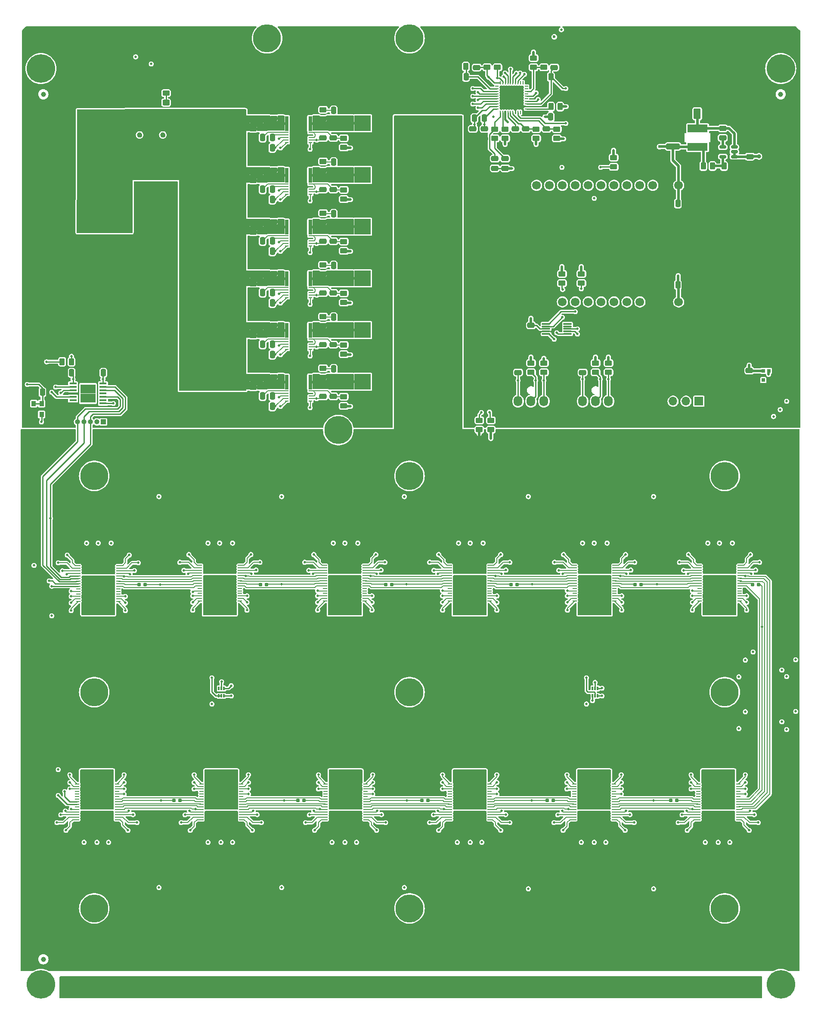
<source format=gtl>
G04 #@! TF.GenerationSoftware,KiCad,Pcbnew,8.0.6*
G04 #@! TF.CreationDate,2024-11-29T22:56:43+01:00*
G04 #@! TF.ProjectId,NerdEKO-Gamma-NoATX,4e657264-454b-44f2-9d47-616d6d612d4e,rev?*
G04 #@! TF.SameCoordinates,Original*
G04 #@! TF.FileFunction,Copper,L1,Top*
G04 #@! TF.FilePolarity,Positive*
%FSLAX46Y46*%
G04 Gerber Fmt 4.6, Leading zero omitted, Abs format (unit mm)*
G04 Created by KiCad (PCBNEW 8.0.6) date 2024-11-29 22:56:43*
%MOMM*%
%LPD*%
G01*
G04 APERTURE LIST*
G04 Aperture macros list*
%AMRoundRect*
0 Rectangle with rounded corners*
0 $1 Rounding radius*
0 $2 $3 $4 $5 $6 $7 $8 $9 X,Y pos of 4 corners*
0 Add a 4 corners polygon primitive as box body*
4,1,4,$2,$3,$4,$5,$6,$7,$8,$9,$2,$3,0*
0 Add four circle primitives for the rounded corners*
1,1,$1+$1,$2,$3*
1,1,$1+$1,$4,$5*
1,1,$1+$1,$6,$7*
1,1,$1+$1,$8,$9*
0 Add four rect primitives between the rounded corners*
20,1,$1+$1,$2,$3,$4,$5,0*
20,1,$1+$1,$4,$5,$6,$7,0*
20,1,$1+$1,$6,$7,$8,$9,0*
20,1,$1+$1,$8,$9,$2,$3,0*%
G04 Aperture macros list end*
G04 #@! TA.AperFunction,EtchedComponent*
%ADD10C,0.000000*%
G04 #@! TD*
G04 #@! TA.AperFunction,SMDPad,CuDef*
%ADD11RoundRect,0.250000X-0.475000X0.250000X-0.475000X-0.250000X0.475000X-0.250000X0.475000X0.250000X0*%
G04 #@! TD*
G04 #@! TA.AperFunction,SMDPad,CuDef*
%ADD12RoundRect,0.250000X0.250000X0.475000X-0.250000X0.475000X-0.250000X-0.475000X0.250000X-0.475000X0*%
G04 #@! TD*
G04 #@! TA.AperFunction,SMDPad,CuDef*
%ADD13RoundRect,0.250000X0.262500X0.450000X-0.262500X0.450000X-0.262500X-0.450000X0.262500X-0.450000X0*%
G04 #@! TD*
G04 #@! TA.AperFunction,ComponentPad*
%ADD14C,5.600000*%
G04 #@! TD*
G04 #@! TA.AperFunction,SMDPad,CuDef*
%ADD15RoundRect,0.250000X-0.250000X-0.475000X0.250000X-0.475000X0.250000X0.475000X-0.250000X0.475000X0*%
G04 #@! TD*
G04 #@! TA.AperFunction,SMDPad,CuDef*
%ADD16RoundRect,0.250000X-0.262500X-0.450000X0.262500X-0.450000X0.262500X0.450000X-0.262500X0.450000X0*%
G04 #@! TD*
G04 #@! TA.AperFunction,SMDPad,CuDef*
%ADD17RoundRect,0.250000X0.450000X-0.262500X0.450000X0.262500X-0.450000X0.262500X-0.450000X-0.262500X0*%
G04 #@! TD*
G04 #@! TA.AperFunction,SMDPad,CuDef*
%ADD18R,3.300000X3.050000*%
G04 #@! TD*
G04 #@! TA.AperFunction,SMDPad,CuDef*
%ADD19RoundRect,0.055250X-0.340750X-0.055250X0.340750X-0.055250X0.340750X0.055250X-0.340750X0.055250X0*%
G04 #@! TD*
G04 #@! TA.AperFunction,SMDPad,CuDef*
%ADD20R,6.330000X2.000000*%
G04 #@! TD*
G04 #@! TA.AperFunction,SMDPad,CuDef*
%ADD21R,6.330000X5.300000*%
G04 #@! TD*
G04 #@! TA.AperFunction,SMDPad,CuDef*
%ADD22RoundRect,0.055250X0.340750X0.055250X-0.340750X0.055250X-0.340750X-0.055250X0.340750X-0.055250X0*%
G04 #@! TD*
G04 #@! TA.AperFunction,SMDPad,CuDef*
%ADD23RoundRect,0.250000X0.475000X-0.250000X0.475000X0.250000X-0.475000X0.250000X-0.475000X-0.250000X0*%
G04 #@! TD*
G04 #@! TA.AperFunction,SMDPad,CuDef*
%ADD24RoundRect,0.250000X-0.650000X0.325000X-0.650000X-0.325000X0.650000X-0.325000X0.650000X0.325000X0*%
G04 #@! TD*
G04 #@! TA.AperFunction,SMDPad,CuDef*
%ADD25R,0.900000X1.000000*%
G04 #@! TD*
G04 #@! TA.AperFunction,SMDPad,CuDef*
%ADD26RoundRect,0.250000X1.100000X-0.325000X1.100000X0.325000X-1.100000X0.325000X-1.100000X-0.325000X0*%
G04 #@! TD*
G04 #@! TA.AperFunction,SMDPad,CuDef*
%ADD27RoundRect,0.160000X0.197500X0.160000X-0.197500X0.160000X-0.197500X-0.160000X0.197500X-0.160000X0*%
G04 #@! TD*
G04 #@! TA.AperFunction,SMDPad,CuDef*
%ADD28RoundRect,0.250000X1.500000X1.000000X-1.500000X1.000000X-1.500000X-1.000000X1.500000X-1.000000X0*%
G04 #@! TD*
G04 #@! TA.AperFunction,ComponentPad*
%ADD29C,5.500000*%
G04 #@! TD*
G04 #@! TA.AperFunction,SMDPad,CuDef*
%ADD30RoundRect,0.250000X-1.100000X0.325000X-1.100000X-0.325000X1.100000X-0.325000X1.100000X0.325000X0*%
G04 #@! TD*
G04 #@! TA.AperFunction,SMDPad,CuDef*
%ADD31RoundRect,0.250000X-0.450000X0.325000X-0.450000X-0.325000X0.450000X-0.325000X0.450000X0.325000X0*%
G04 #@! TD*
G04 #@! TA.AperFunction,SMDPad,CuDef*
%ADD32RoundRect,0.250000X-0.325000X-1.100000X0.325000X-1.100000X0.325000X1.100000X-0.325000X1.100000X0*%
G04 #@! TD*
G04 #@! TA.AperFunction,SMDPad,CuDef*
%ADD33RoundRect,0.160000X-0.197500X-0.160000X0.197500X-0.160000X0.197500X0.160000X-0.197500X0.160000X0*%
G04 #@! TD*
G04 #@! TA.AperFunction,ComponentPad*
%ADD34C,1.700000*%
G04 #@! TD*
G04 #@! TA.AperFunction,SMDPad,CuDef*
%ADD35R,0.700001X0.249999*%
G04 #@! TD*
G04 #@! TA.AperFunction,SMDPad,CuDef*
%ADD36R,1.100000X0.249998*%
G04 #@! TD*
G04 #@! TA.AperFunction,SMDPad,CuDef*
%ADD37R,3.300001X5.400000*%
G04 #@! TD*
G04 #@! TA.AperFunction,SMDPad,CuDef*
%ADD38R,0.800001X2.849999*%
G04 #@! TD*
G04 #@! TA.AperFunction,ComponentPad*
%ADD39C,0.499999*%
G04 #@! TD*
G04 #@! TA.AperFunction,ComponentPad*
%ADD40R,4.976000X4.976000*%
G04 #@! TD*
G04 #@! TA.AperFunction,ComponentPad*
%ADD41C,4.976000*%
G04 #@! TD*
G04 #@! TA.AperFunction,SMDPad,CuDef*
%ADD42R,0.310000X0.660000*%
G04 #@! TD*
G04 #@! TA.AperFunction,SMDPad,CuDef*
%ADD43RoundRect,0.250000X-0.450000X0.262500X-0.450000X-0.262500X0.450000X-0.262500X0.450000X0.262500X0*%
G04 #@! TD*
G04 #@! TA.AperFunction,SMDPad,CuDef*
%ADD44RoundRect,0.150000X-0.512500X-0.150000X0.512500X-0.150000X0.512500X0.150000X-0.512500X0.150000X0*%
G04 #@! TD*
G04 #@! TA.AperFunction,SMDPad,CuDef*
%ADD45C,0.500000*%
G04 #@! TD*
G04 #@! TA.AperFunction,SMDPad,CuDef*
%ADD46RoundRect,0.049500X-0.250500X-0.060500X0.250500X-0.060500X0.250500X0.060500X-0.250500X0.060500X0*%
G04 #@! TD*
G04 #@! TA.AperFunction,SMDPad,CuDef*
%ADD47RoundRect,0.049500X-0.060500X-0.250500X0.060500X-0.250500X0.060500X0.250500X-0.060500X0.250500X0*%
G04 #@! TD*
G04 #@! TA.AperFunction,ComponentPad*
%ADD48C,0.500000*%
G04 #@! TD*
G04 #@! TA.AperFunction,SMDPad,CuDef*
%ADD49RoundRect,0.062250X-2.012750X-2.012750X2.012750X-2.012750X2.012750X2.012750X-2.012750X2.012750X0*%
G04 #@! TD*
G04 #@! TA.AperFunction,ComponentPad*
%ADD50R,2.000000X2.000000*%
G04 #@! TD*
G04 #@! TA.AperFunction,ComponentPad*
%ADD51C,2.000000*%
G04 #@! TD*
G04 #@! TA.AperFunction,ComponentPad*
%ADD52R,1.730000X2.030000*%
G04 #@! TD*
G04 #@! TA.AperFunction,ComponentPad*
%ADD53O,1.730000X2.030000*%
G04 #@! TD*
G04 #@! TA.AperFunction,SMDPad,CuDef*
%ADD54C,1.000000*%
G04 #@! TD*
G04 #@! TA.AperFunction,SMDPad,CuDef*
%ADD55RoundRect,0.087500X-0.725000X-0.087500X0.725000X-0.087500X0.725000X0.087500X-0.725000X0.087500X0*%
G04 #@! TD*
G04 #@! TA.AperFunction,SMDPad,CuDef*
%ADD56R,1.450000X0.450000*%
G04 #@! TD*
G04 #@! TA.AperFunction,SMDPad,CuDef*
%ADD57R,1.500000X1.800000*%
G04 #@! TD*
G04 #@! TA.AperFunction,SMDPad,CuDef*
%ADD58R,0.700000X0.700000*%
G04 #@! TD*
G04 #@! TA.AperFunction,ComponentPad*
%ADD59R,1.700000X1.700000*%
G04 #@! TD*
G04 #@! TA.AperFunction,ComponentPad*
%ADD60O,1.700000X1.700000*%
G04 #@! TD*
G04 #@! TA.AperFunction,SMDPad,CuDef*
%ADD61R,4.000000X1.500000*%
G04 #@! TD*
G04 #@! TA.AperFunction,SMDPad,CuDef*
%ADD62RoundRect,0.250000X0.450000X0.800000X-0.450000X0.800000X-0.450000X-0.800000X0.450000X-0.800000X0*%
G04 #@! TD*
G04 #@! TA.AperFunction,ComponentPad*
%ADD63R,1.000000X1.000000*%
G04 #@! TD*
G04 #@! TA.AperFunction,ComponentPad*
%ADD64O,1.000000X1.000000*%
G04 #@! TD*
G04 #@! TA.AperFunction,ViaPad*
%ADD65C,1.000000*%
G04 #@! TD*
G04 #@! TA.AperFunction,ViaPad*
%ADD66C,0.800000*%
G04 #@! TD*
G04 #@! TA.AperFunction,ViaPad*
%ADD67C,0.500000*%
G04 #@! TD*
G04 #@! TA.AperFunction,ViaPad*
%ADD68C,0.600000*%
G04 #@! TD*
G04 #@! TA.AperFunction,Conductor*
%ADD69C,0.254000*%
G04 #@! TD*
G04 #@! TA.AperFunction,Conductor*
%ADD70C,0.200000*%
G04 #@! TD*
G04 #@! TA.AperFunction,Conductor*
%ADD71C,0.500000*%
G04 #@! TD*
G04 #@! TA.AperFunction,Conductor*
%ADD72C,0.400000*%
G04 #@! TD*
G04 APERTURE END LIST*
D10*
G04 #@! TA.AperFunction,EtchedComponent*
G36*
X125964000Y-107710350D02*
G01*
X125464000Y-107710350D01*
X125464000Y-106710350D01*
X125964000Y-106710350D01*
X125964000Y-107710350D01*
G37*
G04 #@! TD.AperFunction*
G04 #@! TA.AperFunction,EtchedComponent*
G36*
X128250000Y-107629200D02*
G01*
X127750000Y-107629200D01*
X127750000Y-106629200D01*
X128250000Y-106629200D01*
X128250000Y-107629200D01*
G37*
G04 #@! TD.AperFunction*
D11*
X97028000Y-79060000D03*
X97028000Y-80960000D03*
D12*
X45556000Y-94742000D03*
X43656000Y-94742000D03*
D13*
X141628500Y-42418000D03*
X139803500Y-42418000D03*
D14*
X185009218Y-214951644D03*
D15*
X97094000Y-43180000D03*
X98994000Y-43180000D03*
D16*
X169775500Y-54102000D03*
X171600500Y-54102000D03*
D15*
X51784000Y-94742000D03*
X53684000Y-94742000D03*
D17*
X125714000Y-105912500D03*
X125714000Y-104087500D03*
D16*
X139803500Y-36576000D03*
X141628500Y-36576000D03*
D18*
X102745000Y-86360000D03*
X110615000Y-86360000D03*
D19*
X169058000Y-132572667D03*
X169058000Y-133074667D03*
X169058000Y-133576667D03*
X169058000Y-134078667D03*
X169058000Y-134580667D03*
X169058000Y-135082667D03*
X169058000Y-135584667D03*
X169058000Y-136086667D03*
X169058000Y-136588667D03*
X169058000Y-137090667D03*
X169058000Y-137592667D03*
X169058000Y-138094667D03*
X169058000Y-138596667D03*
X169058000Y-139098667D03*
X169058000Y-139600667D03*
X176890000Y-139600667D03*
X176890000Y-139098667D03*
X176890000Y-138596667D03*
X176890000Y-138094667D03*
X176890000Y-137592667D03*
X176890000Y-137090667D03*
X176890000Y-136588667D03*
X176890000Y-136086667D03*
X176890000Y-135584667D03*
X176890000Y-135082667D03*
X176890000Y-134580667D03*
X176890000Y-134078667D03*
X176890000Y-133576667D03*
X176890000Y-133074667D03*
X176890000Y-132572667D03*
D20*
X172974000Y-133216667D03*
D21*
X172974000Y-137326667D03*
D22*
X78896802Y-182553999D03*
X78896802Y-182051999D03*
X78896802Y-181549999D03*
X78896802Y-181047999D03*
X78896802Y-180545999D03*
X78896802Y-180043999D03*
X78896802Y-179541999D03*
X78896802Y-179039999D03*
X78896802Y-178537999D03*
X78896802Y-178035999D03*
X78896802Y-177533999D03*
X78896802Y-177031999D03*
X78896802Y-176529999D03*
X78896802Y-176027999D03*
X78896802Y-175525999D03*
X71064802Y-175525999D03*
X71064802Y-176027999D03*
X71064802Y-176529999D03*
X71064802Y-177031999D03*
X71064802Y-177533999D03*
X71064802Y-178035999D03*
X71064802Y-178537999D03*
X71064802Y-179039999D03*
X71064802Y-179541999D03*
X71064802Y-180043999D03*
X71064802Y-180545999D03*
X71064802Y-181047999D03*
X71064802Y-181549999D03*
X71064802Y-182051999D03*
X71064802Y-182553999D03*
D20*
X74980802Y-181909999D03*
D21*
X74980802Y-177799999D03*
D23*
X85344000Y-65085000D03*
X85344000Y-63185000D03*
D11*
X81280000Y-46802000D03*
X81280000Y-48702000D03*
D24*
X179832000Y-211377000D03*
X179832000Y-214327000D03*
D25*
X38087000Y-100779000D03*
X38087000Y-102929000D03*
X39637000Y-102929000D03*
X39637000Y-100779000D03*
D14*
X39509218Y-34951644D03*
D26*
X81915000Y-95963000D03*
X81915000Y-93013000D03*
D24*
X45720000Y-211377000D03*
X45720000Y-214327000D03*
D12*
X85024000Y-101346000D03*
X83124000Y-101346000D03*
D27*
X180683500Y-136398000D03*
X179488500Y-136398000D03*
D28*
X68528000Y-61270000D03*
X62028000Y-61270000D03*
D29*
X174000000Y-115000000D03*
D12*
X164780000Y-77470000D03*
X162880000Y-77470000D03*
D30*
X69342000Y-97331000D03*
X69342000Y-100281000D03*
D29*
X174000000Y-200000000D03*
D31*
X64135000Y-41647000D03*
X64135000Y-43697000D03*
D12*
X85024000Y-91186000D03*
X83124000Y-91186000D03*
D29*
X174000000Y-157500000D03*
D11*
X94996000Y-58740000D03*
X94996000Y-60640000D03*
D23*
X85344000Y-85405000D03*
X85344000Y-83505000D03*
D14*
X185009218Y-34951644D03*
D32*
X120699000Y-96774000D03*
X123649000Y-96774000D03*
D33*
X58838500Y-136398000D03*
X60033500Y-136398000D03*
D19*
X95353599Y-132572667D03*
X95353599Y-133074667D03*
X95353599Y-133576667D03*
X95353599Y-134078667D03*
X95353599Y-134580667D03*
X95353599Y-135082667D03*
X95353599Y-135584667D03*
X95353599Y-136086667D03*
X95353599Y-136588667D03*
X95353599Y-137090667D03*
X95353599Y-137592667D03*
X95353599Y-138094667D03*
X95353599Y-138596667D03*
X95353599Y-139098667D03*
X95353599Y-139600667D03*
X103185599Y-139600667D03*
X103185599Y-139098667D03*
X103185599Y-138596667D03*
X103185599Y-138094667D03*
X103185599Y-137592667D03*
X103185599Y-137090667D03*
X103185599Y-136588667D03*
X103185599Y-136086667D03*
X103185599Y-135584667D03*
X103185599Y-135082667D03*
X103185599Y-134580667D03*
X103185599Y-134078667D03*
X103185599Y-133576667D03*
X103185599Y-133074667D03*
X103185599Y-132572667D03*
D20*
X99269599Y-133216667D03*
D21*
X99269599Y-137326667D03*
D18*
X102745000Y-96520000D03*
X110615000Y-96520000D03*
D11*
X128778000Y-52644000D03*
X128778000Y-54544000D03*
D34*
X136992000Y-57882000D03*
X139532000Y-57882000D03*
X142072000Y-57882000D03*
X144612000Y-57882000D03*
X147152000Y-57882000D03*
X149692000Y-57882000D03*
X152232000Y-57882000D03*
X154772000Y-57882000D03*
X157312000Y-57882000D03*
X159852000Y-57882000D03*
X162392000Y-57882000D03*
X164932000Y-57882000D03*
X164932000Y-80802000D03*
X162392000Y-80802000D03*
X159852000Y-80802000D03*
X157312000Y-80802000D03*
X154772000Y-80802000D03*
X152232000Y-80802000D03*
X149692000Y-80802000D03*
X147152000Y-80802000D03*
X144612000Y-80802000D03*
X142072000Y-80802000D03*
X139532000Y-80802000D03*
X136992000Y-80802000D03*
D24*
X120226665Y-211377000D03*
X120226665Y-214327000D03*
D23*
X85344000Y-54925000D03*
X85344000Y-53025000D03*
D12*
X164780000Y-61468000D03*
X162880000Y-61468000D03*
D35*
X92520003Y-100290630D03*
X92520003Y-99790504D03*
X92520003Y-99290378D03*
D36*
X92320003Y-98790252D03*
D37*
X90170003Y-97790000D03*
D35*
X92520003Y-98290126D03*
D38*
X92520003Y-96540000D03*
X87820003Y-96540000D03*
D35*
X87820003Y-98290126D03*
X87820003Y-98790252D03*
X87820003Y-99290378D03*
X87820003Y-99790504D03*
X87820003Y-100290630D03*
D39*
X91470003Y-99110000D03*
X91470003Y-97790000D03*
X91470003Y-96470000D03*
X90170003Y-100190000D03*
X90170000Y-99110000D03*
X90170000Y-97790000D03*
X90170000Y-95390000D03*
X90169998Y-96470000D03*
X88870003Y-99110000D03*
X88870003Y-97790000D03*
X88870003Y-96470000D03*
D32*
X120699000Y-76800362D03*
X123649000Y-76800362D03*
D35*
X92520003Y-69810630D03*
X92520003Y-69310504D03*
X92520003Y-68810378D03*
D36*
X92320003Y-68310252D03*
D37*
X90170003Y-67310000D03*
D35*
X92520003Y-67810126D03*
D38*
X92520003Y-66060000D03*
X87820003Y-66060000D03*
D35*
X87820003Y-67810126D03*
X87820003Y-68310252D03*
X87820003Y-68810378D03*
X87820003Y-69310504D03*
X87820003Y-69810630D03*
D39*
X91470003Y-68630000D03*
X91470003Y-67310000D03*
X91470003Y-65990000D03*
X90170003Y-69710000D03*
X90170000Y-68630000D03*
X90170000Y-67310000D03*
X90170000Y-64910000D03*
X90169998Y-65990000D03*
X88870003Y-68630000D03*
X88870003Y-67310000D03*
X88870003Y-65990000D03*
D17*
X99060000Y-101242500D03*
X99060000Y-99417500D03*
D28*
X68528000Y-90820000D03*
X62028000Y-90820000D03*
D23*
X124460000Y-48702000D03*
X124460000Y-46802000D03*
D40*
X54282000Y-62921500D03*
D41*
X41282000Y-75621500D03*
D12*
X85024000Y-68834000D03*
X83124000Y-68834000D03*
D23*
X85344000Y-95565000D03*
X85344000Y-93665000D03*
D15*
X139766000Y-44450000D03*
X141666000Y-44450000D03*
D22*
X103331602Y-182553999D03*
X103331602Y-182051999D03*
X103331602Y-181549999D03*
X103331602Y-181047999D03*
X103331602Y-180545999D03*
X103331602Y-180043999D03*
X103331602Y-179541999D03*
X103331602Y-179039999D03*
X103331602Y-178537999D03*
X103331602Y-178035999D03*
X103331602Y-177533999D03*
X103331602Y-177031999D03*
X103331602Y-176529999D03*
X103331602Y-176027999D03*
X103331602Y-175525999D03*
X95499602Y-175525999D03*
X95499602Y-176027999D03*
X95499602Y-176529999D03*
X95499602Y-177031999D03*
X95499602Y-177533999D03*
X95499602Y-178035999D03*
X95499602Y-178537999D03*
X95499602Y-179039999D03*
X95499602Y-179541999D03*
X95499602Y-180043999D03*
X95499602Y-180545999D03*
X95499602Y-181047999D03*
X95499602Y-181549999D03*
X95499602Y-182051999D03*
X95499602Y-182553999D03*
D20*
X99415602Y-181909999D03*
D21*
X99415602Y-177799999D03*
D17*
X99060000Y-50442500D03*
X99060000Y-48617500D03*
D42*
X149000000Y-156765000D03*
X148500000Y-156765000D03*
X148000000Y-156765000D03*
X148000000Y-158235000D03*
X148500000Y-158235000D03*
X149000000Y-158235000D03*
D12*
X85024000Y-78994000D03*
X83124000Y-78994000D03*
D18*
X102745000Y-66040000D03*
X110615000Y-66040000D03*
D17*
X99060000Y-80922500D03*
X99060000Y-79097500D03*
D33*
X107352500Y-136398000D03*
X108547500Y-136398000D03*
D43*
X151130000Y-92813500D03*
X151130000Y-94638500D03*
D12*
X85024000Y-89154000D03*
X83124000Y-89154000D03*
D11*
X81280000Y-97602000D03*
X81280000Y-99502000D03*
D29*
X112000000Y-29000000D03*
D43*
X152146000Y-52427500D03*
X152146000Y-54252500D03*
D44*
X173614500Y-50358000D03*
X173614500Y-51308000D03*
X173614500Y-52258000D03*
X175889500Y-52258000D03*
X175889500Y-51308000D03*
X175889500Y-50358000D03*
D17*
X99060000Y-91082500D03*
X99060000Y-89257500D03*
D15*
X124780000Y-44704000D03*
X126680000Y-44704000D03*
D33*
X131990500Y-136398000D03*
X133185500Y-136398000D03*
D30*
X73152000Y-97331000D03*
X73152000Y-100281000D03*
D43*
X94996000Y-73509500D03*
X94996000Y-75334500D03*
D29*
X98000000Y-106000000D03*
D23*
X146050000Y-94676000D03*
X146050000Y-92776000D03*
D32*
X120699000Y-52832000D03*
X123649000Y-52832000D03*
D43*
X135890000Y-92813500D03*
X135890000Y-94638500D03*
D22*
X127766400Y-182554000D03*
X127766400Y-182052000D03*
X127766400Y-181550000D03*
X127766400Y-181048000D03*
X127766400Y-180546000D03*
X127766400Y-180044000D03*
X127766400Y-179542000D03*
X127766400Y-179040000D03*
X127766400Y-178538000D03*
X127766400Y-178036000D03*
X127766400Y-177534000D03*
X127766400Y-177032000D03*
X127766400Y-176530000D03*
X127766400Y-176028000D03*
X127766400Y-175526000D03*
X119934400Y-175526000D03*
X119934400Y-176028000D03*
X119934400Y-176530000D03*
X119934400Y-177032000D03*
X119934400Y-177534000D03*
X119934400Y-178036000D03*
X119934400Y-178538000D03*
X119934400Y-179040000D03*
X119934400Y-179542000D03*
X119934400Y-180044000D03*
X119934400Y-180546000D03*
X119934400Y-181048000D03*
X119934400Y-181550000D03*
X119934400Y-182052000D03*
X119934400Y-182554000D03*
D20*
X123850400Y-181910000D03*
D21*
X123850400Y-177800000D03*
D12*
X85024000Y-81026000D03*
X83124000Y-81026000D03*
D23*
X85344000Y-75245000D03*
X85344000Y-73345000D03*
D24*
X75522666Y-211377000D03*
X75522666Y-214327000D03*
D23*
X85344000Y-44765000D03*
X85344000Y-42865000D03*
D26*
X81915000Y-85803000D03*
X81915000Y-82853000D03*
X73279000Y-44401000D03*
X73279000Y-41451000D03*
D35*
X92520003Y-49490630D03*
X92520003Y-48990504D03*
X92520003Y-48490378D03*
D36*
X92320003Y-47990252D03*
D37*
X90170003Y-46990000D03*
D35*
X92520003Y-47490126D03*
D38*
X92520003Y-45740000D03*
X87820003Y-45740000D03*
D35*
X87820003Y-47490126D03*
X87820003Y-47990252D03*
X87820003Y-48490378D03*
X87820003Y-48990504D03*
X87820003Y-49490630D03*
D39*
X91470003Y-48310000D03*
X91470003Y-46990000D03*
X91470003Y-45670000D03*
X90170003Y-49390000D03*
X90170000Y-48310000D03*
X90170000Y-46990000D03*
X90170000Y-44590000D03*
X90169998Y-45670000D03*
X88870003Y-48310000D03*
X88870003Y-46990000D03*
X88870003Y-45670000D03*
D45*
X125714000Y-107710350D03*
X125714000Y-106710350D03*
D11*
X94996000Y-89220000D03*
X94996000Y-91120000D03*
D29*
X112000000Y-200000000D03*
D18*
X102745000Y-45720000D03*
X110615000Y-45720000D03*
X102745000Y-55880000D03*
X110615000Y-55880000D03*
D16*
X121261500Y-34544000D03*
X123086500Y-34544000D03*
D15*
X97094000Y-63500000D03*
X98994000Y-63500000D03*
D43*
X94996000Y-83669500D03*
X94996000Y-85494500D03*
D46*
X129180000Y-38390000D03*
X129180000Y-38890000D03*
X129180000Y-39390000D03*
X129180000Y-39890000D03*
X129180000Y-40390000D03*
X129180000Y-40890000D03*
X129180000Y-41390000D03*
X129180000Y-41890000D03*
X129180000Y-42390000D03*
X129180000Y-42890000D03*
D47*
X129830000Y-43540000D03*
X130330000Y-43540000D03*
X130830000Y-43540000D03*
X131330000Y-43540000D03*
X131830000Y-43540000D03*
X132330000Y-43540000D03*
X132830000Y-43540000D03*
X133330000Y-43540000D03*
X133830000Y-43540000D03*
X134330000Y-43540000D03*
D46*
X134980000Y-42890000D03*
X134980000Y-42390000D03*
X134980000Y-41890000D03*
X134980000Y-41390000D03*
X134980000Y-40890000D03*
X134980000Y-40390000D03*
X134980000Y-39890000D03*
X134980000Y-39390000D03*
X134980000Y-38890000D03*
X134980000Y-38390000D03*
D47*
X134330000Y-37740000D03*
X133830000Y-37740000D03*
X133330000Y-37740000D03*
X132830000Y-37740000D03*
X132330000Y-37740000D03*
X131830000Y-37740000D03*
X131330000Y-37740000D03*
X130830000Y-37740000D03*
X130330000Y-37740000D03*
X129830000Y-37740000D03*
D48*
X130255000Y-39955000D03*
X130255000Y-41325000D03*
X131395000Y-38815000D03*
X131395000Y-39955000D03*
X131395000Y-41325000D03*
X131395000Y-42465000D03*
D49*
X132080000Y-40640000D03*
D48*
X132765000Y-38815000D03*
X132765000Y-39955000D03*
X132765000Y-41325000D03*
X132765000Y-42465000D03*
X133905000Y-39955000D03*
X133905000Y-41325000D03*
D12*
X123124000Y-36576000D03*
X121224000Y-36576000D03*
D17*
X128778000Y-48664500D03*
X128778000Y-46839500D03*
D43*
X94996000Y-43029500D03*
X94996000Y-44854500D03*
D50*
X53848000Y-45293677D03*
D51*
X53848000Y-40293677D03*
D11*
X97028000Y-99380000D03*
X97028000Y-101280000D03*
X81280000Y-77231200D03*
X81280000Y-79131200D03*
D24*
X90423999Y-211377000D03*
X90423999Y-214327000D03*
X60621333Y-211377000D03*
X60621333Y-214327000D03*
D23*
X138938000Y-48702000D03*
X138938000Y-46802000D03*
D11*
X97028000Y-48580000D03*
X97028000Y-50480000D03*
X81280000Y-87442000D03*
X81280000Y-89342000D03*
D22*
X176636000Y-182554000D03*
X176636000Y-182052000D03*
X176636000Y-181550000D03*
X176636000Y-181048000D03*
X176636000Y-180546000D03*
X176636000Y-180044000D03*
X176636000Y-179542000D03*
X176636000Y-179040000D03*
X176636000Y-178538000D03*
X176636000Y-178036000D03*
X176636000Y-177534000D03*
X176636000Y-177032000D03*
X176636000Y-176530000D03*
X176636000Y-176028000D03*
X176636000Y-175526000D03*
X168804000Y-175526000D03*
X168804000Y-176028000D03*
X168804000Y-176530000D03*
X168804000Y-177032000D03*
X168804000Y-177534000D03*
X168804000Y-178036000D03*
X168804000Y-178538000D03*
X168804000Y-179040000D03*
X168804000Y-179542000D03*
X168804000Y-180044000D03*
X168804000Y-180546000D03*
X168804000Y-181048000D03*
X168804000Y-181550000D03*
X168804000Y-182052000D03*
X168804000Y-182554000D03*
D20*
X172720000Y-181910000D03*
D21*
X172720000Y-177800000D03*
D52*
X130810000Y-100330000D03*
D53*
X133350000Y-100330000D03*
X135890000Y-100330000D03*
X138430000Y-100330000D03*
D12*
X85024000Y-50546000D03*
X83124000Y-50546000D03*
D17*
X128000000Y-105912500D03*
X128000000Y-104087500D03*
D26*
X77089000Y-44401000D03*
X77089000Y-41451000D03*
D11*
X94996000Y-99380000D03*
X94996000Y-101280000D03*
D32*
X120699000Y-84789816D03*
X123649000Y-84789816D03*
D24*
X164930664Y-211377000D03*
X164930664Y-214327000D03*
D13*
X45513000Y-92583000D03*
X43688000Y-92583000D03*
D54*
X185000000Y-40000000D03*
D16*
X173839500Y-54102000D03*
X175664500Y-54102000D03*
D43*
X127254000Y-32869500D03*
X127254000Y-34694500D03*
X138430000Y-32869500D03*
X138430000Y-34694500D03*
D29*
X84000000Y-29000000D03*
D42*
X75500000Y-156765000D03*
X75000000Y-156765000D03*
X74500000Y-156765000D03*
X74500000Y-158235000D03*
X75000000Y-158235000D03*
X75500000Y-158235000D03*
D19*
X46884000Y-132660000D03*
X46884000Y-133162000D03*
X46884000Y-133664000D03*
X46884000Y-134166000D03*
X46884000Y-134668000D03*
X46884000Y-135170000D03*
X46884000Y-135672000D03*
X46884000Y-136174000D03*
X46884000Y-136676000D03*
X46884000Y-137178000D03*
X46884000Y-137680000D03*
X46884000Y-138182000D03*
X46884000Y-138684000D03*
X46884000Y-139186000D03*
X46884000Y-139688000D03*
X54716000Y-139688000D03*
X54716000Y-139186000D03*
X54716000Y-138684000D03*
X54716000Y-138182000D03*
X54716000Y-137680000D03*
X54716000Y-137178000D03*
X54716000Y-136676000D03*
X54716000Y-136174000D03*
X54716000Y-135672000D03*
X54716000Y-135170000D03*
X54716000Y-134668000D03*
X54716000Y-134166000D03*
X54716000Y-133664000D03*
X54716000Y-133162000D03*
X54716000Y-132660000D03*
D20*
X50800000Y-133304000D03*
D21*
X50800000Y-137414000D03*
D23*
X133350000Y-94676000D03*
X133350000Y-92776000D03*
D32*
X120699000Y-68810908D03*
X123649000Y-68810908D03*
D33*
X156374500Y-136398000D03*
X157569500Y-136398000D03*
D19*
X144489865Y-132572667D03*
X144489865Y-133074667D03*
X144489865Y-133576667D03*
X144489865Y-134078667D03*
X144489865Y-134580667D03*
X144489865Y-135082667D03*
X144489865Y-135584667D03*
X144489865Y-136086667D03*
X144489865Y-136588667D03*
X144489865Y-137090667D03*
X144489865Y-137592667D03*
X144489865Y-138094667D03*
X144489865Y-138596667D03*
X144489865Y-139098667D03*
X144489865Y-139600667D03*
X152321865Y-139600667D03*
X152321865Y-139098667D03*
X152321865Y-138596667D03*
X152321865Y-138094667D03*
X152321865Y-137592667D03*
X152321865Y-137090667D03*
X152321865Y-136588667D03*
X152321865Y-136086667D03*
X152321865Y-135584667D03*
X152321865Y-135082667D03*
X152321865Y-134580667D03*
X152321865Y-134078667D03*
X152321865Y-133576667D03*
X152321865Y-133074667D03*
X152321865Y-132572667D03*
D20*
X148405865Y-133216667D03*
D21*
X148405865Y-137326667D03*
D26*
X69469000Y-44401000D03*
X69469000Y-41451000D03*
D55*
X138857500Y-85106000D03*
X138857500Y-85606000D03*
X138857500Y-86106000D03*
X138857500Y-86606000D03*
X138857500Y-87106000D03*
X143082500Y-87106000D03*
X143082500Y-86606000D03*
X143082500Y-86106000D03*
X143082500Y-85606000D03*
X143082500Y-85106000D03*
D22*
X54462002Y-182553999D03*
X54462002Y-182051999D03*
X54462002Y-181549999D03*
X54462002Y-181047999D03*
X54462002Y-180545999D03*
X54462002Y-180043999D03*
X54462002Y-179541999D03*
X54462002Y-179039999D03*
X54462002Y-178537999D03*
X54462002Y-178035999D03*
X54462002Y-177533999D03*
X54462002Y-177031999D03*
X54462002Y-176529999D03*
X54462002Y-176027999D03*
X54462002Y-175525999D03*
X46630002Y-175525999D03*
X46630002Y-176027999D03*
X46630002Y-176529999D03*
X46630002Y-177031999D03*
X46630002Y-177533999D03*
X46630002Y-178035999D03*
X46630002Y-178537999D03*
X46630002Y-179039999D03*
X46630002Y-179541999D03*
X46630002Y-180043999D03*
X46630002Y-180545999D03*
X46630002Y-181047999D03*
X46630002Y-181549999D03*
X46630002Y-182051999D03*
X46630002Y-182553999D03*
D20*
X50546002Y-181909999D03*
D21*
X50546002Y-177799999D03*
D30*
X76962000Y-97331000D03*
X76962000Y-100281000D03*
D24*
X135127998Y-211377000D03*
X135127998Y-214327000D03*
D29*
X50000000Y-157500000D03*
D12*
X85024000Y-60706000D03*
X83124000Y-60706000D03*
D15*
X97094000Y-73660000D03*
X98994000Y-73660000D03*
D11*
X81280000Y-67122000D03*
X81280000Y-69022000D03*
D35*
X92520003Y-90130630D03*
X92520003Y-89630504D03*
X92520003Y-89130378D03*
D36*
X92320003Y-88630252D03*
D37*
X90170003Y-87630000D03*
D35*
X92520003Y-88130126D03*
D38*
X92520003Y-86380000D03*
X87820003Y-86380000D03*
D35*
X87820003Y-88130126D03*
X87820003Y-88630252D03*
X87820003Y-89130378D03*
X87820003Y-89630504D03*
X87820003Y-90130630D03*
D39*
X91470003Y-88950000D03*
X91470003Y-87630000D03*
X91470003Y-86310000D03*
X90170003Y-90030000D03*
X90170000Y-88950000D03*
X90170000Y-87630000D03*
X90170000Y-85230000D03*
X90169998Y-86310000D03*
X88870003Y-88950000D03*
X88870003Y-87630000D03*
X88870003Y-86310000D03*
D52*
X143510000Y-100330000D03*
D53*
X146050000Y-100330000D03*
X148590000Y-100330000D03*
X151130000Y-100330000D03*
D11*
X97028000Y-58740000D03*
X97028000Y-60640000D03*
D15*
X97094000Y-53340000D03*
X98994000Y-53340000D03*
D27*
X115659500Y-178816000D03*
X114464500Y-178816000D03*
D29*
X112000000Y-115000000D03*
X50000000Y-200000000D03*
D17*
X136398000Y-34694500D03*
X136398000Y-32869500D03*
D14*
X39509218Y-214951644D03*
D29*
X50000000Y-115000000D03*
D23*
X178943000Y-52258000D03*
X178943000Y-50358000D03*
D28*
X68528000Y-71120000D03*
X62028000Y-71120000D03*
D43*
X130810000Y-46839500D03*
X130810000Y-48664500D03*
X94996000Y-53189500D03*
X94996000Y-55014500D03*
D56*
X45818000Y-96856000D03*
X45818000Y-97506000D03*
X45818000Y-98156000D03*
X45818000Y-98806000D03*
X45818000Y-99456000D03*
X45818000Y-100106000D03*
X45818000Y-100756000D03*
X51718000Y-100756000D03*
X51718000Y-100106000D03*
X51718000Y-99456000D03*
X51718000Y-98806000D03*
X51718000Y-98156000D03*
X51718000Y-97506000D03*
X51718000Y-96856000D03*
D57*
X48018000Y-97906000D03*
X48018000Y-99706000D03*
X49518000Y-97906000D03*
X49518000Y-99706000D03*
D26*
X81915000Y-75643000D03*
X81915000Y-72693000D03*
D24*
X150029331Y-211377000D03*
X150029331Y-214327000D03*
D12*
X39812000Y-98552000D03*
X37912000Y-98552000D03*
D22*
X152201200Y-182554000D03*
X152201200Y-182052000D03*
X152201200Y-181550000D03*
X152201200Y-181048000D03*
X152201200Y-180546000D03*
X152201200Y-180044000D03*
X152201200Y-179542000D03*
X152201200Y-179040000D03*
X152201200Y-178538000D03*
X152201200Y-178036000D03*
X152201200Y-177534000D03*
X152201200Y-177032000D03*
X152201200Y-176530000D03*
X152201200Y-176028000D03*
X152201200Y-175526000D03*
X144369200Y-175526000D03*
X144369200Y-176028000D03*
X144369200Y-176530000D03*
X144369200Y-177032000D03*
X144369200Y-177534000D03*
X144369200Y-178036000D03*
X144369200Y-178538000D03*
X144369200Y-179040000D03*
X144369200Y-179542000D03*
X144369200Y-180044000D03*
X144369200Y-180546000D03*
X144369200Y-181048000D03*
X144369200Y-181550000D03*
X144369200Y-182052000D03*
X144369200Y-182554000D03*
D20*
X148285200Y-181910000D03*
D21*
X148285200Y-177800000D03*
D26*
X163830000Y-50243000D03*
X163830000Y-47293000D03*
D43*
X141986000Y-75287500D03*
X141986000Y-77112500D03*
D35*
X92520003Y-79970630D03*
X92520003Y-79470504D03*
X92520003Y-78970378D03*
D36*
X92320003Y-78470252D03*
D37*
X90170003Y-77470000D03*
D35*
X92520003Y-77970126D03*
D38*
X92520003Y-76220000D03*
X87820003Y-76220000D03*
D35*
X87820003Y-77970126D03*
X87820003Y-78470252D03*
X87820003Y-78970378D03*
X87820003Y-79470504D03*
X87820003Y-79970630D03*
D39*
X91470003Y-78790000D03*
X91470003Y-77470000D03*
X91470003Y-76150000D03*
X90170003Y-79870000D03*
X90170000Y-78790000D03*
X90170000Y-77470000D03*
X90170000Y-75070000D03*
X90169998Y-76150000D03*
X88870003Y-78790000D03*
X88870003Y-77470000D03*
X88870003Y-76150000D03*
D58*
X181568000Y-96165000D03*
X182668000Y-96165000D03*
X182668000Y-94335000D03*
X181568000Y-94335000D03*
D43*
X129286000Y-32869500D03*
X129286000Y-34694500D03*
D32*
X120699000Y-60821454D03*
X123649000Y-60821454D03*
D54*
X40000000Y-40000000D03*
D11*
X94996000Y-79060000D03*
X94996000Y-80960000D03*
D59*
X168910000Y-100330000D03*
D60*
X166370000Y-100330000D03*
X163830000Y-100330000D03*
X161290000Y-100330000D03*
D18*
X102745000Y-76200000D03*
X110615000Y-76200000D03*
D17*
X99060000Y-60602500D03*
X99060000Y-58777500D03*
D11*
X97028000Y-68900000D03*
X97028000Y-70800000D03*
D24*
X105325332Y-211377000D03*
X105325332Y-214327000D03*
D35*
X92520003Y-59650630D03*
X92520003Y-59150504D03*
X92520003Y-58650378D03*
D36*
X92320003Y-58150252D03*
D37*
X90170003Y-57150000D03*
D35*
X92520003Y-57650126D03*
D38*
X92520003Y-55900000D03*
X87820003Y-55900000D03*
D35*
X87820003Y-57650126D03*
X87820003Y-58150252D03*
X87820003Y-58650378D03*
X87820003Y-59150504D03*
X87820003Y-59650630D03*
D39*
X91470003Y-58470000D03*
X91470003Y-57150000D03*
X91470003Y-55830000D03*
X90170003Y-59550000D03*
X90170000Y-58470000D03*
X90170000Y-57150000D03*
X90170000Y-54750000D03*
X90169998Y-55830000D03*
X88870003Y-58470000D03*
X88870003Y-57150000D03*
X88870003Y-55830000D03*
D27*
X164592000Y-178816000D03*
X163397000Y-178816000D03*
D32*
X120699000Y-80795089D03*
X123649000Y-80795089D03*
D43*
X145796000Y-75287500D03*
X145796000Y-77112500D03*
X64135000Y-37949500D03*
X64135000Y-39774500D03*
D32*
X120699000Y-64816181D03*
X123649000Y-64816181D03*
D12*
X85024000Y-99314000D03*
X83124000Y-99314000D03*
D61*
X168656000Y-46714000D03*
X168656000Y-50314000D03*
D11*
X135890000Y-85410000D03*
X135890000Y-87310000D03*
X94996000Y-48580000D03*
X94996000Y-50480000D03*
D23*
X125222000Y-34732000D03*
X125222000Y-32832000D03*
X140462000Y-34732000D03*
X140462000Y-32832000D03*
D43*
X94996000Y-63349500D03*
X94996000Y-65174500D03*
D32*
X120699000Y-72805635D03*
X123649000Y-72805635D03*
D33*
X82714500Y-136398000D03*
X83909500Y-136398000D03*
D27*
X66891500Y-178816000D03*
X65696500Y-178816000D03*
D43*
X138430000Y-92813500D03*
X138430000Y-94638500D03*
D29*
X112000000Y-157500000D03*
D23*
X134874000Y-48702000D03*
X134874000Y-46802000D03*
D12*
X85024000Y-48514000D03*
X83124000Y-48514000D03*
D11*
X132842000Y-46802000D03*
X132842000Y-48702000D03*
D27*
X140297500Y-178816000D03*
X139102500Y-178816000D03*
D11*
X97028000Y-89220000D03*
X97028000Y-91120000D03*
D15*
X97094000Y-93980000D03*
X98994000Y-93980000D03*
D11*
X81280000Y-56962000D03*
X81280000Y-58862000D03*
D17*
X136906000Y-48664500D03*
X136906000Y-46839500D03*
D23*
X173609000Y-48575000D03*
X173609000Y-46675000D03*
D17*
X140970000Y-48664500D03*
X140970000Y-46839500D03*
D28*
X68528000Y-80970000D03*
X62028000Y-80970000D03*
D12*
X85024000Y-58674000D03*
X83124000Y-58674000D03*
D43*
X94996000Y-93829500D03*
X94996000Y-95654500D03*
D15*
X97094000Y-83820000D03*
X98994000Y-83820000D03*
D32*
X120699000Y-56826727D03*
X123649000Y-56826727D03*
X120699000Y-92779270D03*
X123649000Y-92779270D03*
D11*
X94996000Y-68900000D03*
X94996000Y-70800000D03*
D45*
X128000000Y-107629200D03*
X128000000Y-106629200D03*
D19*
X119921732Y-132572667D03*
X119921732Y-133074667D03*
X119921732Y-133576667D03*
X119921732Y-134078667D03*
X119921732Y-134580667D03*
X119921732Y-135082667D03*
X119921732Y-135584667D03*
X119921732Y-136086667D03*
X119921732Y-136588667D03*
X119921732Y-137090667D03*
X119921732Y-137592667D03*
X119921732Y-138094667D03*
X119921732Y-138596667D03*
X119921732Y-139098667D03*
X119921732Y-139600667D03*
X127753732Y-139600667D03*
X127753732Y-139098667D03*
X127753732Y-138596667D03*
X127753732Y-138094667D03*
X127753732Y-137592667D03*
X127753732Y-137090667D03*
X127753732Y-136588667D03*
X127753732Y-136086667D03*
X127753732Y-135584667D03*
X127753732Y-135082667D03*
X127753732Y-134580667D03*
X127753732Y-134078667D03*
X127753732Y-133576667D03*
X127753732Y-133074667D03*
X127753732Y-132572667D03*
D20*
X123837732Y-133216667D03*
D21*
X123837732Y-137326667D03*
D11*
X130810000Y-52644000D03*
X130810000Y-54544000D03*
D26*
X81915000Y-55323000D03*
X81915000Y-52373000D03*
D11*
X178816000Y-94300000D03*
X178816000Y-96200000D03*
X126746000Y-46802000D03*
X126746000Y-48702000D03*
D12*
X85024000Y-70866000D03*
X83124000Y-70866000D03*
D26*
X81915000Y-45163000D03*
X81915000Y-42213000D03*
D54*
X40000000Y-210000000D03*
D43*
X148590000Y-92813500D03*
X148590000Y-94638500D03*
D17*
X99060000Y-70762500D03*
X99060000Y-68937500D03*
D27*
X91275500Y-178816000D03*
X90080500Y-178816000D03*
D62*
X168570000Y-43815000D03*
X164170000Y-43815000D03*
D19*
X70785466Y-132572667D03*
X70785466Y-133074667D03*
X70785466Y-133576667D03*
X70785466Y-134078667D03*
X70785466Y-134580667D03*
X70785466Y-135082667D03*
X70785466Y-135584667D03*
X70785466Y-136086667D03*
X70785466Y-136588667D03*
X70785466Y-137090667D03*
X70785466Y-137592667D03*
X70785466Y-138094667D03*
X70785466Y-138596667D03*
X70785466Y-139098667D03*
X70785466Y-139600667D03*
X78617466Y-139600667D03*
X78617466Y-139098667D03*
X78617466Y-138596667D03*
X78617466Y-138094667D03*
X78617466Y-137592667D03*
X78617466Y-137090667D03*
X78617466Y-136588667D03*
X78617466Y-136086667D03*
X78617466Y-135584667D03*
X78617466Y-135082667D03*
X78617466Y-134580667D03*
X78617466Y-134078667D03*
X78617466Y-133576667D03*
X78617466Y-133074667D03*
X78617466Y-132572667D03*
D20*
X74701466Y-133216667D03*
D21*
X74701466Y-137326667D03*
D26*
X81915000Y-65483000D03*
X81915000Y-62533000D03*
D32*
X120699000Y-88784543D03*
X123649000Y-88784543D03*
D63*
X51816000Y-104394000D03*
D64*
X50546000Y-104394000D03*
X49276000Y-104394000D03*
X48006000Y-104394000D03*
X46736000Y-104394000D03*
X45466000Y-104394000D03*
D65*
X109474000Y-95554800D03*
X109474000Y-85394800D03*
X109474000Y-97536000D03*
X109474000Y-54914800D03*
X109474000Y-77216000D03*
X109474000Y-67056000D03*
X109474000Y-65074800D03*
X109474000Y-87376000D03*
X109474000Y-56896000D03*
X109474000Y-75234800D03*
X109474000Y-46736000D03*
X109474000Y-44754800D03*
D66*
X170724000Y-136271000D03*
D65*
X52070000Y-173355000D03*
D66*
X76030000Y-178943000D03*
D65*
X103886000Y-80264000D03*
D66*
X98264000Y-178943000D03*
X126025000Y-135221000D03*
D67*
X69646802Y-176529999D03*
D66*
X124875000Y-136271000D03*
D65*
X122682000Y-141732000D03*
D67*
X178308000Y-138596667D03*
D65*
X50165000Y-71882000D03*
X83820000Y-215900000D03*
D66*
X48423000Y-137253000D03*
D67*
X80950966Y-134278667D03*
D65*
X125222000Y-51816000D03*
D67*
X72390000Y-187010000D03*
D66*
X72730000Y-179993000D03*
D65*
X162052000Y-215900000D03*
X101600000Y-215900000D03*
D66*
X99187000Y-140335000D03*
D65*
X71120000Y-101727000D03*
D66*
X150586000Y-179993000D03*
X99187000Y-135221000D03*
D65*
X81534000Y-60706000D03*
D67*
X153619200Y-176530000D03*
D66*
X72426000Y-138303000D03*
X122775000Y-179993000D03*
X48423000Y-135221000D03*
X126075000Y-176911000D03*
X77180000Y-176911000D03*
D65*
X103886000Y-90551000D03*
X106680000Y-101854000D03*
X125222000Y-55880000D03*
D66*
X51723000Y-135221000D03*
X98087000Y-135221000D03*
X99314000Y-174879000D03*
D67*
X45466000Y-138684000D03*
D66*
X174970000Y-177961000D03*
D65*
X103886000Y-51689000D03*
X130500000Y-104500000D03*
D66*
X146136000Y-177961000D03*
D65*
X98044000Y-141732000D03*
X136652000Y-215900000D03*
D66*
X172974000Y-140335000D03*
X49573000Y-136271000D03*
D67*
X178054000Y-176530000D03*
X135382000Y-196154000D03*
D65*
X98044000Y-173355000D03*
D66*
X146136000Y-179993000D03*
X170724000Y-140335000D03*
D67*
X142814000Y-44450000D03*
D65*
X42545000Y-69342000D03*
X125222000Y-173355000D03*
D66*
X122725000Y-138303000D03*
D65*
X81534000Y-50419000D03*
D66*
X76876000Y-140335000D03*
D65*
X71120000Y-39878000D03*
X90170000Y-102997000D03*
X125222000Y-75946000D03*
D67*
X179223500Y-134278667D03*
D66*
X73576000Y-137253000D03*
X52873000Y-137253000D03*
D65*
X151892000Y-215900000D03*
D66*
X122725000Y-136271000D03*
D67*
X129171732Y-138596667D03*
D65*
X125222000Y-79756000D03*
X63500000Y-48006000D03*
D66*
X123825000Y-176911000D03*
X75726000Y-137253000D03*
X174970000Y-179993000D03*
D67*
X48006000Y-187010000D03*
D66*
X98264000Y-174879000D03*
D65*
X59000000Y-93560000D03*
X106680000Y-81280000D03*
X81534000Y-91186000D03*
D67*
X142814000Y-36576000D03*
D65*
X103886000Y-102997000D03*
D66*
X170724000Y-137253000D03*
X97114000Y-178943000D03*
X96937000Y-138303000D03*
D65*
X159512000Y-215900000D03*
D67*
X110998000Y-195900000D03*
X138938000Y-38481000D03*
X138938000Y-49850000D03*
D65*
X164592000Y-215900000D03*
D66*
X123825000Y-179993000D03*
X76030000Y-177961000D03*
D67*
X50546000Y-187010000D03*
D65*
X68580000Y-215900000D03*
D67*
X154534700Y-180848000D03*
D66*
X75726000Y-138303000D03*
X77180000Y-178943000D03*
X51646000Y-177961000D03*
D65*
X179832000Y-215900000D03*
D66*
X122775000Y-174879000D03*
D65*
X103886000Y-72009000D03*
D67*
X86868000Y-195900000D03*
D65*
X104140000Y-215900000D03*
D66*
X76876000Y-136271000D03*
D65*
X81280000Y-215900000D03*
D66*
X122775000Y-178943000D03*
X147363000Y-140335000D03*
X74930000Y-174879000D03*
X173820000Y-178943000D03*
X172720000Y-174879000D03*
X97114000Y-176911000D03*
D65*
X59000000Y-73240000D03*
X147320000Y-173355000D03*
D66*
X100414000Y-176911000D03*
D65*
X125222000Y-59944000D03*
D67*
X172720000Y-187010000D03*
X42352000Y-94742000D03*
D65*
X65500000Y-73240000D03*
D66*
X73576000Y-135221000D03*
D65*
X172212000Y-215900000D03*
D67*
X57049500Y-134366000D03*
D65*
X65500000Y-60540000D03*
D66*
X72730000Y-178943000D03*
X101564000Y-179993000D03*
X51723000Y-138303000D03*
X148336000Y-176911000D03*
X100237000Y-136271000D03*
D65*
X73660000Y-215900000D03*
D67*
X145796000Y-187010000D03*
D66*
X50546000Y-179993000D03*
D65*
X47625000Y-74422000D03*
D66*
X148336000Y-177961000D03*
D67*
X44550500Y-134366000D03*
D65*
X65500000Y-93560000D03*
X90170000Y-92583000D03*
X40005000Y-79502000D03*
D66*
X49573000Y-135221000D03*
X148336000Y-179993000D03*
X149513000Y-136271000D03*
D65*
X76073000Y-173355000D03*
X65500000Y-85940000D03*
X126492000Y-215900000D03*
D67*
X99314000Y-128204000D03*
D65*
X59000000Y-83400000D03*
D67*
X129184400Y-176530000D03*
D65*
X149860000Y-141732000D03*
X147320000Y-141732000D03*
D67*
X161478000Y-61468000D03*
D65*
X168500000Y-104500000D03*
D66*
X72426000Y-135221000D03*
X149436000Y-174879000D03*
D67*
X146050000Y-128204000D03*
D65*
X154432000Y-215900000D03*
X78740000Y-101727000D03*
D66*
X172720000Y-179993000D03*
D65*
X91440000Y-215900000D03*
X122682000Y-173355000D03*
D66*
X126025000Y-137253000D03*
D65*
X125222000Y-89916000D03*
X106680000Y-71120000D03*
D67*
X73152000Y-159832000D03*
D65*
X45085000Y-76962000D03*
D66*
X101387000Y-136271000D03*
X121575000Y-135221000D03*
X74676000Y-137253000D03*
D65*
X78740000Y-215900000D03*
X90170000Y-72263000D03*
D66*
X172974000Y-137253000D03*
X175174000Y-140335000D03*
X73880000Y-174879000D03*
D65*
X50165000Y-74422000D03*
X59000000Y-70700000D03*
X47625000Y-71882000D03*
D66*
X147363000Y-138303000D03*
D65*
X63500000Y-215900000D03*
D67*
X117600900Y-180848000D03*
D66*
X147363000Y-136271000D03*
D65*
X49530000Y-173355000D03*
D66*
X124925000Y-179993000D03*
X101564000Y-178943000D03*
X150586000Y-177961000D03*
D67*
X44296502Y-180847999D03*
D66*
X76876000Y-137253000D03*
D65*
X59000000Y-58000000D03*
X47625000Y-76962000D03*
D67*
X74676000Y-128204000D03*
D65*
X65500000Y-80860000D03*
D66*
X124875000Y-140335000D03*
D67*
X148499999Y-155611999D03*
D66*
X122775000Y-176911000D03*
X148336000Y-174879000D03*
D67*
X118516400Y-176530000D03*
X74930000Y-187010000D03*
D65*
X48260000Y-215900000D03*
D66*
X121625000Y-176911000D03*
X101387000Y-135221000D03*
D65*
X144272000Y-215900000D03*
X103886000Y-82296000D03*
D67*
X97028000Y-128204000D03*
D66*
X49573000Y-137253000D03*
D65*
X100076000Y-72263000D03*
X90170000Y-51943000D03*
D67*
X105519099Y-134278667D03*
D66*
X73880000Y-177961000D03*
X76030000Y-176911000D03*
X51646000Y-178943000D03*
D65*
X171831000Y-173355000D03*
X100076000Y-51943000D03*
D67*
X68731302Y-180847999D03*
X99314000Y-187010000D03*
D66*
X51723000Y-137253000D03*
X50546000Y-174879000D03*
X121625000Y-178943000D03*
D65*
X88900000Y-215900000D03*
X174371000Y-141732000D03*
D66*
X98087000Y-136271000D03*
D65*
X125222000Y-71882000D03*
D66*
X146213000Y-138303000D03*
X123825000Y-177961000D03*
X146136000Y-174879000D03*
X173820000Y-179993000D03*
D65*
X86614000Y-82423000D03*
X50165000Y-69342000D03*
D66*
X174024000Y-136271000D03*
D67*
X142951200Y-176530000D03*
D65*
X61000000Y-104500000D03*
X100076000Y-102997000D03*
X100076000Y-92583000D03*
X86614000Y-72263000D03*
X65500000Y-78320000D03*
D66*
X75726000Y-135221000D03*
D65*
X125222000Y-93980000D03*
D66*
X100414000Y-174879000D03*
D65*
X40005000Y-82042000D03*
D66*
X74930000Y-179993000D03*
D65*
X86614000Y-62103000D03*
D66*
X146136000Y-176911000D03*
X76030000Y-179993000D03*
X50673000Y-137253000D03*
X99187000Y-137253000D03*
D65*
X103886000Y-61976000D03*
X42545000Y-82042000D03*
D66*
X170520000Y-177961000D03*
X126075000Y-179993000D03*
X174024000Y-135221000D03*
X100237000Y-138303000D03*
D67*
X134874000Y-49850000D03*
X52832000Y-187010000D03*
D65*
X50165000Y-76962000D03*
D67*
X178943000Y-49022000D03*
D65*
X58928000Y-48006000D03*
D66*
X77180000Y-177961000D03*
D67*
X160020000Y-196154000D03*
D66*
X49496000Y-179993000D03*
D67*
X117588232Y-134278667D03*
D66*
X171874000Y-137253000D03*
D65*
X59000000Y-65620000D03*
D66*
X99314000Y-179993000D03*
X74676000Y-138303000D03*
X172974000Y-135221000D03*
X146213000Y-135221000D03*
X146136000Y-178943000D03*
X174024000Y-137253000D03*
D67*
X170180000Y-187010000D03*
D66*
X150663000Y-138303000D03*
D67*
X172974000Y-128204000D03*
D66*
X121575000Y-137253000D03*
X147363000Y-137253000D03*
X97114000Y-177961000D03*
X126075000Y-178943000D03*
D65*
X125222000Y-85852000D03*
D66*
X122775000Y-177961000D03*
D65*
X78740000Y-39878000D03*
X125222000Y-65786000D03*
X103886000Y-49657000D03*
D67*
X105665102Y-180847999D03*
D66*
X99314000Y-177961000D03*
D65*
X65500000Y-65620000D03*
D66*
X48346000Y-176911000D03*
X101387000Y-137253000D03*
D67*
X72390000Y-128204000D03*
D66*
X150663000Y-140335000D03*
X101564000Y-174879000D03*
D67*
X126492000Y-128204000D03*
D65*
X86614000Y-92583000D03*
X125222000Y-61976000D03*
D66*
X149436000Y-176911000D03*
X76030000Y-174879000D03*
D67*
X140462000Y-31684000D03*
X167640000Y-138596667D03*
X176784000Y-164658000D03*
D66*
X174024000Y-140335000D03*
D65*
X90170000Y-62103000D03*
D66*
X52796000Y-176911000D03*
D65*
X65500000Y-96100000D03*
D66*
X148463000Y-138303000D03*
D65*
X59000000Y-68160000D03*
D66*
X150663000Y-135221000D03*
D67*
X45212002Y-176529999D03*
D65*
X149860000Y-173355000D03*
D66*
X170520000Y-174879000D03*
X51646000Y-176911000D03*
D67*
X175006000Y-187010000D03*
X48514000Y-128204000D03*
D66*
X73576000Y-140335000D03*
D67*
X130099900Y-180848000D03*
X185232000Y-163322000D03*
D65*
X59000000Y-96100000D03*
D66*
X52796000Y-177961000D03*
D65*
X58420000Y-215900000D03*
D66*
X49496000Y-178943000D03*
D65*
X59000000Y-85940000D03*
X174371000Y-173355000D03*
D67*
X142156365Y-134278667D03*
X68451966Y-134278667D03*
D66*
X52873000Y-136271000D03*
X150586000Y-176911000D03*
X48423000Y-138303000D03*
X98264000Y-179993000D03*
D65*
X125222000Y-53848000D03*
D66*
X150586000Y-174879000D03*
X48346000Y-177961000D03*
X175174000Y-138303000D03*
X149513000Y-138303000D03*
X101564000Y-177961000D03*
X77180000Y-179993000D03*
X98264000Y-177961000D03*
D67*
X185232000Y-153162000D03*
D66*
X52796000Y-178943000D03*
X99187000Y-138303000D03*
D67*
X125603000Y-48768000D03*
D66*
X74676000Y-140335000D03*
X51646000Y-179993000D03*
D65*
X73533000Y-141732000D03*
D66*
X74930000Y-177961000D03*
D65*
X125222000Y-141732000D03*
D66*
X100237000Y-135221000D03*
X124925000Y-176911000D03*
D67*
X110998000Y-119060000D03*
D66*
X124925000Y-177961000D03*
D67*
X62738000Y-195900000D03*
X118503732Y-138596667D03*
D65*
X59000000Y-91020000D03*
D67*
X77216000Y-128204000D03*
X161478000Y-77470000D03*
D65*
X125222000Y-73914000D03*
D66*
X97114000Y-174879000D03*
D65*
X106680000Y-50800000D03*
X99060000Y-215900000D03*
D66*
X96937000Y-140335000D03*
D67*
X75031600Y-155448000D03*
D66*
X100414000Y-177961000D03*
D67*
X160020000Y-119060000D03*
D66*
X52796000Y-179993000D03*
D65*
X42545000Y-79502000D03*
X88000000Y-104500000D03*
D67*
X170688000Y-128204000D03*
D65*
X65500000Y-83400000D03*
X71120000Y-215900000D03*
D66*
X171670000Y-178943000D03*
D65*
X169672000Y-215900000D03*
D67*
X38862000Y-99695000D03*
D65*
X103886000Y-69977000D03*
X81534000Y-70866000D03*
D66*
X75726000Y-136271000D03*
D67*
X123952000Y-128204000D03*
D65*
X50165000Y-82042000D03*
D67*
X56134000Y-138684000D03*
X101600000Y-187010000D03*
D66*
X124925000Y-174879000D03*
D67*
X104749602Y-176529999D03*
X150622000Y-187010000D03*
D65*
X125222000Y-77978000D03*
D67*
X93935599Y-138596667D03*
X69367466Y-138596667D03*
X133350000Y-91628000D03*
D65*
X45720000Y-215900000D03*
D67*
X132842000Y-49850000D03*
X96774000Y-187010000D03*
X143071865Y-138596667D03*
D66*
X122725000Y-137253000D03*
D67*
X176784000Y-154498000D03*
X55880002Y-176529999D03*
D65*
X174752000Y-215900000D03*
X45085000Y-69342000D03*
X100076000Y-62103000D03*
D66*
X52873000Y-135221000D03*
X150663000Y-137253000D03*
D67*
X38100000Y-104394000D03*
X148336000Y-128204000D03*
D65*
X125222000Y-83820000D03*
X55880000Y-215900000D03*
D66*
X49573000Y-138303000D03*
D65*
X42545000Y-71882000D03*
D66*
X75726000Y-140335000D03*
X49496000Y-177961000D03*
X72730000Y-176911000D03*
D65*
X45085000Y-71882000D03*
D66*
X76876000Y-135221000D03*
D65*
X125222000Y-69850000D03*
X167132000Y-215900000D03*
X76073000Y-141732000D03*
D66*
X173820000Y-174879000D03*
X123825000Y-135221000D03*
X101387000Y-138303000D03*
D67*
X93020099Y-134278667D03*
X146812000Y-159832000D03*
D65*
X125222000Y-57912000D03*
D67*
X80314802Y-176529999D03*
D65*
X65500000Y-68160000D03*
D67*
X176911000Y-54102000D03*
X149733000Y-50292000D03*
D66*
X171670000Y-177961000D03*
X98087000Y-140335000D03*
D65*
X171831000Y-141732000D03*
D66*
X74930000Y-176911000D03*
D67*
X77216000Y-187010000D03*
D66*
X123825000Y-137253000D03*
D65*
X74930000Y-101727000D03*
D66*
X149513000Y-137253000D03*
X123825000Y-174879000D03*
D67*
X166724500Y-134278667D03*
D66*
X172720000Y-176911000D03*
D65*
X65500000Y-88480000D03*
D66*
X52873000Y-140335000D03*
D67*
X148000000Y-159176000D03*
D66*
X73880000Y-176911000D03*
D67*
X172085000Y-51308000D03*
D65*
X59000000Y-60540000D03*
X106680000Y-60960000D03*
X47625000Y-79502000D03*
D66*
X72730000Y-177961000D03*
X72730000Y-174879000D03*
X49573000Y-140335000D03*
X124875000Y-138303000D03*
X171874000Y-136271000D03*
D65*
X141732000Y-215900000D03*
D67*
X94081602Y-176529999D03*
D66*
X48346000Y-178943000D03*
X122725000Y-135221000D03*
X51646000Y-174879000D03*
X164084000Y-41861000D03*
D65*
X65500000Y-70700000D03*
D66*
X123825000Y-140335000D03*
D67*
X62738000Y-119060000D03*
D66*
X175174000Y-135221000D03*
X52873000Y-138303000D03*
X72426000Y-137253000D03*
D67*
X53340000Y-128204000D03*
D66*
X50673000Y-135221000D03*
X124875000Y-137253000D03*
X51723000Y-136271000D03*
D65*
X96520000Y-215900000D03*
D67*
X130087232Y-134278667D03*
D65*
X59000000Y-78320000D03*
D66*
X73880000Y-178943000D03*
X122725000Y-140335000D03*
D67*
X137287000Y-36068000D03*
D65*
X42000000Y-104500000D03*
D66*
X50673000Y-140335000D03*
D65*
X59000000Y-75780000D03*
D66*
X148463000Y-135221000D03*
D67*
X101854000Y-128204000D03*
D65*
X65500000Y-75780000D03*
D67*
X142035700Y-180848000D03*
D66*
X171670000Y-176911000D03*
D65*
X155000000Y-104500000D03*
X59000000Y-63080000D03*
D66*
X175174000Y-136271000D03*
X126025000Y-140335000D03*
D67*
X148336000Y-187010000D03*
D66*
X170724000Y-138303000D03*
D65*
X131572000Y-215900000D03*
D66*
X147363000Y-135221000D03*
D67*
X50800000Y-128204000D03*
D65*
X49530000Y-141732000D03*
D66*
X172720000Y-177961000D03*
X170520000Y-178943000D03*
X51723000Y-140335000D03*
X52796000Y-174879000D03*
X48346000Y-179993000D03*
X147286000Y-176911000D03*
D65*
X40005000Y-71882000D03*
D66*
X49496000Y-176911000D03*
X149436000Y-177961000D03*
X174970000Y-178943000D03*
D65*
X65500000Y-63080000D03*
X142000000Y-104500000D03*
D66*
X171874000Y-138303000D03*
D65*
X123952000Y-215900000D03*
D67*
X56795502Y-180847999D03*
D65*
X50165000Y-79502000D03*
D66*
X126025000Y-138303000D03*
X121625000Y-177961000D03*
X72426000Y-136271000D03*
X171670000Y-179993000D03*
D65*
X45085000Y-82042000D03*
D66*
X48346000Y-174879000D03*
X126075000Y-174879000D03*
D65*
X125222000Y-63754000D03*
X106680000Y-91440000D03*
D66*
X50546000Y-177961000D03*
X121625000Y-174879000D03*
D65*
X149352000Y-215900000D03*
D66*
X147286000Y-174879000D03*
D65*
X125222000Y-95758000D03*
X180500000Y-104500000D03*
D67*
X123952000Y-187010000D03*
D66*
X98264000Y-176911000D03*
X174024000Y-138303000D03*
D65*
X121412000Y-215900000D03*
D67*
X135382000Y-37084000D03*
D65*
X103886000Y-59944000D03*
D66*
X101564000Y-176911000D03*
X124925000Y-178943000D03*
X174970000Y-176911000D03*
X170520000Y-179993000D03*
D67*
X167386000Y-176530000D03*
D66*
X96937000Y-136271000D03*
D67*
X135382000Y-119060000D03*
D65*
X74930000Y-39878000D03*
D66*
X146213000Y-140335000D03*
D65*
X129032000Y-215900000D03*
X81534000Y-81026000D03*
D67*
X126238000Y-187010000D03*
D66*
X147286000Y-177961000D03*
X126075000Y-177961000D03*
D65*
X50800000Y-215900000D03*
D67*
X86868000Y-119060000D03*
X138430000Y-31684000D03*
D65*
X65500000Y-91020000D03*
D66*
X100237000Y-140335000D03*
X150663000Y-136271000D03*
X98087000Y-137253000D03*
D67*
X175514000Y-128204000D03*
D66*
X149436000Y-178943000D03*
X147286000Y-178943000D03*
X77180000Y-174879000D03*
X121625000Y-179993000D03*
X48423000Y-140335000D03*
X73880000Y-179993000D03*
D67*
X150876000Y-128204000D03*
D66*
X73576000Y-136271000D03*
D65*
X103886000Y-100965000D03*
X156972000Y-215900000D03*
X81915000Y-102997000D03*
X86360000Y-215900000D03*
D66*
X98087000Y-138303000D03*
X124875000Y-135221000D03*
X73576000Y-138303000D03*
D65*
X125222000Y-67818000D03*
X125222000Y-97790000D03*
X125222000Y-81788000D03*
X53340000Y-215900000D03*
D67*
X146050000Y-91628000D03*
D65*
X100584000Y-173355000D03*
D67*
X178969500Y-180848000D03*
D66*
X147286000Y-179993000D03*
D65*
X86614000Y-102997000D03*
X90170000Y-82423000D03*
X125222000Y-91948000D03*
D66*
X162687000Y-43815000D03*
X171874000Y-135221000D03*
X121575000Y-140335000D03*
X173820000Y-176911000D03*
X149513000Y-135221000D03*
D65*
X45085000Y-74422000D03*
D66*
X72426000Y-140335000D03*
X150586000Y-178943000D03*
D65*
X93980000Y-215900000D03*
D67*
X135382000Y-43942000D03*
D66*
X171670000Y-174879000D03*
X148463000Y-137253000D03*
D67*
X104603599Y-138596667D03*
X154655365Y-134278667D03*
D65*
X45085000Y-79502000D03*
D67*
X128000000Y-107629200D03*
D66*
X171874000Y-140335000D03*
D65*
X60960000Y-215900000D03*
X59000000Y-88480000D03*
D66*
X99314000Y-176911000D03*
D65*
X59000000Y-80860000D03*
D67*
X178816000Y-98044000D03*
D66*
X148463000Y-140335000D03*
D65*
X65500000Y-58000000D03*
D67*
X153739865Y-138596667D03*
X144018000Y-78232000D03*
D65*
X52070000Y-141732000D03*
D66*
X121575000Y-138303000D03*
X149436000Y-179993000D03*
D67*
X166470500Y-180848000D03*
D66*
X146213000Y-137253000D03*
X96937000Y-137253000D03*
D65*
X66040000Y-215900000D03*
D66*
X170520000Y-176911000D03*
D65*
X74500000Y-104500000D03*
D67*
X81230302Y-180847999D03*
D66*
X50673000Y-138303000D03*
D65*
X86614000Y-51943000D03*
D66*
X161749000Y-47244000D03*
X175174000Y-137253000D03*
D67*
X80035466Y-138596667D03*
D66*
X170724000Y-135221000D03*
X173820000Y-177961000D03*
X100237000Y-137253000D03*
D67*
X135890000Y-88712000D03*
D66*
X121575000Y-136271000D03*
D65*
X134112000Y-215900000D03*
D66*
X101387000Y-140335000D03*
D67*
X121412000Y-187010000D03*
X37592000Y-95504000D03*
D66*
X126025000Y-136271000D03*
D67*
X39370000Y-94742000D03*
D65*
X40005000Y-69342000D03*
D67*
X93166102Y-180847999D03*
D65*
X139192000Y-215900000D03*
X177292000Y-215900000D03*
X103886000Y-92583000D03*
D66*
X74676000Y-135221000D03*
D65*
X146812000Y-215900000D03*
X125222000Y-87884000D03*
D66*
X97114000Y-179993000D03*
X100414000Y-178943000D03*
X50546000Y-176911000D03*
X100414000Y-179993000D03*
X146213000Y-136271000D03*
D67*
X121666000Y-128204000D03*
D66*
X123825000Y-138303000D03*
X163830000Y-46101000D03*
D65*
X76200000Y-215900000D03*
D66*
X96937000Y-135221000D03*
D65*
X47625000Y-69342000D03*
D66*
X76876000Y-138303000D03*
X174970000Y-174879000D03*
D65*
X100076000Y-82423000D03*
D66*
X149513000Y-140335000D03*
X49496000Y-174879000D03*
D65*
X73533000Y-173355000D03*
X100584000Y-141732000D03*
D66*
X172974000Y-138303000D03*
D67*
X54762404Y-94742000D03*
D65*
X47625000Y-82042000D03*
D66*
X48423000Y-136271000D03*
D67*
X43738250Y-133654250D03*
X129184400Y-173736000D03*
X36830000Y-97028000D03*
X104749602Y-173735999D03*
X178054000Y-161356000D03*
X69646802Y-173735999D03*
X93935599Y-141390667D03*
X167386000Y-173736000D03*
X56134000Y-141478000D03*
X129171732Y-141390667D03*
X104603599Y-141390667D03*
X51718000Y-96012000D03*
X153619200Y-173736000D03*
X55880002Y-173735999D03*
X143071865Y-141390667D03*
X153739865Y-141390667D03*
X178054000Y-173736000D03*
X167640000Y-141390667D03*
X80035466Y-141390667D03*
X118516400Y-173736000D03*
X69367466Y-141390667D03*
X45212002Y-173735999D03*
X45466000Y-141478000D03*
X118503732Y-141390667D03*
X178308000Y-141390667D03*
X142951200Y-173736000D03*
X80314802Y-173735999D03*
X94081602Y-173735999D03*
X42926000Y-132080000D03*
X44704002Y-130556000D03*
X56896000Y-130556000D03*
D65*
X76200000Y-62865000D03*
X47625000Y-60579000D03*
X86614000Y-65278000D03*
D67*
X138430000Y-91882008D03*
D65*
X62865000Y-55499000D03*
X71120000Y-92583000D03*
X86614000Y-75438000D03*
X71120000Y-97409000D03*
X71120000Y-52578000D03*
X50165000Y-65659000D03*
X73660000Y-92583000D03*
X57785000Y-55499000D03*
X76200000Y-83185000D03*
X76200000Y-70358000D03*
X73660000Y-60325000D03*
D67*
X61214000Y-34036000D03*
D68*
X140462000Y-28702000D03*
D65*
X71120000Y-60325000D03*
X52705000Y-52959000D03*
X55245000Y-52959000D03*
X73660000Y-50038000D03*
X47625000Y-63119000D03*
X62865000Y-52959000D03*
X86614000Y-44958000D03*
X86614000Y-87122000D03*
X60325000Y-55499000D03*
X76200000Y-60325000D03*
X71120000Y-80645000D03*
X71120000Y-70358000D03*
X47625000Y-52959000D03*
X47625000Y-58039000D03*
X86614000Y-97282000D03*
X76200000Y-50038000D03*
X52705000Y-58039000D03*
X71120000Y-90043000D03*
X50165000Y-58039000D03*
X67310000Y-97409000D03*
X47625000Y-65659000D03*
X50165000Y-60579000D03*
X47625000Y-55499000D03*
X76200000Y-90043000D03*
X71120000Y-72771000D03*
X57785000Y-52959000D03*
X67437000Y-44450000D03*
D67*
X133350000Y-96266000D03*
D65*
X65405000Y-52959000D03*
X73660000Y-83185000D03*
D67*
X151130000Y-91628000D03*
D65*
X55245000Y-55499000D03*
X73660000Y-90043000D03*
X52705000Y-55499000D03*
X86614000Y-95758000D03*
X76200000Y-72771000D03*
X86614000Y-55118000D03*
X86614000Y-46482000D03*
D67*
X146050000Y-96012000D03*
D68*
X61214000Y-43561000D03*
D65*
X71120000Y-50038000D03*
X50165000Y-63119000D03*
X86614000Y-76962000D03*
X86614000Y-85598000D03*
X73660000Y-52578000D03*
D66*
X180721000Y-52197000D03*
D65*
X71120000Y-62865000D03*
D67*
X142306000Y-48768000D03*
D65*
X73660000Y-72771000D03*
X55245000Y-58039000D03*
X76200000Y-80645000D03*
X73660000Y-80645000D03*
X60325000Y-52959000D03*
X71120000Y-83185000D03*
X76200000Y-52578000D03*
X86614000Y-56642000D03*
X75184000Y-44450000D03*
X86614000Y-66802000D03*
X65405000Y-55499000D03*
X50165000Y-52959000D03*
X73660000Y-70358000D03*
X73660000Y-62865000D03*
X75057000Y-97409000D03*
X71374000Y-44450000D03*
X50165000Y-55499000D03*
X76200000Y-92583000D03*
D67*
X180848000Y-128458000D03*
D65*
X121412000Y-82804000D03*
X115189000Y-96520000D03*
D66*
X124925000Y-181356000D03*
D65*
X167132000Y-207772000D03*
X66040000Y-109474000D03*
X121412000Y-70866000D03*
X117729000Y-99314000D03*
X173990000Y-183642000D03*
X76200000Y-109474000D03*
D66*
X98264000Y-182406000D03*
X48346000Y-182406000D03*
D65*
X99060000Y-207772000D03*
D66*
X146136000Y-181356000D03*
D65*
X154432000Y-207772000D03*
X171450000Y-183642000D03*
X100539599Y-131484667D03*
X91440000Y-207772000D03*
X112014000Y-101854000D03*
X113284000Y-108204000D03*
X121412000Y-207772000D03*
D66*
X48423000Y-133858000D03*
X171670000Y-182406000D03*
X147363000Y-132808000D03*
D65*
X117729000Y-58420000D03*
D67*
X160020000Y-124780000D03*
D66*
X73576000Y-133858000D03*
D65*
X112649000Y-71120000D03*
X71120000Y-207772000D03*
X117729000Y-86360000D03*
X114554000Y-106934000D03*
D66*
X51646000Y-181356000D03*
D65*
X149555200Y-183642000D03*
X115189000Y-48260000D03*
D67*
X66548000Y-128458000D03*
D66*
X76876000Y-132808000D03*
D65*
X160020000Y-109474000D03*
X68580000Y-207772000D03*
D66*
X73880000Y-182406000D03*
X124875000Y-133858000D03*
D65*
X115189000Y-73660000D03*
X115189000Y-58420000D03*
D67*
X86868000Y-124780000D03*
D66*
X77180000Y-181356000D03*
D65*
X134112000Y-207772000D03*
D67*
X140208000Y-186756000D03*
D65*
X129540000Y-109474000D03*
X115189000Y-60960000D03*
D67*
X42672000Y-128458000D03*
D66*
X48346000Y-181356000D03*
X149513000Y-133858000D03*
X175174000Y-133858000D03*
D65*
X117729000Y-83820000D03*
D66*
X76030000Y-182406000D03*
X150663000Y-132808000D03*
D65*
X123952000Y-207772000D03*
X126492000Y-207772000D03*
X112014000Y-109474000D03*
X120269000Y-45974000D03*
X83820000Y-207772000D03*
X136652000Y-207772000D03*
D66*
X100414000Y-182406000D03*
D65*
X115189000Y-53340000D03*
D66*
X75726000Y-132808000D03*
X76030000Y-181356000D03*
X121575000Y-132808000D03*
X171670000Y-181356000D03*
D65*
X52070000Y-131572000D03*
D66*
X147286000Y-181356000D03*
X121575000Y-133858000D03*
X52873000Y-132808000D03*
D65*
X53340000Y-207772000D03*
X121412000Y-50800000D03*
D66*
X101564000Y-182406000D03*
D65*
X149675865Y-131484667D03*
X117729000Y-91440000D03*
D67*
X165100000Y-128458000D03*
D66*
X149513000Y-132808000D03*
D65*
X117094000Y-101854000D03*
X144780000Y-109474000D03*
D67*
X156464000Y-128458000D03*
D66*
X73880000Y-181356000D03*
X51723000Y-132808000D03*
X121625000Y-182406000D03*
D65*
X100685602Y-183641999D03*
D66*
X76876000Y-133858000D03*
X49496000Y-181356000D03*
X72426000Y-133858000D03*
D67*
X86868000Y-190180000D03*
D66*
X101387000Y-132808000D03*
X75726000Y-133858000D03*
X51646000Y-182406000D03*
D65*
X120269000Y-48260000D03*
D66*
X146213000Y-133858000D03*
X97114000Y-181356000D03*
X96937000Y-133858000D03*
D65*
X117729000Y-50800000D03*
D66*
X52873000Y-133858000D03*
X170520000Y-181356000D03*
D65*
X50800000Y-109474000D03*
X125120400Y-183642000D03*
D67*
X110998000Y-190180000D03*
D65*
X101600000Y-109474000D03*
X147135865Y-131484667D03*
X45720000Y-207772000D03*
X115189000Y-81280000D03*
D66*
X173820000Y-182406000D03*
X170520000Y-182406000D03*
D65*
X180340000Y-109474000D03*
X146812000Y-207772000D03*
X73660000Y-207772000D03*
D66*
X149436000Y-182406000D03*
D65*
X159512000Y-207772000D03*
X112014000Y-106934000D03*
X115189000Y-93980000D03*
X174244000Y-131484667D03*
D67*
X83058000Y-186756000D03*
D65*
X96520000Y-207772000D03*
X113284000Y-110744000D03*
D66*
X51723000Y-133858000D03*
D65*
X115189000Y-86360000D03*
D66*
X52796000Y-181356000D03*
D65*
X114554000Y-109474000D03*
D67*
X58420000Y-186756000D03*
D65*
X117729000Y-78740000D03*
X139192000Y-207772000D03*
X162052000Y-207772000D03*
X115189000Y-45974000D03*
X170180000Y-109474000D03*
D67*
X115824000Y-128458000D03*
D65*
X121412000Y-62738000D03*
X93980000Y-207772000D03*
X172212000Y-207772000D03*
X121412000Y-54864000D03*
X60960000Y-207772000D03*
X86360000Y-109474000D03*
D67*
X180594000Y-186756000D03*
D65*
X117729000Y-66040000D03*
D66*
X49496000Y-182406000D03*
D65*
X91440000Y-109474000D03*
D66*
X126075000Y-181356000D03*
D65*
X149352000Y-207772000D03*
X115189000Y-91440000D03*
X112649000Y-81280000D03*
X119634000Y-104394000D03*
D66*
X49573000Y-133858000D03*
D65*
X115824000Y-103124000D03*
X48260000Y-207772000D03*
D67*
X110998000Y-124780000D03*
D65*
X175260000Y-109474000D03*
X104140000Y-207772000D03*
X115189000Y-50800000D03*
X156972000Y-207772000D03*
X121412000Y-74930000D03*
X96520000Y-109474000D03*
X115824000Y-110744000D03*
X88900000Y-207772000D03*
X55880000Y-207772000D03*
X117094000Y-109474000D03*
D66*
X170724000Y-133858000D03*
D67*
X107188000Y-128458000D03*
D65*
X117729000Y-88900000D03*
X113284000Y-103124000D03*
D66*
X147363000Y-133858000D03*
D65*
X154940000Y-109474000D03*
X117094000Y-104394000D03*
D66*
X150663000Y-133858000D03*
D65*
X171704000Y-131484667D03*
D67*
X91186000Y-128458000D03*
D65*
X75971466Y-131484667D03*
X177292000Y-207772000D03*
D67*
X82804000Y-128458000D03*
D66*
X101564000Y-181356000D03*
X101387000Y-133858000D03*
D67*
X156210000Y-186756000D03*
D66*
X170724000Y-132808000D03*
D65*
X115189000Y-78740000D03*
D66*
X98087000Y-133858000D03*
X122775000Y-182406000D03*
D65*
X58420000Y-207772000D03*
X51816002Y-183641999D03*
X117729000Y-45974000D03*
D66*
X72730000Y-181356000D03*
X124925000Y-182406000D03*
D65*
X112649000Y-99314000D03*
X179832000Y-207772000D03*
D67*
X62738000Y-125034000D03*
D65*
X117729000Y-55880000D03*
D66*
X122725000Y-132808000D03*
D65*
X121412000Y-78740000D03*
D66*
X150586000Y-182406000D03*
D67*
X107442000Y-186756000D03*
D65*
X151892000Y-207772000D03*
X117729000Y-53340000D03*
X117729000Y-81280000D03*
X78740000Y-207772000D03*
D66*
X126075000Y-182406000D03*
D65*
X117729000Y-93980000D03*
X115189000Y-71120000D03*
X98145602Y-183641999D03*
X121412000Y-90932000D03*
X114554000Y-104394000D03*
D67*
X42672000Y-186756000D03*
D65*
X112649000Y-50800000D03*
X81280000Y-109474000D03*
D66*
X48423000Y-132808000D03*
D65*
X134620000Y-109474000D03*
X125107732Y-131484667D03*
D67*
X62738000Y-190180000D03*
X58674000Y-128458000D03*
D65*
X81280000Y-207772000D03*
D67*
X131826000Y-186756000D03*
D65*
X117094000Y-106934000D03*
D67*
X135382000Y-124780000D03*
D65*
X117729000Y-60960000D03*
X115824000Y-105664000D03*
X115189000Y-88900000D03*
X76200000Y-207772000D03*
X76250802Y-183641999D03*
X122580400Y-183642000D03*
D66*
X73576000Y-132808000D03*
D65*
X119634000Y-109474000D03*
X129032000Y-207772000D03*
D66*
X171874000Y-133858000D03*
D65*
X115824000Y-108204000D03*
X117729000Y-48260000D03*
X117729000Y-96520000D03*
X49276002Y-183641999D03*
D66*
X126025000Y-133858000D03*
D65*
X131572000Y-207772000D03*
D66*
X122725000Y-133858000D03*
D65*
X115189000Y-83820000D03*
X114554000Y-101854000D03*
D67*
X160020000Y-190180000D03*
D66*
X77180000Y-182406000D03*
X150586000Y-181356000D03*
X72426000Y-132808000D03*
X174024000Y-132808000D03*
D65*
X122567732Y-131484667D03*
X63500000Y-207772000D03*
D67*
X135382000Y-190180000D03*
D65*
X60960000Y-109474000D03*
X106680000Y-109474000D03*
D67*
X140462000Y-128458000D03*
D65*
X117729000Y-71120000D03*
D66*
X52796000Y-182406000D03*
D65*
X121920000Y-109474000D03*
X97999599Y-131484667D03*
D66*
X100414000Y-181356000D03*
D65*
X144272000Y-207772000D03*
X120269000Y-99314000D03*
D66*
X126025000Y-132808000D03*
D65*
X174752000Y-207772000D03*
X124460000Y-109474000D03*
X115189000Y-68580000D03*
D67*
X131826000Y-128458000D03*
D65*
X113284000Y-105664000D03*
X118364000Y-105664000D03*
X121412000Y-58928000D03*
X49530000Y-131572000D03*
X55880000Y-109474000D03*
X169672000Y-207772000D03*
X139700000Y-109474000D03*
D66*
X171874000Y-132808000D03*
D65*
X73710802Y-183641999D03*
X119634000Y-106934000D03*
X147015200Y-183642000D03*
X141732000Y-207772000D03*
D67*
X115824000Y-186756000D03*
D65*
X112649000Y-91440000D03*
D66*
X100237000Y-133858000D03*
D65*
X42000000Y-109500000D03*
D66*
X98264000Y-181356000D03*
D67*
X67056000Y-186756000D03*
D66*
X96937000Y-132808000D03*
X146213000Y-132808000D03*
X175174000Y-132808000D03*
X174970000Y-181356000D03*
X122775000Y-181356000D03*
D65*
X66040000Y-207772000D03*
X164592000Y-207772000D03*
X112649000Y-60960000D03*
D66*
X49573000Y-132808000D03*
X147286000Y-182406000D03*
X174024000Y-133858000D03*
D65*
X121412000Y-94742000D03*
X117729000Y-76200000D03*
D66*
X97114000Y-182406000D03*
X174970000Y-182406000D03*
D67*
X91440000Y-186756000D03*
D65*
X121412000Y-66802000D03*
D66*
X121625000Y-181356000D03*
D65*
X86360000Y-207772000D03*
X117729000Y-68580000D03*
D66*
X72730000Y-182406000D03*
D65*
X149860000Y-109474000D03*
X121412000Y-86868000D03*
D66*
X173820000Y-181356000D03*
X146136000Y-182406000D03*
D65*
X117729000Y-73660000D03*
D66*
X149436000Y-181356000D03*
D65*
X50800000Y-207772000D03*
X73431466Y-131484667D03*
X101600000Y-207772000D03*
D66*
X124875000Y-132808000D03*
D67*
X125714000Y-107710350D03*
D65*
X115189000Y-66040000D03*
X117729000Y-63500000D03*
X112014000Y-104394000D03*
D67*
X164846000Y-186756000D03*
D65*
X115189000Y-99314000D03*
D66*
X98087000Y-132808000D03*
D65*
X118364000Y-103124000D03*
D66*
X100237000Y-132808000D03*
D65*
X118364000Y-108204000D03*
X115189000Y-63500000D03*
X119634000Y-101854000D03*
X165100000Y-109474000D03*
X109220000Y-109474000D03*
X71120000Y-109474000D03*
X115189000Y-55880000D03*
X115189000Y-76200000D03*
X118364000Y-110744000D03*
D67*
X93935599Y-139866667D03*
X118516400Y-175260000D03*
X153739865Y-139866667D03*
X178054000Y-175260000D03*
X45212002Y-175259999D03*
X167640000Y-139866667D03*
X80035466Y-139866667D03*
X69646802Y-175259999D03*
X80314802Y-175259999D03*
X178308000Y-139866667D03*
X55880002Y-175259999D03*
X178054000Y-151196000D03*
X69367466Y-139866667D03*
X142951200Y-175260000D03*
X104603599Y-139866667D03*
X153619200Y-175260000D03*
X129184400Y-175260000D03*
X56134000Y-139954000D03*
X118503732Y-139866667D03*
X45466000Y-139954000D03*
X94081602Y-175259999D03*
X129171732Y-139866667D03*
X104749602Y-175259999D03*
X143071865Y-139866667D03*
X167386000Y-175260000D03*
X92207849Y-133566917D03*
X58674000Y-132080000D03*
X57912000Y-133604000D03*
X91395599Y-131992667D03*
X67639716Y-133566917D03*
X93173601Y-130468667D03*
X141986000Y-73848000D03*
X53766000Y-100756000D03*
X58166000Y-32639000D03*
X146812000Y-154686000D03*
X45529500Y-91503500D03*
X179578000Y-149606000D03*
X187960000Y-151130000D03*
X187960000Y-161290000D03*
X135890000Y-91628000D03*
X164846000Y-75626000D03*
X135890000Y-84008000D03*
X45818000Y-96012000D03*
X152146000Y-50988000D03*
X145796000Y-73848000D03*
X73152000Y-154686000D03*
X141859000Y-27305000D03*
X148590000Y-91628000D03*
X142814000Y-42418000D03*
X124780000Y-45974000D03*
X126151996Y-102530004D03*
X66827466Y-131992667D03*
X127746000Y-102460008D03*
X126680000Y-45974000D03*
X68605468Y-130468667D03*
X80797466Y-130468667D03*
X82575466Y-131992667D03*
X81813466Y-133516667D03*
X141344115Y-133566917D03*
X140531865Y-131992667D03*
X142309867Y-130468667D03*
X154501865Y-130468667D03*
X117741734Y-130468667D03*
X115963732Y-131992667D03*
X116775982Y-133566917D03*
X142748000Y-38862000D03*
X156279865Y-131992667D03*
X155517865Y-133516667D03*
D65*
X93726000Y-44958000D03*
X103886000Y-44754800D03*
X103886000Y-46736000D03*
X93726000Y-46482000D03*
X100076000Y-46482000D03*
X100076000Y-44958000D03*
D67*
X140970006Y-86868000D03*
X136817000Y-96266000D03*
X105365599Y-130468667D03*
X149517000Y-96012000D03*
X145034000Y-86106000D03*
X86360000Y-79248000D03*
X86360000Y-48768000D03*
X86360000Y-99568000D03*
X86360000Y-89408000D03*
X129286000Y-36830000D03*
X86360000Y-69088000D03*
X86360000Y-58928000D03*
X107143599Y-131992667D03*
X106381599Y-133516667D03*
X129933732Y-130468667D03*
X131711732Y-131992667D03*
X130949732Y-133516667D03*
X141986000Y-54356000D03*
X142748008Y-45720000D03*
X149606000Y-54356000D03*
X165912250Y-133566917D03*
X165100000Y-131992667D03*
X166878002Y-130468667D03*
X179070000Y-130468667D03*
X180848000Y-131992667D03*
X180086000Y-133516667D03*
X179781750Y-181559750D03*
X180594000Y-183134000D03*
X93935599Y-137580667D03*
X178815998Y-184658000D03*
X166624000Y-184658000D03*
X164846000Y-183134000D03*
X165608000Y-181610000D03*
X125476000Y-39624000D03*
X92455992Y-60960000D03*
X155346950Y-181559750D03*
X118503732Y-137580667D03*
X156159200Y-183134000D03*
X86614000Y-60706000D03*
X130810000Y-35814000D03*
X154381198Y-184658000D03*
X142189200Y-184658000D03*
X130556000Y-36576000D03*
X86614006Y-50546000D03*
X140411200Y-183134000D03*
X149860000Y-158242000D03*
X76962000Y-158242000D03*
X136906000Y-39751000D03*
X145796000Y-78232000D03*
X144611995Y-82718005D03*
X184912000Y-101981006D03*
X142113000Y-78359000D03*
X149860000Y-156718000D03*
X142049334Y-83820000D03*
X137287000Y-41021000D03*
X183578500Y-103314500D03*
X76935000Y-156237000D03*
X86614000Y-70866000D03*
X131893492Y-35054848D03*
X92455992Y-71120000D03*
X124460000Y-40386000D03*
X92455992Y-50800000D03*
X124460000Y-38862000D03*
X141173200Y-181610000D03*
X130912150Y-181559750D03*
X131724400Y-183134000D03*
X129946398Y-184658000D03*
X117754400Y-184658000D03*
X115976400Y-183134000D03*
X116738400Y-181610000D03*
X106477352Y-181559749D03*
X107289602Y-183133999D03*
X105511600Y-184657999D03*
X93319602Y-184657999D03*
X91541602Y-183133999D03*
X92303602Y-181609999D03*
X82042552Y-181559749D03*
X82854802Y-183133999D03*
X92455992Y-81280000D03*
X125476000Y-41148000D03*
X133004822Y-35895414D03*
X86614000Y-81026000D03*
X81076800Y-184657999D03*
X68884802Y-184657999D03*
X67106802Y-183133999D03*
X67868802Y-181609999D03*
X57607752Y-181559749D03*
X58420002Y-183133999D03*
X56642000Y-184657999D03*
X44450002Y-184657999D03*
X42672002Y-183133999D03*
X43434002Y-181609999D03*
X45466000Y-137668000D03*
X69378256Y-137758904D03*
X143071865Y-137580667D03*
D65*
X93726000Y-55118000D03*
X103886000Y-54914800D03*
X93726000Y-56642000D03*
X100076000Y-56642000D03*
X100076000Y-55118000D03*
X103886000Y-56896000D03*
X93726000Y-65278000D03*
X100076000Y-66802000D03*
X100076000Y-65278000D03*
X103886000Y-65074800D03*
X103886000Y-67056000D03*
X93726000Y-66802000D03*
X100076000Y-75438000D03*
X93726000Y-76962000D03*
X100076000Y-76962000D03*
X103886000Y-77216000D03*
X93726000Y-75438000D03*
X103886000Y-75234800D03*
X100076000Y-87122000D03*
X93726000Y-85598000D03*
X100076000Y-85598000D03*
X103886000Y-85394800D03*
X103886000Y-87376000D03*
X93726000Y-87122000D03*
D67*
X167640000Y-137580667D03*
X178054000Y-134678667D03*
X178054000Y-177546000D03*
X167640000Y-180448000D03*
X153619200Y-177546000D03*
X143205200Y-180448000D03*
X129184400Y-177546000D03*
X118770400Y-180448000D03*
X104749602Y-177545999D03*
X94335602Y-180447999D03*
X80314802Y-177545999D03*
X69900802Y-180447999D03*
X55880002Y-177545999D03*
X42926000Y-172720000D03*
X42926000Y-177800000D03*
X45466002Y-180447999D03*
X41402000Y-123317000D03*
X140462000Y-88138000D03*
X138430000Y-96266000D03*
X151130000Y-96012000D03*
X145034000Y-87122000D03*
X41656000Y-142494000D03*
X41656000Y-136676000D03*
X186182000Y-164846000D03*
X186182000Y-100330000D03*
X186182000Y-154432000D03*
X55880000Y-134766000D03*
X79781466Y-134678667D03*
X104349599Y-134678667D03*
X128917732Y-134678667D03*
D65*
X100076000Y-97282000D03*
X100076000Y-95758000D03*
X103886000Y-97536000D03*
X93726000Y-97282000D03*
X103886000Y-95554800D03*
X93726000Y-95758000D03*
D67*
X38159000Y-132588000D03*
X41148000Y-135636000D03*
X39624000Y-104394000D03*
X134619994Y-36068000D03*
X86614000Y-101346000D03*
X125476000Y-42672000D03*
X92455992Y-101600000D03*
X86614000Y-91186000D03*
X133766820Y-35814000D03*
X92455992Y-91440000D03*
X124460000Y-41910000D03*
X153485865Y-134678667D03*
X41656000Y-98552000D03*
X43434000Y-98679000D03*
X40640000Y-92583000D03*
X42418000Y-97536000D03*
X148336000Y-60452000D03*
X87376000Y-178815999D03*
X44196000Y-177038000D03*
X85598000Y-60706000D03*
X127571492Y-36639492D03*
X85598000Y-101346000D03*
X85598000Y-50546000D03*
X85598000Y-70866000D03*
X85598000Y-91186000D03*
X85598000Y-81026000D03*
X93726000Y-48990504D03*
X138618000Y-44450000D03*
X131318000Y-45466000D03*
X93726000Y-99790504D03*
X93726000Y-89630504D03*
X93726000Y-79470504D03*
X93726000Y-69310504D03*
X130810000Y-49850000D03*
X132146000Y-54610000D03*
X136398000Y-31684000D03*
X128524000Y-44450000D03*
X93726000Y-59150504D03*
X182626000Y-95062000D03*
X62992000Y-136398000D03*
X86868000Y-136310667D03*
X111379000Y-136310667D03*
X136144000Y-136310667D03*
X181356000Y-144653000D03*
X160020000Y-178816000D03*
X136017000Y-178816000D03*
X111506000Y-178816000D03*
X63119000Y-178815999D03*
X160655000Y-136310667D03*
X178816000Y-93218000D03*
D68*
X161163000Y-50292000D03*
D67*
X136906000Y-49850000D03*
X100396000Y-70866000D03*
X100396000Y-50546000D03*
X100396000Y-81026000D03*
X100396000Y-101346000D03*
X100396000Y-60706000D03*
X100396000Y-91186000D03*
D69*
X128778000Y-51689000D02*
X128778000Y-52644000D01*
X127762000Y-50673000D02*
X128778000Y-51689000D01*
X127762000Y-47855500D02*
X127762000Y-50673000D01*
X128778000Y-46839500D02*
X127762000Y-47855500D01*
D70*
X117800900Y-181048000D02*
X117600900Y-180848000D01*
X54716000Y-134166000D02*
X56849500Y-134166000D01*
X166924500Y-134078667D02*
X166724500Y-134278667D01*
D71*
X124714000Y-48768000D02*
X125603000Y-48768000D01*
D70*
X54716000Y-138684000D02*
X56134000Y-138684000D01*
X71064802Y-176529999D02*
X69646802Y-176529999D01*
X46630002Y-176529999D02*
X45212002Y-176529999D01*
D69*
X132830000Y-43540000D02*
X132830000Y-42454580D01*
D71*
X135890000Y-87376000D02*
X135890000Y-88712000D01*
D70*
X178769500Y-181048000D02*
X178969500Y-180848000D01*
X68931302Y-181047999D02*
X68731302Y-180847999D01*
X119934400Y-181048000D02*
X117800900Y-181048000D01*
X168804000Y-181048000D02*
X166670500Y-181048000D01*
X117788232Y-134078667D02*
X117588232Y-134278667D01*
X144489865Y-138596667D02*
X143071865Y-138596667D01*
X46630002Y-181047999D02*
X44496502Y-181047999D01*
X127766400Y-176530000D02*
X129184400Y-176530000D01*
D71*
X178816000Y-96266000D02*
X178816000Y-98044000D01*
D70*
X95353599Y-138596667D02*
X93935599Y-138596667D01*
D71*
X164084000Y-43053000D02*
X164084000Y-41861000D01*
X163830000Y-47293000D02*
X163830000Y-46101000D01*
X162941000Y-47244000D02*
X161749000Y-47244000D01*
D70*
X152201200Y-181048000D02*
X154334700Y-181048000D01*
X127753732Y-138596667D02*
X129171732Y-138596667D01*
X78617466Y-134078667D02*
X80750966Y-134078667D01*
D69*
X134980000Y-42390000D02*
X134109420Y-42390000D01*
D70*
X54462002Y-181047999D02*
X56595502Y-181047999D01*
X95353599Y-134078667D02*
X93220099Y-134078667D01*
X105465102Y-181047999D02*
X105665102Y-180847999D01*
X119921732Y-138596667D02*
X118503732Y-138596667D01*
X46884000Y-138684000D02*
X45466000Y-138684000D01*
D71*
X138938000Y-48514000D02*
X138938000Y-49850000D01*
D69*
X136718000Y-87310000D02*
X135890000Y-87310000D01*
D70*
X103185599Y-134078667D02*
X105319099Y-134078667D01*
X154455365Y-134078667D02*
X154655365Y-134278667D01*
X127753732Y-134078667D02*
X129887232Y-134078667D01*
X152321865Y-138596667D02*
X153739865Y-138596667D01*
X142356365Y-134078667D02*
X142156365Y-134278667D01*
X103185599Y-138596667D02*
X104603599Y-138596667D01*
X78617466Y-138596667D02*
X80035466Y-138596667D01*
D71*
X173614500Y-51308000D02*
X172085000Y-51308000D01*
D69*
X75000000Y-156765000D02*
X75000000Y-155479600D01*
X75000000Y-155479600D02*
X75031600Y-155448000D01*
D71*
X138430000Y-33020000D02*
X138430000Y-31684000D01*
D69*
X134330000Y-42890000D02*
X133102290Y-41662290D01*
D71*
X134874000Y-48514000D02*
X134874000Y-49850000D01*
D70*
X70785466Y-138596667D02*
X69367466Y-138596667D01*
X95499602Y-176529999D02*
X94081602Y-176529999D01*
X129887232Y-134078667D02*
X130087232Y-134278667D01*
D71*
X141478000Y-36576000D02*
X142814000Y-36576000D01*
D70*
X144369200Y-176530000D02*
X142951200Y-176530000D01*
D71*
X146050000Y-92964000D02*
X146050000Y-91628000D01*
D70*
X78896802Y-181047999D02*
X81030302Y-181047999D01*
X119934400Y-176530000D02*
X118516400Y-176530000D01*
D69*
X148500000Y-156765000D02*
X148500000Y-155612000D01*
D70*
X152321865Y-134078667D02*
X154455365Y-134078667D01*
D71*
X43688000Y-94742000D02*
X42352000Y-94742000D01*
D70*
X127766400Y-181048000D02*
X129899900Y-181048000D01*
X81030302Y-181047999D02*
X81230302Y-180847999D01*
X166670500Y-181048000D02*
X166470500Y-180848000D01*
X78896802Y-176529999D02*
X80314802Y-176529999D01*
X56849500Y-134166000D02*
X57049500Y-134366000D01*
X68651966Y-134078667D02*
X68451966Y-134278667D01*
X176890000Y-134078667D02*
X179023500Y-134078667D01*
X71064802Y-181047999D02*
X68931302Y-181047999D01*
D69*
X136718000Y-87310000D02*
X137422000Y-86606000D01*
D70*
X56595502Y-181047999D02*
X56795502Y-180847999D01*
X103331602Y-176529999D02*
X104749602Y-176529999D01*
X176890000Y-138596667D02*
X178308000Y-138596667D01*
D71*
X164170000Y-43815000D02*
X162687000Y-43815000D01*
D70*
X44750500Y-134166000D02*
X44550500Y-134366000D01*
D71*
X126680000Y-48768000D02*
X126746000Y-48702000D01*
D70*
X95499602Y-181047999D02*
X93366102Y-181047999D01*
D69*
X148000000Y-158235000D02*
X148000000Y-159176000D01*
D70*
X46884000Y-134166000D02*
X44750500Y-134166000D01*
X179023500Y-134078667D02*
X179223500Y-134278667D01*
X154334700Y-181048000D02*
X154534700Y-180848000D01*
X144369200Y-181048000D02*
X142235700Y-181048000D01*
D71*
X132842000Y-48514000D02*
X132842000Y-49850000D01*
D70*
X168804000Y-176530000D02*
X167386000Y-176530000D01*
X119921732Y-134078667D02*
X117788232Y-134078667D01*
X152201200Y-176530000D02*
X153619200Y-176530000D01*
X129899900Y-181048000D02*
X130099900Y-180848000D01*
X54462002Y-176529999D02*
X55880002Y-176529999D01*
D71*
X175664500Y-54102000D02*
X176911000Y-54102000D01*
D69*
X134330000Y-43540000D02*
X134330000Y-42890000D01*
D71*
X162814000Y-61468000D02*
X161478000Y-61468000D01*
X140462000Y-33020000D02*
X140462000Y-31684000D01*
D70*
X105319099Y-134078667D02*
X105519099Y-134278667D01*
D71*
X53848000Y-94742000D02*
X54762404Y-94742000D01*
X125603000Y-48768000D02*
X126680000Y-48768000D01*
D70*
X144489865Y-134078667D02*
X142356365Y-134078667D01*
X93366102Y-181047999D02*
X93166102Y-180847999D01*
D71*
X133350000Y-92964000D02*
X133350000Y-91628000D01*
D70*
X176636000Y-176530000D02*
X178054000Y-176530000D01*
X80750966Y-134078667D02*
X80950966Y-134278667D01*
X169058000Y-134078667D02*
X166924500Y-134078667D01*
X103331602Y-181047999D02*
X105465102Y-181047999D01*
D71*
X162814000Y-77470000D02*
X161478000Y-77470000D01*
D70*
X169058000Y-138596667D02*
X167640000Y-138596667D01*
X44496502Y-181047999D02*
X44296502Y-180847999D01*
X93220099Y-134078667D02*
X93020099Y-134278667D01*
X70785466Y-134078667D02*
X68651966Y-134078667D01*
X142235700Y-181048000D02*
X142035700Y-180848000D01*
D71*
X141478000Y-44450000D02*
X142814000Y-44450000D01*
D70*
X176636000Y-181048000D02*
X178769500Y-181048000D01*
D69*
X137422000Y-86606000D02*
X138857500Y-86606000D01*
X134109420Y-42390000D02*
X133242000Y-41522580D01*
D70*
X46884000Y-133664000D02*
X43748000Y-133664000D01*
X43748000Y-133664000D02*
X43738250Y-133654250D01*
X127753732Y-139600667D02*
X129171732Y-141018667D01*
X178054000Y-174108000D02*
X178054000Y-173736000D01*
X178308000Y-141018667D02*
X178308000Y-141390667D01*
X78896802Y-175525999D02*
X80314802Y-174107999D01*
X153739865Y-141018667D02*
X153739865Y-141390667D01*
D69*
X39116000Y-97028000D02*
X39812000Y-97724000D01*
D70*
X54462002Y-175525999D02*
X55880002Y-174107999D01*
X56134000Y-141106000D02*
X56134000Y-141478000D01*
X153619200Y-174108000D02*
X153619200Y-173736000D01*
X118516400Y-174108000D02*
X118516400Y-173736000D01*
X176890000Y-139600667D02*
X178308000Y-141018667D01*
X167386000Y-174108000D02*
X167386000Y-173736000D01*
D69*
X36830000Y-97028000D02*
X39116000Y-97028000D01*
D70*
X104603599Y-141018667D02*
X104603599Y-141390667D01*
X94081602Y-174107999D02*
X94081602Y-173735999D01*
X69367466Y-141018667D02*
X69367466Y-141390667D01*
X71064802Y-175525999D02*
X69646802Y-174107999D01*
X127766400Y-175526000D02*
X129184400Y-174108000D01*
X129184400Y-174108000D02*
X129184400Y-173736000D01*
X169058000Y-139600667D02*
X167640000Y-141018667D01*
X46630002Y-175525999D02*
X45212002Y-174107999D01*
X80314802Y-174107999D02*
X80314802Y-173735999D01*
X46884000Y-139688000D02*
X45466000Y-141106000D01*
X45466000Y-141106000D02*
X45466000Y-141478000D01*
D69*
X51718000Y-96856000D02*
X51718000Y-96012000D01*
D70*
X78617466Y-139600667D02*
X80035466Y-141018667D01*
D69*
X39637000Y-100779000D02*
X38087000Y-100779000D01*
D70*
X69646802Y-174107999D02*
X69646802Y-173735999D01*
X93935599Y-141018667D02*
X93935599Y-141390667D01*
X167640000Y-141018667D02*
X167640000Y-141390667D01*
X95499602Y-175525999D02*
X94081602Y-174107999D01*
X80035466Y-141018667D02*
X80035466Y-141390667D01*
D69*
X39812000Y-97724000D02*
X39812000Y-98552000D01*
D70*
X55880002Y-174107999D02*
X55880002Y-173735999D01*
X143071865Y-141018667D02*
X143071865Y-141390667D01*
X95353599Y-139600667D02*
X93935599Y-141018667D01*
X152201200Y-175526000D02*
X153619200Y-174108000D01*
D69*
X39812000Y-98552000D02*
X39812000Y-100604000D01*
D70*
X119934400Y-175526000D02*
X118516400Y-174108000D01*
X103331602Y-175525999D02*
X104749602Y-174107999D01*
X176636000Y-175526000D02*
X178054000Y-174108000D01*
X129171732Y-141018667D02*
X129171732Y-141390667D01*
X119921732Y-139600667D02*
X118503732Y-141018667D01*
X152321865Y-139600667D02*
X153739865Y-141018667D01*
X144489865Y-139600667D02*
X143071865Y-141018667D01*
D69*
X51718000Y-96012000D02*
X51718000Y-94808000D01*
D70*
X70785466Y-139600667D02*
X69367466Y-141018667D01*
X103185599Y-139600667D02*
X104603599Y-141018667D01*
X54716000Y-139688000D02*
X56134000Y-141106000D01*
X168804000Y-175526000D02*
X167386000Y-174108000D01*
X142951200Y-174108000D02*
X142951200Y-173736000D01*
X45212002Y-174107999D02*
X45212002Y-173735999D01*
X118503732Y-141018667D02*
X118503732Y-141390667D01*
X104749602Y-174107999D02*
X104749602Y-173735999D01*
X144369200Y-175526000D02*
X142951200Y-174108000D01*
X46884000Y-133162000D02*
X45720000Y-133162000D01*
X45720000Y-133162000D02*
X44638000Y-132080000D01*
X44638000Y-132080000D02*
X42926000Y-132080000D01*
X45720000Y-132080000D02*
X45720000Y-131571998D01*
X46884000Y-132660000D02*
X46300000Y-132660000D01*
X45720000Y-131571998D02*
X44704002Y-130556000D01*
X46300000Y-132660000D02*
X45720000Y-132080000D01*
X56134000Y-132080000D02*
X56134000Y-131318000D01*
X56134000Y-131318000D02*
X56896000Y-130556000D01*
X54716000Y-132660000D02*
X55554000Y-132660000D01*
X55554000Y-132660000D02*
X56134000Y-132080000D01*
D71*
X175889500Y-52258000D02*
X178943000Y-52258000D01*
D69*
X133350000Y-100330000D02*
X133350000Y-94422000D01*
D71*
X138430000Y-92964000D02*
X138430000Y-91882008D01*
X175889500Y-51308000D02*
X175889500Y-52258000D01*
D69*
X146050000Y-100330000D02*
X146050000Y-96012000D01*
X146050000Y-96012000D02*
X146050000Y-94676000D01*
D71*
X140970000Y-48768000D02*
X142306000Y-48768000D01*
X180721000Y-52197000D02*
X179004000Y-52197000D01*
X151130000Y-92964000D02*
X151130000Y-91628000D01*
D70*
X168408000Y-139098667D02*
X167640000Y-139866667D01*
X169058000Y-139098667D02*
X168408000Y-139098667D01*
X119271732Y-139098667D02*
X118503732Y-139866667D01*
X143839865Y-139098667D02*
X143071865Y-139866667D01*
X127753732Y-139098667D02*
X128403732Y-139098667D01*
X54462002Y-176027999D02*
X55112002Y-176027999D01*
X55366000Y-139186000D02*
X56134000Y-139954000D01*
X78617466Y-139098667D02*
X79267466Y-139098667D01*
X128416400Y-176028000D02*
X129184400Y-175260000D01*
X177540000Y-139098667D02*
X178308000Y-139866667D01*
X95353599Y-139098667D02*
X94703599Y-139098667D01*
X54716000Y-139186000D02*
X55366000Y-139186000D01*
X95499602Y-176027999D02*
X94849602Y-176027999D01*
X144489865Y-139098667D02*
X143839865Y-139098667D01*
X46234000Y-139186000D02*
X45466000Y-139954000D01*
X70785466Y-139098667D02*
X70135466Y-139098667D01*
X176636000Y-176028000D02*
X177286000Y-176028000D01*
X70414802Y-176027999D02*
X69646802Y-175259999D01*
X152321865Y-139098667D02*
X152971865Y-139098667D01*
X152201200Y-176028000D02*
X152851200Y-176028000D01*
X168804000Y-176028000D02*
X168154000Y-176028000D01*
X46630002Y-176027999D02*
X45980002Y-176027999D01*
X45980002Y-176027999D02*
X45212002Y-175259999D01*
X94703599Y-139098667D02*
X93935599Y-139866667D01*
X176890000Y-139098667D02*
X177540000Y-139098667D01*
X103981602Y-176027999D02*
X104749602Y-175259999D01*
X103185599Y-139098667D02*
X103835599Y-139098667D01*
X119284400Y-176028000D02*
X118516400Y-175260000D01*
X152851200Y-176028000D02*
X153619200Y-175260000D01*
X143719200Y-176028000D02*
X142951200Y-175260000D01*
X152971865Y-139098667D02*
X153739865Y-139866667D01*
X71064802Y-176027999D02*
X70414802Y-176027999D01*
X103331602Y-176027999D02*
X103981602Y-176027999D01*
X128403732Y-139098667D02*
X129171732Y-139866667D01*
X94849602Y-176027999D02*
X94081602Y-175259999D01*
X168154000Y-176028000D02*
X167386000Y-175260000D01*
X177286000Y-176028000D02*
X178054000Y-175260000D01*
X103835599Y-139098667D02*
X104603599Y-139866667D01*
X79267466Y-139098667D02*
X80035466Y-139866667D01*
X127766400Y-176028000D02*
X128416400Y-176028000D01*
X70135466Y-139098667D02*
X69367466Y-139866667D01*
X78896802Y-176027999D02*
X79546802Y-176027999D01*
X79546802Y-176027999D02*
X80314802Y-175259999D01*
X46884000Y-139186000D02*
X46234000Y-139186000D01*
X119934400Y-176028000D02*
X119284400Y-176028000D01*
X55112002Y-176027999D02*
X55880002Y-175259999D01*
X119921732Y-139098667D02*
X119271732Y-139098667D01*
X144369200Y-176028000D02*
X143719200Y-176028000D01*
X92217599Y-133576667D02*
X92207849Y-133566917D01*
X95353599Y-133576667D02*
X92217599Y-133576667D01*
X54716000Y-133162000D02*
X56322000Y-133162000D01*
X57404000Y-132080000D02*
X58674000Y-132080000D01*
X56322000Y-133162000D02*
X57404000Y-132080000D01*
X57852000Y-133664000D02*
X57912000Y-133604000D01*
X54716000Y-133664000D02*
X57852000Y-133664000D01*
X94189599Y-133074667D02*
X93107599Y-131992667D01*
X93107599Y-131992667D02*
X91395599Y-131992667D01*
X95353599Y-133074667D02*
X94189599Y-133074667D01*
X70785466Y-133576667D02*
X67649466Y-133576667D01*
X67649466Y-133576667D02*
X67639716Y-133566917D01*
X95353599Y-132572667D02*
X94769599Y-132572667D01*
X94769599Y-132572667D02*
X94189599Y-131992667D01*
X94189599Y-131484665D02*
X93173601Y-130468667D01*
X94189599Y-131992667D02*
X94189599Y-131484665D01*
D71*
X145796000Y-75184000D02*
X145796000Y-73848000D01*
X141986000Y-75184000D02*
X141986000Y-73848000D01*
D69*
X148336000Y-157480000D02*
X147066000Y-157480000D01*
X137668000Y-86106000D02*
X136972000Y-85410000D01*
X51718000Y-100756000D02*
X53766000Y-100756000D01*
X148500000Y-157644000D02*
X148336000Y-157480000D01*
D71*
X152146000Y-52324000D02*
X152146000Y-50988000D01*
D69*
X75000000Y-158235000D02*
X73907000Y-158235000D01*
X45818000Y-96012000D02*
X45818000Y-95004000D01*
X45513000Y-91520000D02*
X45529500Y-91503500D01*
D71*
X164846000Y-76708000D02*
X164846000Y-75626000D01*
D69*
X138857500Y-86106000D02*
X137668000Y-86106000D01*
D71*
X135890000Y-92964000D02*
X135890000Y-91628000D01*
X148590000Y-92964000D02*
X148590000Y-91628000D01*
X141478000Y-42418000D02*
X142814000Y-42418000D01*
D69*
X45818000Y-96856000D02*
X45818000Y-96012000D01*
D71*
X164932000Y-80802000D02*
X164932000Y-77622000D01*
D69*
X146812000Y-157226000D02*
X146812000Y-154686000D01*
X164846000Y-76708000D02*
X164846000Y-77404000D01*
X45513000Y-92583000D02*
X45513000Y-91520000D01*
X73907000Y-158235000D02*
X73152000Y-157480000D01*
D71*
X164846000Y-76962000D02*
X164846000Y-76708000D01*
D69*
X136972000Y-85410000D02*
X135890000Y-85410000D01*
X73152000Y-157480000D02*
X73152000Y-154686000D01*
X147066000Y-157480000D02*
X146812000Y-157226000D01*
X148500000Y-158235000D02*
X148500000Y-157644000D01*
D71*
X135890000Y-85344000D02*
X135890000Y-84008000D01*
D69*
X127790000Y-42390000D02*
X127000000Y-43180000D01*
X126304000Y-43180000D02*
X124780000Y-44704000D01*
X129180000Y-42390000D02*
X127790000Y-42390000D01*
X127000000Y-43180000D02*
X126304000Y-43180000D01*
X125714000Y-102968000D02*
X126151996Y-102530004D01*
X124780000Y-45974000D02*
X124780000Y-46482000D01*
X124780000Y-44704000D02*
X124780000Y-45974000D01*
X125714000Y-104087500D02*
X125714000Y-102968000D01*
D70*
X69621466Y-133074667D02*
X68539466Y-131992667D01*
X70785466Y-133074667D02*
X69621466Y-133074667D01*
X68539466Y-131992667D02*
X66827466Y-131992667D01*
D69*
X126680000Y-45974000D02*
X126680000Y-46736000D01*
X128494000Y-42890000D02*
X126680000Y-44704000D01*
X126680000Y-44704000D02*
X126680000Y-45974000D01*
X129180000Y-42890000D02*
X128494000Y-42890000D01*
X127849500Y-103984000D02*
X127849500Y-102563508D01*
X127849500Y-102563508D02*
X127746000Y-102460008D01*
D70*
X70201466Y-132572667D02*
X69621466Y-131992667D01*
X69621466Y-131484665D02*
X68605468Y-130468667D01*
X70785466Y-132572667D02*
X70201466Y-132572667D01*
X69621466Y-131992667D02*
X69621466Y-131484665D01*
X79455466Y-132572667D02*
X80035466Y-131992667D01*
X80035466Y-131992667D02*
X80035466Y-131230667D01*
X80035466Y-131230667D02*
X80797466Y-130468667D01*
X78617466Y-132572667D02*
X79455466Y-132572667D01*
X78617466Y-133074667D02*
X80223466Y-133074667D01*
X81305466Y-131992667D02*
X82575466Y-131992667D01*
X80223466Y-133074667D02*
X81305466Y-131992667D01*
X81753466Y-133576667D02*
X81813466Y-133516667D01*
X78617466Y-133576667D02*
X81753466Y-133576667D01*
X141353865Y-133576667D02*
X141344115Y-133566917D01*
X144489865Y-133576667D02*
X141353865Y-133576667D01*
X142243865Y-131992667D02*
X140531865Y-131992667D01*
X144489865Y-133074667D02*
X143325865Y-133074667D01*
X143325865Y-133074667D02*
X142243865Y-131992667D01*
X143325865Y-131992667D02*
X143325865Y-131484665D01*
X144489865Y-132572667D02*
X143905865Y-132572667D01*
X143325865Y-131484665D02*
X142309867Y-130468667D01*
X143905865Y-132572667D02*
X143325865Y-131992667D01*
X153159865Y-132572667D02*
X153739865Y-131992667D01*
X153739865Y-131992667D02*
X153739865Y-131230667D01*
X152321865Y-132572667D02*
X153159865Y-132572667D01*
X153739865Y-131230667D02*
X154501865Y-130468667D01*
X93472000Y-48260000D02*
X93472000Y-47892123D01*
X93070003Y-47490126D02*
X92520003Y-47490126D01*
X93241622Y-48490378D02*
X93472000Y-48260000D01*
X92520003Y-48490378D02*
X93241622Y-48490378D01*
X95938126Y-47490126D02*
X97028000Y-48580000D01*
X93472000Y-47892123D02*
X93070003Y-47490126D01*
X92520003Y-47490126D02*
X95938126Y-47490126D01*
X99060000Y-48617500D02*
X97065500Y-48617500D01*
X85547748Y-47990252D02*
X85024000Y-48514000D01*
X87820003Y-47990252D02*
X85547748Y-47990252D01*
X84147874Y-47490126D02*
X83124000Y-48514000D01*
X87820003Y-47490126D02*
X84147874Y-47490126D01*
X119921732Y-132572667D02*
X119337732Y-132572667D01*
X118757732Y-131992667D02*
X118757732Y-131484665D01*
X119337732Y-132572667D02*
X118757732Y-131992667D01*
X118757732Y-131484665D02*
X117741734Y-130468667D01*
X118757732Y-133074667D02*
X117675732Y-131992667D01*
X117675732Y-131992667D02*
X115963732Y-131992667D01*
X119921732Y-133074667D02*
X118757732Y-133074667D01*
X119921732Y-133576667D02*
X116785732Y-133576667D01*
X116785732Y-133576667D02*
X116775982Y-133566917D01*
D69*
X142748000Y-38862000D02*
X142089500Y-38862000D01*
X139803500Y-36576000D02*
X139803500Y-35390500D01*
X139803500Y-39901500D02*
X139803500Y-36576000D01*
X137815000Y-41890000D02*
X139803500Y-39901500D01*
X139803500Y-35390500D02*
X140462000Y-34732000D01*
X134980000Y-41890000D02*
X137815000Y-41890000D01*
X142089500Y-38862000D02*
X139803500Y-36576000D01*
D70*
X152321865Y-133074667D02*
X153927865Y-133074667D01*
X153927865Y-133074667D02*
X155009865Y-131992667D01*
X155009865Y-131992667D02*
X156279865Y-131992667D01*
X155457865Y-133576667D02*
X155517865Y-133516667D01*
X152321865Y-133576667D02*
X155457865Y-133576667D01*
D69*
X136817000Y-95565500D02*
X135890000Y-94638500D01*
X141208006Y-87106000D02*
X140970006Y-86868000D01*
X136817000Y-99403000D02*
X136817000Y-95565500D01*
X143082500Y-87106000D02*
X141208006Y-87106000D01*
X135890000Y-100330000D02*
X136817000Y-99403000D01*
D70*
X103185599Y-132572667D02*
X104023599Y-132572667D01*
X104603599Y-131230667D02*
X105365599Y-130468667D01*
X104023599Y-132572667D02*
X104603599Y-131992667D01*
X104603599Y-131992667D02*
X104603599Y-131230667D01*
D69*
X148590000Y-100330000D02*
X149517000Y-99403000D01*
X149517000Y-96012000D02*
X149517000Y-95565500D01*
X149517000Y-95565500D02*
X148590000Y-94638500D01*
X149517000Y-99403000D02*
X149517000Y-96012000D01*
X143082500Y-86106000D02*
X145034000Y-86106000D01*
D70*
X93070003Y-57650126D02*
X92520003Y-57650126D01*
X93472000Y-58052123D02*
X93070003Y-57650126D01*
X93241622Y-58650378D02*
X93472000Y-58420000D01*
X93472000Y-58420000D02*
X93472000Y-58052123D01*
X95938126Y-57650126D02*
X97028000Y-58740000D01*
X92520003Y-58650378D02*
X93241622Y-58650378D01*
X92520003Y-57650126D02*
X95938126Y-57650126D01*
X99060000Y-58777500D02*
X97065500Y-58777500D01*
D69*
X129286000Y-36830000D02*
X129286000Y-34694500D01*
X130330000Y-37740000D02*
X130330000Y-37465886D01*
D70*
X86637622Y-99290378D02*
X86360000Y-99568000D01*
X87820003Y-68810378D02*
X86637622Y-68810378D01*
X87820003Y-78970378D02*
X86637622Y-78970378D01*
X87820003Y-48490378D02*
X86637622Y-48490378D01*
X87820003Y-89130378D02*
X86637622Y-89130378D01*
X86637622Y-58650378D02*
X86360000Y-58928000D01*
D69*
X129694114Y-36830000D02*
X129286000Y-36830000D01*
X130330000Y-37465886D02*
X129694114Y-36830000D01*
D70*
X86637622Y-78970378D02*
X86360000Y-79248000D01*
X86637622Y-48490378D02*
X86360000Y-48768000D01*
X87820003Y-99290378D02*
X86637622Y-99290378D01*
X86637622Y-68810378D02*
X86360000Y-69088000D01*
X86637622Y-89130378D02*
X86360000Y-89408000D01*
X87820003Y-58650378D02*
X86637622Y-58650378D01*
X105873599Y-131992667D02*
X107143599Y-131992667D01*
X103185599Y-133074667D02*
X104791599Y-133074667D01*
X104791599Y-133074667D02*
X105873599Y-131992667D01*
X106321599Y-133576667D02*
X106381599Y-133516667D01*
X103185599Y-133576667D02*
X106321599Y-133576667D01*
X128591732Y-132572667D02*
X129171732Y-131992667D01*
X129171732Y-131230667D02*
X129933732Y-130468667D01*
X127753732Y-132572667D02*
X128591732Y-132572667D01*
X129171732Y-131992667D02*
X129171732Y-131230667D01*
X130441732Y-131992667D02*
X131711732Y-131992667D01*
X127753732Y-133074667D02*
X129359732Y-133074667D01*
X129359732Y-133074667D02*
X130441732Y-131992667D01*
X84147874Y-57650126D02*
X83124000Y-58674000D01*
X87820003Y-57650126D02*
X84147874Y-57650126D01*
X87820003Y-58150252D02*
X85547748Y-58150252D01*
X85547748Y-58150252D02*
X85024000Y-58674000D01*
X127753732Y-133576667D02*
X130889732Y-133576667D01*
X130889732Y-133576667D02*
X130949732Y-133516667D01*
X92520003Y-68810378D02*
X93241622Y-68810378D01*
X93070003Y-67810126D02*
X92520003Y-67810126D01*
X93472000Y-68580000D02*
X93472000Y-68212123D01*
X95938126Y-67810126D02*
X97028000Y-68900000D01*
X92520003Y-67810126D02*
X95938126Y-67810126D01*
X93241622Y-68810378D02*
X93472000Y-68580000D01*
X93472000Y-68212123D02*
X93070003Y-67810126D01*
X99060000Y-68937500D02*
X97065500Y-68937500D01*
X87820003Y-67810126D02*
X84147874Y-67810126D01*
X84147874Y-67810126D02*
X83124000Y-68834000D01*
X85547748Y-68310252D02*
X85024000Y-68834000D01*
X87820003Y-68310252D02*
X85547748Y-68310252D01*
X93241622Y-78970378D02*
X93472000Y-78740000D01*
X92520003Y-77970126D02*
X95938126Y-77970126D01*
X92520003Y-78970378D02*
X93241622Y-78970378D01*
X93472000Y-78372123D02*
X93070003Y-77970126D01*
X93472000Y-78740000D02*
X93472000Y-78372123D01*
X99060000Y-79097500D02*
X97065500Y-79097500D01*
X93070003Y-77970126D02*
X92520003Y-77970126D01*
X95938126Y-77970126D02*
X97028000Y-79060000D01*
X85547748Y-78470252D02*
X85024000Y-78994000D01*
X87820003Y-78470252D02*
X85547748Y-78470252D01*
X87820003Y-77970126D02*
X84147874Y-77970126D01*
X84147874Y-77970126D02*
X83124000Y-78994000D01*
D71*
X125714000Y-106710350D02*
X125714000Y-105912500D01*
X128000000Y-106629200D02*
X128000000Y-105912500D01*
D70*
X95938126Y-88130126D02*
X97028000Y-89220000D01*
X92520003Y-88130126D02*
X95938126Y-88130126D01*
X93070003Y-88130126D02*
X92520003Y-88130126D01*
X99060000Y-89257500D02*
X97065500Y-89257500D01*
X93472000Y-88900000D02*
X93472000Y-88532123D01*
X92520003Y-89130378D02*
X93241622Y-89130378D01*
X93472000Y-88532123D02*
X93070003Y-88130126D01*
X93241622Y-89130378D02*
X93472000Y-88900000D01*
X85547748Y-88630252D02*
X85024000Y-89154000D01*
X87820003Y-88630252D02*
X85547748Y-88630252D01*
D69*
X133845421Y-44691421D02*
X137655421Y-44691421D01*
X152146000Y-54252500D02*
X149709500Y-54252500D01*
X149709500Y-54252500D02*
X149606000Y-54356000D01*
X137655421Y-44691421D02*
X138684000Y-45720000D01*
X138684000Y-45720000D02*
X142748008Y-45720000D01*
X133330000Y-44176000D02*
X133845421Y-44691421D01*
X133330000Y-43540000D02*
X133330000Y-44176000D01*
X139331500Y-42890000D02*
X139803500Y-42418000D01*
X134980000Y-42890000D02*
X139331500Y-42890000D01*
D70*
X84147874Y-88130126D02*
X83124000Y-89154000D01*
X87820003Y-88130126D02*
X84147874Y-88130126D01*
X165922000Y-133576667D02*
X165912250Y-133566917D01*
X169058000Y-133576667D02*
X165922000Y-133576667D01*
X167894000Y-133074667D02*
X166812000Y-131992667D01*
X169058000Y-133074667D02*
X167894000Y-133074667D01*
X166812000Y-131992667D02*
X165100000Y-131992667D01*
X168474000Y-132572667D02*
X167894000Y-131992667D01*
X167894000Y-131484665D02*
X166878002Y-130468667D01*
X167894000Y-131992667D02*
X167894000Y-131484665D01*
X169058000Y-132572667D02*
X168474000Y-132572667D01*
X177728000Y-132572667D02*
X178308000Y-131992667D01*
X178308000Y-131992667D02*
X178308000Y-131230667D01*
X178308000Y-131230667D02*
X179070000Y-130468667D01*
X176890000Y-132572667D02*
X177728000Y-132572667D01*
X178496000Y-133074667D02*
X179578000Y-131992667D01*
X176890000Y-133074667D02*
X178496000Y-133074667D01*
X179578000Y-131992667D02*
X180848000Y-131992667D01*
X176890000Y-133576667D02*
X180026000Y-133576667D01*
X180026000Y-133576667D02*
X180086000Y-133516667D01*
X176636000Y-181550000D02*
X179772000Y-181550000D01*
X179772000Y-181550000D02*
X179781750Y-181559750D01*
X177800000Y-182052000D02*
X178882000Y-183134000D01*
X176636000Y-182052000D02*
X177800000Y-182052000D01*
X178882000Y-183134000D02*
X180594000Y-183134000D01*
X93935599Y-137580667D02*
X93947599Y-137592667D01*
X95353599Y-137592667D02*
X93947599Y-137592667D01*
X176636000Y-182554000D02*
X177220000Y-182554000D01*
X177800000Y-183134000D02*
X177800000Y-183642002D01*
X177220000Y-182554000D02*
X177800000Y-183134000D01*
X177800000Y-183642002D02*
X178815998Y-184658000D01*
X167386000Y-183896000D02*
X166624000Y-184658000D01*
X167966000Y-182554000D02*
X167386000Y-183134000D01*
X167386000Y-183134000D02*
X167386000Y-183896000D01*
X168804000Y-182554000D02*
X167966000Y-182554000D01*
X166116000Y-183134000D02*
X164846000Y-183134000D01*
X167198000Y-182052000D02*
X166116000Y-183134000D01*
X168804000Y-182052000D02*
X167198000Y-182052000D01*
X168804000Y-181550000D02*
X165668000Y-181550000D01*
X165668000Y-181550000D02*
X165608000Y-181610000D01*
D69*
X129180000Y-39890000D02*
X125742000Y-39890000D01*
D70*
X92520003Y-59650630D02*
X92520003Y-60895989D01*
X92520003Y-60895989D02*
X92455992Y-60960000D01*
D69*
X125742000Y-39890000D02*
X125476000Y-39624000D01*
D70*
X152201200Y-181550000D02*
X155337200Y-181550000D01*
X155337200Y-181550000D02*
X155346950Y-181559750D01*
X118503732Y-137580667D02*
X118515732Y-137592667D01*
X119921732Y-137592667D02*
X118515732Y-137592667D01*
X154447200Y-183134000D02*
X156159200Y-183134000D01*
X153365200Y-182052000D02*
X154447200Y-183134000D01*
X152201200Y-182052000D02*
X153365200Y-182052000D01*
X87820003Y-59650630D02*
X86764633Y-60706000D01*
D69*
X131330000Y-36334000D02*
X130810000Y-35814000D01*
D70*
X86764633Y-60706000D02*
X86614000Y-60706000D01*
D69*
X131330000Y-37740000D02*
X131330000Y-36334000D01*
D70*
X152201200Y-182554000D02*
X152785200Y-182554000D01*
X153365200Y-183134000D02*
X153365200Y-183642002D01*
X152785200Y-182554000D02*
X153365200Y-183134000D01*
X153365200Y-183642002D02*
X154381198Y-184658000D01*
X142951200Y-183896000D02*
X142189200Y-184658000D01*
X142951200Y-183134000D02*
X142951200Y-183896000D01*
X144369200Y-182554000D02*
X143531200Y-182554000D01*
X143531200Y-182554000D02*
X142951200Y-183134000D01*
X87820003Y-49490630D02*
X86764633Y-50546000D01*
X86764633Y-50546000D02*
X86614006Y-50546000D01*
D69*
X130830000Y-36850000D02*
X130556000Y-36576000D01*
X130830000Y-37740000D02*
X130830000Y-36850000D01*
D70*
X142763200Y-182052000D02*
X141681200Y-183134000D01*
X144369200Y-182052000D02*
X142763200Y-182052000D01*
X141681200Y-183134000D02*
X140411200Y-183134000D01*
D69*
X145796000Y-77112500D02*
X145796000Y-78232000D01*
X76962000Y-158242000D02*
X75507000Y-158242000D01*
X134980000Y-40390000D02*
X136267000Y-40390000D01*
X149853000Y-158235000D02*
X149860000Y-158242000D01*
X149000000Y-158235000D02*
X149853000Y-158235000D01*
X141817995Y-82718005D02*
X144611995Y-82718005D01*
X139430000Y-85106000D02*
X141817995Y-82718005D01*
X136267000Y-40390000D02*
X136906000Y-39751000D01*
X140263334Y-85606000D02*
X142049334Y-83820000D01*
X149813000Y-156765000D02*
X149860000Y-156718000D01*
X75500000Y-156765000D02*
X76407000Y-156765000D01*
X141986000Y-77112500D02*
X141986000Y-78232000D01*
X149000000Y-156765000D02*
X149813000Y-156765000D01*
X136918000Y-41390000D02*
X137287000Y-41021000D01*
X134980000Y-41390000D02*
X136918000Y-41390000D01*
X141986000Y-78232000D02*
X142113000Y-78359000D01*
X138857500Y-85606000D02*
X140263334Y-85606000D01*
X76407000Y-156765000D02*
X76935000Y-156237000D01*
X131830000Y-37740000D02*
X131830000Y-35118340D01*
D70*
X86764633Y-70866000D02*
X86614000Y-70866000D01*
X87820003Y-69810630D02*
X86764633Y-70866000D01*
D69*
X131830000Y-35118340D02*
X131893492Y-35054848D01*
X125480000Y-40390000D02*
X125476000Y-40386000D01*
D70*
X92520003Y-71055989D02*
X92455992Y-71120000D01*
D69*
X129180000Y-40390000D02*
X125480000Y-40390000D01*
D70*
X92520003Y-69810630D02*
X92520003Y-71055989D01*
D69*
X125476000Y-40386000D02*
X124460000Y-40386000D01*
X125984000Y-38862000D02*
X124460000Y-38862000D01*
X129180000Y-39390000D02*
X126512000Y-39390000D01*
X126512000Y-39390000D02*
X125984000Y-38862000D01*
D70*
X92520003Y-50735989D02*
X92455992Y-50800000D01*
X92520003Y-49490630D02*
X92520003Y-50735989D01*
X144369200Y-181550000D02*
X141233200Y-181550000D01*
X141233200Y-181550000D02*
X141173200Y-181610000D01*
X127766400Y-181550000D02*
X130902400Y-181550000D01*
X130902400Y-181550000D02*
X130912150Y-181559750D01*
X128930400Y-182052000D02*
X130012400Y-183134000D01*
X130012400Y-183134000D02*
X131724400Y-183134000D01*
X127766400Y-182052000D02*
X128930400Y-182052000D01*
X127766400Y-182554000D02*
X128350400Y-182554000D01*
X128930400Y-183642002D02*
X129946398Y-184658000D01*
X128350400Y-182554000D02*
X128930400Y-183134000D01*
X128930400Y-183134000D02*
X128930400Y-183642002D01*
X118516400Y-183896000D02*
X117754400Y-184658000D01*
X118516400Y-183134000D02*
X118516400Y-183896000D01*
X119934400Y-182554000D02*
X119096400Y-182554000D01*
X119096400Y-182554000D02*
X118516400Y-183134000D01*
X118328400Y-182052000D02*
X117246400Y-183134000D01*
X117246400Y-183134000D02*
X115976400Y-183134000D01*
X119934400Y-182052000D02*
X118328400Y-182052000D01*
X119934400Y-181550000D02*
X116798400Y-181550000D01*
X116798400Y-181550000D02*
X116738400Y-181610000D01*
X106467602Y-181549999D02*
X106477352Y-181559749D01*
X103331602Y-181549999D02*
X106467602Y-181549999D01*
X105577602Y-183133999D02*
X107289602Y-183133999D01*
X103331602Y-182051999D02*
X104495602Y-182051999D01*
X104495602Y-182051999D02*
X105577602Y-183133999D01*
X103915602Y-182553999D02*
X104495602Y-183133999D01*
X103331602Y-182553999D02*
X103915602Y-182553999D01*
X104495602Y-183133999D02*
X104495602Y-183642001D01*
X104495602Y-183642001D02*
X105511600Y-184657999D01*
X94081602Y-183895999D02*
X93319602Y-184657999D01*
X94081602Y-183133999D02*
X94081602Y-183895999D01*
X95499602Y-182553999D02*
X94661602Y-182553999D01*
X94661602Y-182553999D02*
X94081602Y-183133999D01*
X93893602Y-182051999D02*
X92811602Y-183133999D01*
X92811602Y-183133999D02*
X91541602Y-183133999D01*
X95499602Y-182051999D02*
X93893602Y-182051999D01*
X92363602Y-181549999D02*
X92303602Y-181609999D01*
X95499602Y-181549999D02*
X92363602Y-181549999D01*
X82032802Y-181549999D02*
X82042552Y-181559749D01*
X78896802Y-181549999D02*
X82032802Y-181549999D01*
X78896802Y-182051999D02*
X80060802Y-182051999D01*
X81142802Y-183133999D02*
X82854802Y-183133999D01*
X80060802Y-182051999D02*
X81142802Y-183133999D01*
D69*
X125734000Y-40890000D02*
X125476000Y-41148000D01*
X129180000Y-40890000D02*
X125734000Y-40890000D01*
D70*
X92520003Y-79970630D02*
X92520003Y-81215989D01*
X92520003Y-81215989D02*
X92455992Y-81280000D01*
X86764633Y-81026000D02*
X86614000Y-81026000D01*
D69*
X132330000Y-37740000D02*
X132330000Y-36570236D01*
X132330000Y-36570236D02*
X133004822Y-35895414D01*
D70*
X87820003Y-79970630D02*
X86764633Y-81026000D01*
X80060802Y-183642001D02*
X81076800Y-184657999D01*
X78896802Y-182553999D02*
X79480802Y-182553999D01*
X80060802Y-183133999D02*
X80060802Y-183642001D01*
X79480802Y-182553999D02*
X80060802Y-183133999D01*
X69646802Y-183133999D02*
X69646802Y-183895999D01*
X69646802Y-183895999D02*
X68884802Y-184657999D01*
X70226802Y-182553999D02*
X69646802Y-183133999D01*
X71064802Y-182553999D02*
X70226802Y-182553999D01*
X68376802Y-183133999D02*
X67106802Y-183133999D01*
X71064802Y-182051999D02*
X69458802Y-182051999D01*
X69458802Y-182051999D02*
X68376802Y-183133999D01*
X67928802Y-181549999D02*
X67868802Y-181609999D01*
X71064802Y-181549999D02*
X67928802Y-181549999D01*
X54462002Y-181549999D02*
X57598002Y-181549999D01*
X57598002Y-181549999D02*
X57607752Y-181559749D01*
X56708002Y-183133999D02*
X58420002Y-183133999D01*
X55626002Y-182051999D02*
X56708002Y-183133999D01*
X54462002Y-182051999D02*
X55626002Y-182051999D01*
X55626002Y-183133999D02*
X55626002Y-183642001D01*
X54462002Y-182553999D02*
X55046002Y-182553999D01*
X55046002Y-182553999D02*
X55626002Y-183133999D01*
X55626002Y-183642001D02*
X56642000Y-184657999D01*
X45792002Y-182553999D02*
X45212002Y-183133999D01*
X46630002Y-182553999D02*
X45792002Y-182553999D01*
X45212002Y-183133999D02*
X45212002Y-183895999D01*
X45212002Y-183895999D02*
X44450002Y-184657999D01*
X46630002Y-182051999D02*
X45024002Y-182051999D01*
X43942002Y-183133999D02*
X42672002Y-183133999D01*
X45024002Y-182051999D02*
X43942002Y-183133999D01*
X43494002Y-181549999D02*
X43434002Y-181609999D01*
X46630002Y-181549999D02*
X43494002Y-181549999D01*
X46884000Y-137680000D02*
X45478000Y-137680000D01*
X45466000Y-137668000D02*
X45478000Y-137680000D01*
X69544493Y-137592667D02*
X69378256Y-137758904D01*
X70785466Y-137592667D02*
X69544493Y-137592667D01*
X143071865Y-137580667D02*
X143083865Y-137592667D01*
X144489865Y-137592667D02*
X143083865Y-137592667D01*
X169058000Y-137592667D02*
X167652000Y-137592667D01*
X167640000Y-137580667D02*
X167652000Y-137592667D01*
X176890000Y-135584667D02*
X177012000Y-135706667D01*
X176636000Y-179542000D02*
X179360000Y-179542000D01*
X177031500Y-135726167D02*
X176890000Y-135584667D01*
X181864000Y-136144000D02*
X181446167Y-135726167D01*
X181446167Y-135726167D02*
X177031500Y-135726167D01*
X179360000Y-179542000D02*
X181864000Y-177038000D01*
X181864000Y-177038000D02*
X181864000Y-136144000D01*
X182030667Y-134786667D02*
X178816000Y-134786667D01*
X178816000Y-134786667D02*
X178708000Y-134678667D01*
X177546000Y-180340000D02*
X180086000Y-180340000D01*
X176890000Y-134580667D02*
X177956000Y-134580667D01*
X176636000Y-180546000D02*
X177340000Y-180546000D01*
X178708000Y-134678667D02*
X178054000Y-134678667D01*
X182880000Y-177546000D02*
X182880000Y-135636000D01*
X180086000Y-180340000D02*
X182880000Y-177546000D01*
X182880000Y-135636000D02*
X182030667Y-134786667D01*
X177956000Y-134580667D02*
X178054000Y-134678667D01*
X177340000Y-180546000D02*
X177546000Y-180340000D01*
X178054000Y-177546000D02*
X178042000Y-177534000D01*
X176636000Y-177534000D02*
X178042000Y-177534000D01*
X153066000Y-179420000D02*
X152944000Y-179542000D01*
X168804000Y-179542000D02*
X168682000Y-179420000D01*
X168682000Y-179420000D02*
X153066000Y-179420000D01*
X152944000Y-179542000D02*
X152201200Y-179542000D01*
X153670000Y-180340000D02*
X166878000Y-180340000D01*
X167640000Y-180448000D02*
X166986000Y-180448000D01*
X153464000Y-180546000D02*
X153670000Y-180340000D01*
X166986000Y-180448000D02*
X166878000Y-180340000D01*
X167738000Y-180546000D02*
X167640000Y-180448000D01*
X152201200Y-180546000D02*
X153464000Y-180546000D01*
X168804000Y-180546000D02*
X167738000Y-180546000D01*
X153619200Y-177546000D02*
X153607200Y-177534000D01*
X152201200Y-177534000D02*
X153607200Y-177534000D01*
X144369200Y-179542000D02*
X144247200Y-179420000D01*
X128560000Y-179542000D02*
X127766400Y-179542000D01*
X128682000Y-179420000D02*
X128560000Y-179542000D01*
X144247200Y-179420000D02*
X128682000Y-179420000D01*
X129286000Y-180340000D02*
X142443200Y-180340000D01*
X143205200Y-180448000D02*
X142551200Y-180448000D01*
X129080000Y-180546000D02*
X129286000Y-180340000D01*
X127766400Y-180546000D02*
X129080000Y-180546000D01*
X143303200Y-180546000D02*
X143205200Y-180448000D01*
X144369200Y-180546000D02*
X143303200Y-180546000D01*
X142551200Y-180448000D02*
X142443200Y-180340000D01*
X127766400Y-177534000D02*
X129172400Y-177534000D01*
X129184400Y-177546000D02*
X129172400Y-177534000D01*
X104272001Y-179541999D02*
X103331602Y-179541999D01*
X104394000Y-179420000D02*
X104272001Y-179541999D01*
X119812400Y-179420000D02*
X104394000Y-179420000D01*
X119934400Y-179542000D02*
X119812400Y-179420000D01*
X104902000Y-180340000D02*
X118008400Y-180340000D01*
X103331602Y-180545999D02*
X104696001Y-180545999D01*
X119934400Y-180546000D02*
X118868400Y-180546000D01*
X104696001Y-180545999D02*
X104902000Y-180340000D01*
X118868400Y-180546000D02*
X118770400Y-180448000D01*
X118008400Y-180340000D02*
X118116400Y-180448000D01*
X118116400Y-180448000D02*
X118770400Y-180448000D01*
X103331602Y-177533999D02*
X104737602Y-177533999D01*
X104749602Y-177545999D02*
X104737602Y-177533999D01*
X95499602Y-179541999D02*
X95377602Y-179419999D01*
X95377602Y-179419999D02*
X79914001Y-179419999D01*
X79914001Y-179419999D02*
X79792001Y-179541999D01*
X79792001Y-179541999D02*
X78896802Y-179541999D01*
X80518001Y-180339999D02*
X93573602Y-180339999D01*
X95499602Y-180545999D02*
X94433602Y-180545999D01*
X80312001Y-180545999D02*
X80518001Y-180339999D01*
X94335602Y-180447999D02*
X93681602Y-180447999D01*
X94433602Y-180545999D02*
X94335602Y-180447999D01*
X78896802Y-180545999D02*
X80312001Y-180545999D01*
X93681602Y-180447999D02*
X93573602Y-180339999D01*
X78896802Y-177533999D02*
X80302802Y-177533999D01*
X80314802Y-177545999D02*
X80302802Y-177533999D01*
X71064802Y-179541999D02*
X70942802Y-179419999D01*
X55504000Y-179541999D02*
X54462002Y-179541999D01*
X70942802Y-179419999D02*
X55626000Y-179419999D01*
X55626000Y-179419999D02*
X55504000Y-179541999D01*
X55928001Y-180545999D02*
X56134000Y-180340000D01*
X56692802Y-180339999D02*
X69138802Y-180339999D01*
X56134000Y-180340000D02*
X56692801Y-180340000D01*
X69246802Y-180447999D02*
X69138802Y-180339999D01*
X56692801Y-180340000D02*
X56692802Y-180339999D01*
X69998802Y-180545999D02*
X69900802Y-180447999D01*
X54462002Y-180545999D02*
X55928001Y-180545999D01*
X69900802Y-180447999D02*
X69246802Y-180447999D01*
X71064802Y-180545999D02*
X69998802Y-180545999D01*
X55880002Y-177545999D02*
X55868002Y-177533999D01*
X54462002Y-177533999D02*
X55868002Y-177533999D01*
D69*
X44667999Y-179541999D02*
X42926000Y-177800000D01*
X46630002Y-179541999D02*
X44667999Y-179541999D01*
D70*
X45564002Y-180545999D02*
X45466002Y-180447999D01*
X46630002Y-180545999D02*
X45564002Y-180545999D01*
X93241622Y-99290378D02*
X93472000Y-99060000D01*
X92520003Y-99290378D02*
X93241622Y-99290378D01*
X92520003Y-98290126D02*
X95938126Y-98290126D01*
X93070003Y-98290126D02*
X92520003Y-98290126D01*
X95938126Y-98290126D02*
X97028000Y-99380000D01*
X93472000Y-99060000D02*
X93472000Y-98692123D01*
X93472000Y-98692123D02*
X93070003Y-98290126D01*
X99060000Y-99417500D02*
X97065500Y-99417500D01*
X87820003Y-98290126D02*
X84147874Y-98290126D01*
X84147874Y-98290126D02*
X83124000Y-99314000D01*
X87820003Y-98790252D02*
X85547748Y-98790252D01*
X85547748Y-98790252D02*
X85024000Y-99314000D01*
X180848000Y-139192000D02*
X178244667Y-136588667D01*
X178840000Y-178538000D02*
X180848000Y-176530000D01*
X178244667Y-136588667D02*
X176890000Y-136588667D01*
X176636000Y-178538000D02*
X178840000Y-178538000D01*
X180848000Y-176530000D02*
X180848000Y-139192000D01*
X179518500Y-136086667D02*
X179742500Y-136310667D01*
X176890000Y-136086667D02*
X179518500Y-136086667D01*
D69*
X49276000Y-103378000D02*
X49784000Y-102870000D01*
X54072000Y-97506000D02*
X51718000Y-97506000D01*
X41402000Y-123317000D02*
X41402000Y-116598000D01*
X45027316Y-134932000D02*
X43492000Y-134932000D01*
X41402000Y-132842000D02*
X41402000Y-123317000D01*
X55118000Y-102870000D02*
X56134000Y-101854000D01*
X46884000Y-134668000D02*
X45291316Y-134668000D01*
X49784000Y-102870000D02*
X55118000Y-102870000D01*
X43492000Y-134932000D02*
X41402000Y-132842000D01*
X56134000Y-99568000D02*
X54072000Y-97506000D01*
X56134000Y-101854000D02*
X56134000Y-99568000D01*
X45291316Y-134668000D02*
X45027316Y-134932000D01*
X41402000Y-116598000D02*
X49276000Y-108724000D01*
X49276000Y-108724000D02*
X49276000Y-104394000D01*
X49276000Y-104394000D02*
X49276000Y-103378000D01*
X46736000Y-108264000D02*
X46736000Y-104394000D01*
X46390000Y-135770000D02*
X43123342Y-135770000D01*
X55118000Y-99964000D02*
X54610000Y-99456000D01*
X55118000Y-101346000D02*
X55118000Y-99964000D01*
X46736000Y-103378000D02*
X48260000Y-101854000D01*
X48260000Y-101854000D02*
X54610000Y-101854000D01*
X39878000Y-115122000D02*
X46736000Y-108264000D01*
X54610000Y-101854000D02*
X55118000Y-101346000D01*
X46736000Y-104394000D02*
X46736000Y-103378000D01*
X39878000Y-132524658D02*
X39878000Y-115122000D01*
X46884000Y-135672000D02*
X46488000Y-135672000D01*
X46488000Y-135672000D02*
X46390000Y-135770000D01*
X54610000Y-99456000D02*
X51718000Y-99456000D01*
X43123342Y-135770000D02*
X39878000Y-132524658D01*
X45360658Y-135170000D02*
X45194658Y-135336000D01*
X55626000Y-101600000D02*
X54864000Y-102362000D01*
X48006000Y-108494000D02*
X48006000Y-104394000D01*
X45194658Y-135336000D02*
X43260684Y-135336000D01*
X55626000Y-99822000D02*
X55626000Y-101600000D01*
X46884000Y-135170000D02*
X45360658Y-135170000D01*
X54864000Y-102362000D02*
X49022000Y-102362000D01*
X49022000Y-102362000D02*
X48006000Y-103378000D01*
X51718000Y-98156000D02*
X53960000Y-98156000D01*
X48006000Y-103378000D02*
X48006000Y-104394000D01*
X40640000Y-115860000D02*
X48006000Y-108494000D01*
X43260684Y-135336000D02*
X40640000Y-132715316D01*
X53960000Y-98156000D02*
X55626000Y-99822000D01*
X40640000Y-132715316D02*
X40640000Y-115860000D01*
X138430000Y-100330000D02*
X138430000Y-94384500D01*
X139430000Y-87106000D02*
X140462000Y-88138000D01*
X143082500Y-86606000D02*
X144518000Y-86606000D01*
X144518000Y-86606000D02*
X145034000Y-87122000D01*
X151130000Y-96012000D02*
X151130000Y-100330000D01*
X151130000Y-94638500D02*
X151130000Y-96012000D01*
X46884000Y-136676000D02*
X41656000Y-136676000D01*
D70*
X69551333Y-135584667D02*
X69342000Y-135794000D01*
X70785466Y-135584667D02*
X69551333Y-135584667D01*
X54838000Y-135794000D02*
X69342000Y-135794000D01*
X54716000Y-135672000D02*
X54838000Y-135794000D01*
X78739466Y-135706667D02*
X94163333Y-135706667D01*
X78617466Y-135584667D02*
X78739466Y-135706667D01*
X94163333Y-135706667D02*
X94285333Y-135584667D01*
X94285333Y-135584667D02*
X95353599Y-135584667D01*
X118669333Y-135584667D02*
X118547333Y-135706667D01*
X118547333Y-135706667D02*
X103307599Y-135706667D01*
X119921732Y-135584667D02*
X118669333Y-135584667D01*
X103307599Y-135706667D02*
X103185599Y-135584667D01*
X142931333Y-135706667D02*
X127875732Y-135706667D01*
X127875732Y-135706667D02*
X127753732Y-135584667D01*
X143053333Y-135584667D02*
X142931333Y-135706667D01*
X144489865Y-135584667D02*
X143053333Y-135584667D01*
X56534000Y-134766000D02*
X56642000Y-134874000D01*
X56642000Y-134874000D02*
X69088000Y-134874000D01*
X69381333Y-134580667D02*
X69088000Y-134874000D01*
X55880000Y-134766000D02*
X56534000Y-134766000D01*
X54716000Y-134668000D02*
X55782000Y-134668000D01*
X55782000Y-134668000D02*
X55880000Y-134766000D01*
X70785466Y-134580667D02*
X69381333Y-134580667D01*
X80435466Y-134678667D02*
X80543466Y-134786667D01*
X80543466Y-134786667D02*
X93472000Y-134786667D01*
X93678000Y-134580667D02*
X95353599Y-134580667D01*
X79683466Y-134580667D02*
X79781466Y-134678667D01*
X78617466Y-134580667D02*
X79683466Y-134580667D01*
X79781466Y-134678667D02*
X80435466Y-134678667D01*
X93472000Y-134786667D02*
X93678000Y-134580667D01*
X104251599Y-134580667D02*
X104349599Y-134678667D01*
X118403333Y-134580667D02*
X118197333Y-134786667D01*
X118197333Y-134786667D02*
X105111599Y-134786667D01*
X103185599Y-134580667D02*
X104251599Y-134580667D01*
X105111599Y-134786667D02*
X105003599Y-134678667D01*
X105003599Y-134678667D02*
X104349599Y-134678667D01*
X119921732Y-134580667D02*
X118403333Y-134580667D01*
X128917732Y-134678667D02*
X129571732Y-134678667D01*
X144489865Y-134580667D02*
X143041333Y-134580667D01*
X128819732Y-134580667D02*
X128917732Y-134678667D01*
X129679732Y-134786667D02*
X142835333Y-134786667D01*
X129571732Y-134678667D02*
X129679732Y-134786667D01*
X127753732Y-134580667D02*
X128819732Y-134580667D01*
X143041333Y-134580667D02*
X142835333Y-134786667D01*
X176746500Y-179933500D02*
X179730500Y-179933500D01*
X182372000Y-177292000D02*
X182372000Y-135890000D01*
X179730500Y-179933500D02*
X182372000Y-177292000D01*
X182372000Y-135890000D02*
X181675167Y-135193167D01*
X181675167Y-135193167D02*
X177000500Y-135193167D01*
X176636000Y-180044000D02*
X176746500Y-179933500D01*
X177000500Y-135193167D02*
X176890000Y-135082667D01*
X167894000Y-178538000D02*
X167602000Y-178246000D01*
X153224000Y-178246000D02*
X152932000Y-178538000D01*
X168804000Y-178538000D02*
X167894000Y-178538000D01*
X167602000Y-178246000D02*
X153224000Y-178246000D01*
X152932000Y-178538000D02*
X152201200Y-178538000D01*
X152443865Y-135706667D02*
X152321865Y-135584667D01*
X169058000Y-135584667D02*
X167691333Y-135584667D01*
X167569333Y-135706667D02*
X152443865Y-135706667D01*
X167691333Y-135584667D02*
X167569333Y-135706667D01*
X167640000Y-179040000D02*
X167416000Y-178816000D01*
X167416000Y-178816000D02*
X164681500Y-178816000D01*
X168804000Y-179040000D02*
X167640000Y-179040000D01*
X56104000Y-136398000D02*
X58838500Y-136398000D01*
X54716000Y-136174000D02*
X55880000Y-136174000D01*
X55880000Y-136174000D02*
X56104000Y-136398000D01*
X55626000Y-136676000D02*
X54716000Y-136676000D01*
X55918000Y-136968000D02*
X55626000Y-136676000D01*
X69913333Y-136588667D02*
X69534000Y-136968000D01*
X70785466Y-136588667D02*
X69913333Y-136588667D01*
X69534000Y-136968000D02*
X55918000Y-136968000D01*
X55626000Y-135382000D02*
X69074974Y-135382000D01*
X70785466Y-135082667D02*
X69374307Y-135082667D01*
X54716000Y-135170000D02*
X55414000Y-135170000D01*
X55414000Y-135170000D02*
X55626000Y-135382000D01*
X69374307Y-135082667D02*
X69074974Y-135382000D01*
D69*
X42321000Y-136174000D02*
X41783000Y-135636000D01*
X46884000Y-136174000D02*
X42321000Y-136174000D01*
X39637000Y-102929000D02*
X39637000Y-104381000D01*
X39637000Y-104381000D02*
X39624000Y-104394000D01*
X41783000Y-135636000D02*
X41148000Y-135636000D01*
D70*
X79527466Y-136588667D02*
X78617466Y-136588667D01*
X93348133Y-136968000D02*
X79906799Y-136968000D01*
X93727466Y-136588667D02*
X93348133Y-136968000D01*
X79906799Y-136968000D02*
X79527466Y-136588667D01*
X95353599Y-136588667D02*
X93727466Y-136588667D01*
X79527466Y-135294667D02*
X79315466Y-135082667D01*
X94025333Y-135082667D02*
X93813333Y-135294667D01*
X79315466Y-135082667D02*
X78617466Y-135082667D01*
X95353599Y-135082667D02*
X94025333Y-135082667D01*
X93813333Y-135294667D02*
X79527466Y-135294667D01*
X78617466Y-136086667D02*
X79781466Y-136086667D01*
X80005466Y-136310667D02*
X82739966Y-136310667D01*
X79781466Y-136086667D02*
X80005466Y-136310667D01*
X103185599Y-136086667D02*
X104349599Y-136086667D01*
X104573599Y-136310667D02*
X107308099Y-136310667D01*
X104349599Y-136086667D02*
X104573599Y-136310667D01*
X103185599Y-135082667D02*
X103883599Y-135082667D01*
X104095599Y-135294667D02*
X118364000Y-135294667D01*
X118364000Y-135294667D02*
X118576000Y-135082667D01*
X118576000Y-135082667D02*
X119921732Y-135082667D01*
X103883599Y-135082667D02*
X104095599Y-135294667D01*
X104474932Y-136968000D02*
X104095599Y-136588667D01*
X104095599Y-136588667D02*
X103185599Y-136588667D01*
X118610975Y-136588667D02*
X118231642Y-136968000D01*
X118231642Y-136968000D02*
X104474932Y-136968000D01*
X119921732Y-136588667D02*
X118610975Y-136588667D01*
X142940000Y-136968000D02*
X143319333Y-136588667D01*
X143319333Y-136588667D02*
X144489865Y-136588667D01*
X129043065Y-136968000D02*
X142940000Y-136968000D01*
X128663732Y-136588667D02*
X129043065Y-136968000D01*
X127753732Y-136588667D02*
X128663732Y-136588667D01*
X142835333Y-135294667D02*
X128663732Y-135294667D01*
X143047333Y-135082667D02*
X142835333Y-135294667D01*
X144489865Y-135082667D02*
X143047333Y-135082667D01*
X128663732Y-135294667D02*
X128451732Y-135082667D01*
X128451732Y-135082667D02*
X127753732Y-135082667D01*
X127753732Y-136086667D02*
X128917732Y-136086667D01*
X129141732Y-136310667D02*
X131876232Y-136310667D01*
X128917732Y-136086667D02*
X129141732Y-136310667D01*
X153204000Y-180044000D02*
X153416000Y-179832000D01*
X152201200Y-180044000D02*
X153204000Y-180044000D01*
X168106000Y-180044000D02*
X168804000Y-180044000D01*
X153416000Y-179832000D02*
X167894000Y-179832000D01*
X167894000Y-179832000D02*
X168106000Y-180044000D01*
D69*
X133330000Y-37740000D02*
X133330000Y-37357994D01*
D70*
X86764633Y-101346000D02*
X86614000Y-101346000D01*
D69*
X133330000Y-37357994D02*
X134619994Y-36068000D01*
D70*
X87820003Y-100290630D02*
X86764633Y-101346000D01*
X92520003Y-100290630D02*
X92520003Y-101535989D01*
D69*
X129180000Y-41890000D02*
X127020000Y-41890000D01*
X126238000Y-42672000D02*
X125476000Y-42672000D01*
X127020000Y-41890000D02*
X126238000Y-42672000D01*
D70*
X92520003Y-101535989D02*
X92455992Y-101600000D01*
X87820003Y-90130630D02*
X86764633Y-91186000D01*
X86764633Y-91186000D02*
X86614000Y-91186000D01*
D69*
X132830000Y-37740000D02*
X132830000Y-36956948D01*
X133766820Y-36020128D02*
X133766820Y-35814000D01*
X132830000Y-36956948D02*
X133766820Y-36020128D01*
D70*
X92520003Y-91375989D02*
X92455992Y-91440000D01*
D69*
X125984000Y-41910000D02*
X124460000Y-41910000D01*
D70*
X92520003Y-90130630D02*
X92520003Y-91375989D01*
D69*
X126504000Y-41390000D02*
X125984000Y-41910000D01*
X129180000Y-41390000D02*
X126504000Y-41390000D01*
D70*
X128548000Y-178538000D02*
X127766400Y-178538000D01*
X143459200Y-178538000D02*
X143167200Y-178246000D01*
X128840000Y-178246000D02*
X128548000Y-178538000D01*
X144369200Y-178538000D02*
X143459200Y-178538000D01*
X143167200Y-178246000D02*
X128840000Y-178246000D01*
X128778000Y-179832000D02*
X143459200Y-179832000D01*
X128566000Y-180044000D02*
X128778000Y-179832000D01*
X127766400Y-180044000D02*
X128566000Y-180044000D01*
X143459200Y-179832000D02*
X143671200Y-180044000D01*
X143671200Y-180044000D02*
X144369200Y-180044000D01*
X142981200Y-178816000D02*
X140246700Y-178816000D01*
X144369200Y-179040000D02*
X143205200Y-179040000D01*
X143205200Y-179040000D02*
X142981200Y-178816000D01*
X103331602Y-178537999D02*
X104164001Y-178537999D01*
X104164001Y-178537999D02*
X104456000Y-178246000D01*
X118732400Y-178246000D02*
X119024400Y-178538000D01*
X104456000Y-178246000D02*
X118732400Y-178246000D01*
X119024400Y-178538000D02*
X119934400Y-178538000D01*
X119024400Y-179832000D02*
X119236400Y-180044000D01*
X103331602Y-180043999D02*
X104436001Y-180043999D01*
X119236400Y-180044000D02*
X119934400Y-180044000D01*
X104648000Y-179832000D02*
X119024400Y-179832000D01*
X104436001Y-180043999D02*
X104648000Y-179832000D01*
X153019865Y-135082667D02*
X152321865Y-135082667D01*
X169058000Y-135082667D02*
X167444358Y-135082667D01*
X153231865Y-135294667D02*
X153019865Y-135082667D01*
X167444358Y-135082667D02*
X167232358Y-135294667D01*
X167232358Y-135294667D02*
X153231865Y-135294667D01*
X167170000Y-136588667D02*
X166790667Y-136968000D01*
X153611198Y-136968000D02*
X153231865Y-136588667D01*
X166790667Y-136968000D02*
X153611198Y-136968000D01*
X169058000Y-136588667D02*
X167170000Y-136588667D01*
X153231865Y-136588667D02*
X152321865Y-136588667D01*
X154139865Y-134678667D02*
X154247865Y-134786667D01*
X152321865Y-134580667D02*
X153387865Y-134580667D01*
X167425333Y-134580667D02*
X167219333Y-134786667D01*
X169058000Y-134580667D02*
X167425333Y-134580667D01*
X154247865Y-134786667D02*
X167219333Y-134786667D01*
X153387865Y-134580667D02*
X153485865Y-134678667D01*
X153485865Y-134678667D02*
X154139865Y-134678667D01*
X119934400Y-179040000D02*
X118770400Y-179040000D01*
X118770400Y-179040000D02*
X118546400Y-178816000D01*
X118546400Y-178816000D02*
X115811900Y-178816000D01*
X153485865Y-136086667D02*
X153709865Y-136310667D01*
X152321865Y-136086667D02*
X153485865Y-136086667D01*
X153709865Y-136310667D02*
X156444365Y-136310667D01*
X79718000Y-178537999D02*
X80009999Y-178246000D01*
X78896802Y-178537999D02*
X79718000Y-178537999D01*
X94589602Y-178537999D02*
X95499602Y-178537999D01*
X94297603Y-178246000D02*
X94589602Y-178537999D01*
X80009999Y-178246000D02*
X94297603Y-178246000D01*
D69*
X45818000Y-99456000D02*
X42560000Y-99456000D01*
X42560000Y-99456000D02*
X41656000Y-98552000D01*
X43957000Y-98156000D02*
X43434000Y-98679000D01*
X45818000Y-98156000D02*
X43957000Y-98156000D01*
X42418000Y-97536000D02*
X42448000Y-97506000D01*
X43688000Y-92583000D02*
X40640000Y-92583000D01*
X42448000Y-97506000D02*
X45818000Y-97506000D01*
D70*
X80010001Y-178815999D02*
X87376000Y-178815999D01*
X87376000Y-178815999D02*
X90182102Y-178815999D01*
X79786001Y-179039999D02*
X80010001Y-178815999D01*
X78896802Y-179039999D02*
X79786001Y-179039999D01*
X94801602Y-180043999D02*
X95499602Y-180043999D01*
X78896802Y-180043999D02*
X80052001Y-180043999D01*
X80518001Y-179831999D02*
X94589602Y-179831999D01*
X80264000Y-179832000D02*
X80518000Y-179832000D01*
X80518000Y-179832000D02*
X80518001Y-179831999D01*
X94589602Y-179831999D02*
X94801602Y-180043999D01*
X80052001Y-180043999D02*
X80264000Y-179832000D01*
X54462002Y-178537999D02*
X55396001Y-178537999D01*
X55396001Y-178537999D02*
X55688000Y-178246000D01*
X70154802Y-178537999D02*
X71064802Y-178537999D01*
X55688000Y-178246000D02*
X69862803Y-178246000D01*
X69862803Y-178246000D02*
X70154802Y-178537999D01*
X71064802Y-179039999D02*
X69900802Y-179039999D01*
X69676802Y-178815999D02*
X66942302Y-178815999D01*
X69900802Y-179039999D02*
X69676802Y-178815999D01*
X54462002Y-180043999D02*
X55668001Y-180043999D01*
X56705828Y-179831999D02*
X70154802Y-179831999D01*
X56705827Y-179832000D02*
X56705828Y-179831999D01*
X70366802Y-180043999D02*
X71064802Y-180043999D01*
X70154802Y-179831999D02*
X70366802Y-180043999D01*
X55668001Y-180043999D02*
X55880000Y-179832000D01*
X55880000Y-179832000D02*
X56705827Y-179832000D01*
D69*
X46630002Y-179039999D02*
X45181999Y-179039999D01*
X44196000Y-178054000D02*
X44196000Y-177038000D01*
X45181999Y-179039999D02*
X44196000Y-178054000D01*
X128778000Y-50612000D02*
X130810000Y-52644000D01*
X128778000Y-48664500D02*
X128778000Y-50612000D01*
D70*
X97094000Y-43180000D02*
X95146500Y-43180000D01*
X97094000Y-53340000D02*
X95146500Y-53340000D01*
X97094000Y-63500000D02*
X95146500Y-63500000D01*
X97094000Y-73660000D02*
X95146500Y-73660000D01*
X97094000Y-83820000D02*
X95146500Y-83820000D01*
X97094000Y-93980000D02*
X95146500Y-93980000D01*
X87820003Y-59150504D02*
X87153496Y-59150504D01*
X87153496Y-59150504D02*
X85598000Y-60706000D01*
X85598000Y-50546000D02*
X85024000Y-50546000D01*
X87820003Y-79470504D02*
X87153496Y-79470504D01*
X87153496Y-89630504D02*
X85598000Y-91186000D01*
X87153496Y-69310504D02*
X85598000Y-70866000D01*
X85598000Y-81026000D02*
X85344000Y-81026000D01*
X85598000Y-70866000D02*
X85024000Y-70866000D01*
X85598000Y-91186000D02*
X85024000Y-91186000D01*
X87820003Y-69310504D02*
X87153496Y-69310504D01*
D69*
X129830000Y-37740000D02*
X128672000Y-37740000D01*
D70*
X87153496Y-99790504D02*
X85598000Y-101346000D01*
X85598000Y-60706000D02*
X85024000Y-60706000D01*
X87153496Y-48990504D02*
X85598000Y-50546000D01*
X87820003Y-48990504D02*
X87153496Y-48990504D01*
D69*
X127254000Y-36322000D02*
X127571492Y-36639492D01*
D70*
X85598000Y-101346000D02*
X85024000Y-101346000D01*
D69*
X127254000Y-34694500D02*
X127254000Y-36322000D01*
X127254000Y-34694500D02*
X125259500Y-34694500D01*
D70*
X87820003Y-89630504D02*
X87153496Y-89630504D01*
X87153496Y-79470504D02*
X85598000Y-81026000D01*
X87820003Y-99790504D02*
X87153496Y-99790504D01*
D69*
X128672000Y-37740000D02*
X127571492Y-36639492D01*
X128778000Y-54544000D02*
X130810000Y-54544000D01*
D70*
X94585496Y-99790504D02*
X94996000Y-99380000D01*
X94585496Y-48990504D02*
X94996000Y-48580000D01*
X94585496Y-69310504D02*
X94996000Y-68900000D01*
X93726000Y-89630504D02*
X94585496Y-89630504D01*
D71*
X130810000Y-54610000D02*
X132146000Y-54610000D01*
D70*
X92520003Y-59150504D02*
X93726000Y-59150504D01*
X92520003Y-48990504D02*
X93726000Y-48990504D01*
D72*
X130810000Y-44958000D02*
X131318000Y-45466000D01*
D70*
X92520003Y-69310504D02*
X93726000Y-69310504D01*
X94585496Y-89630504D02*
X94996000Y-89220000D01*
X93726000Y-99790504D02*
X94585496Y-99790504D01*
X94585496Y-79470504D02*
X94996000Y-79060000D01*
X93726000Y-59150504D02*
X94585496Y-59150504D01*
X93726000Y-48990504D02*
X94585496Y-48990504D01*
X92520003Y-79470504D02*
X93726000Y-79470504D01*
X93726000Y-69310504D02*
X94585496Y-69310504D01*
X93726000Y-79470504D02*
X94585496Y-79470504D01*
X92520003Y-89630504D02*
X93726000Y-89630504D01*
X94585496Y-59150504D02*
X94996000Y-58740000D01*
D71*
X139954000Y-44450000D02*
X138618000Y-44450000D01*
D72*
X130810000Y-43434000D02*
X130810000Y-44958000D01*
D71*
X130810000Y-48514000D02*
X130810000Y-49850000D01*
X136398000Y-33020000D02*
X136398000Y-31684000D01*
D70*
X92520003Y-99790504D02*
X93726000Y-99790504D01*
D71*
X182626000Y-94377000D02*
X182626000Y-95062000D01*
D70*
X69683333Y-136086667D02*
X69372000Y-136398000D01*
X70785466Y-136086667D02*
X69683333Y-136086667D01*
X62992000Y-136398000D02*
X69372000Y-136398000D01*
X60033500Y-136398000D02*
X62992000Y-136398000D01*
X93497466Y-136086667D02*
X93273466Y-136310667D01*
X83934966Y-136310667D02*
X86868000Y-136310667D01*
X86868000Y-136310667D02*
X93273466Y-136310667D01*
X95353599Y-136086667D02*
X93497466Y-136086667D01*
X119921732Y-136086667D02*
X118618000Y-136086667D01*
X118618000Y-136086667D02*
X118394000Y-136310667D01*
X111379000Y-136310667D02*
X108503099Y-136310667D01*
X118394000Y-136310667D02*
X111379000Y-136310667D01*
X143313333Y-136086667D02*
X143089333Y-136310667D01*
X143089333Y-136310667D02*
X136144000Y-136310667D01*
X144489865Y-136086667D02*
X143313333Y-136086667D01*
X136144000Y-136310667D02*
X133071232Y-136310667D01*
X181356000Y-176784000D02*
X181356000Y-144653000D01*
X176636000Y-179040000D02*
X179100000Y-179040000D01*
X179100000Y-179040000D02*
X181356000Y-176784000D01*
X181356000Y-136729167D02*
X180937500Y-136310667D01*
X181356000Y-144653000D02*
X181356000Y-136729167D01*
X153192000Y-179040000D02*
X153416000Y-178816000D01*
X160020000Y-178816000D02*
X163486500Y-178816000D01*
X153416000Y-178816000D02*
X160020000Y-178816000D01*
X152201200Y-179040000D02*
X153192000Y-179040000D01*
X127766400Y-179040000D02*
X128554000Y-179040000D01*
X128554000Y-179040000D02*
X128778000Y-178816000D01*
X136017000Y-178816000D02*
X139051700Y-178816000D01*
X128778000Y-178816000D02*
X136017000Y-178816000D01*
X103331602Y-179039999D02*
X104170001Y-179039999D01*
X104394000Y-178816000D02*
X111506000Y-178816000D01*
X111506000Y-178816000D02*
X114616900Y-178816000D01*
X104170001Y-179039999D02*
X104394000Y-178816000D01*
X95499602Y-179039999D02*
X94335602Y-179039999D01*
X94111602Y-178815999D02*
X91377102Y-178815999D01*
X94335602Y-179039999D02*
X94111602Y-178815999D01*
X54462002Y-179039999D02*
X55402001Y-179039999D01*
X55402001Y-179039999D02*
X55626001Y-178815999D01*
X55626001Y-178815999D02*
X63119000Y-178815999D01*
X63119000Y-178815999D02*
X65747302Y-178815999D01*
X166848000Y-136086667D02*
X169058000Y-136086667D01*
X166624000Y-136310667D02*
X166848000Y-136086667D01*
X157639365Y-136310667D02*
X160655000Y-136310667D01*
X160655000Y-136310667D02*
X166624000Y-136310667D01*
D71*
X164282000Y-50314000D02*
X168656000Y-50314000D01*
X161212000Y-50243000D02*
X161163000Y-50292000D01*
X99060000Y-101346000D02*
X100396000Y-101346000D01*
X99060000Y-50546000D02*
X100396000Y-50546000D01*
X164932000Y-57882000D02*
X164932000Y-54102000D01*
X169775500Y-54102000D02*
X169775500Y-50315500D01*
X163789000Y-52959000D02*
X164932000Y-54102000D01*
X178816000Y-94234000D02*
X178816000Y-93218000D01*
X163789000Y-50284000D02*
X163789000Y-52959000D01*
X181568000Y-94335000D02*
X178851000Y-94335000D01*
X164932000Y-57882000D02*
X164932000Y-61316000D01*
X99060000Y-91186000D02*
X100396000Y-91186000D01*
X136906000Y-48514000D02*
X136906000Y-49850000D01*
X163830000Y-50243000D02*
X161212000Y-50243000D01*
X99060000Y-81026000D02*
X100396000Y-81026000D01*
D69*
X178851000Y-94335000D02*
X178816000Y-94300000D01*
D71*
X99060000Y-70866000D02*
X100396000Y-70866000D01*
X99060000Y-60706000D02*
X100396000Y-60706000D01*
D69*
X133383000Y-45753000D02*
X133825000Y-45753000D01*
X131830000Y-43540000D02*
X131830000Y-44200000D01*
X131830000Y-44200000D02*
X133383000Y-45753000D01*
X133825000Y-45753000D02*
X134874000Y-46802000D01*
X134874000Y-46802000D02*
X136868500Y-46802000D01*
X132330000Y-43938000D02*
X133604000Y-45212000D01*
X133604000Y-45212000D02*
X137348000Y-45212000D01*
X132330000Y-43540000D02*
X132330000Y-43938000D01*
X138938000Y-46802000D02*
X140932500Y-46802000D01*
X137348000Y-45212000D02*
X138938000Y-46802000D01*
X131330000Y-44462000D02*
X132842000Y-45974000D01*
X131330000Y-43540000D02*
X131330000Y-44462000D01*
X132842000Y-46802000D02*
X132842000Y-45974000D01*
X129830000Y-43540000D02*
X129830000Y-44414000D01*
X128778000Y-45466000D02*
X128778000Y-46839500D01*
X129830000Y-44414000D02*
X128778000Y-45466000D01*
X123124000Y-36576000D02*
X123124000Y-34581500D01*
X129180000Y-38890000D02*
X127790000Y-38890000D01*
X127790000Y-38890000D02*
X125476000Y-36576000D01*
X125476000Y-36576000D02*
X123124000Y-36576000D01*
X136398000Y-34694500D02*
X138430000Y-34694500D01*
X136398000Y-38862000D02*
X136398000Y-34694500D01*
X135870000Y-39390000D02*
X136398000Y-38862000D01*
X134980000Y-39390000D02*
X135870000Y-39390000D01*
X130330000Y-46359500D02*
X130810000Y-46839500D01*
X130330000Y-43540000D02*
X130330000Y-46359500D01*
X64135000Y-41393000D02*
X64135000Y-39706500D01*
D71*
X174818000Y-46675000D02*
X175889500Y-47746500D01*
X168656000Y-46714000D02*
X168656000Y-43901000D01*
X168656000Y-46714000D02*
X173570000Y-46714000D01*
X175889500Y-47746500D02*
X175889500Y-50358000D01*
X173609000Y-46675000D02*
X174818000Y-46675000D01*
X173614500Y-50358000D02*
X173614500Y-48580500D01*
X173614500Y-52258000D02*
X173614500Y-53877000D01*
X173839500Y-54102000D02*
X171600500Y-54102000D01*
G04 #@! TA.AperFunction,Conductor*
G36*
X78225841Y-172739684D02*
G01*
X78271596Y-172792488D01*
X78282802Y-172843999D01*
X78282802Y-175306490D01*
X78272236Y-175356577D01*
X78253268Y-175399533D01*
X78253268Y-175399534D01*
X78250302Y-175425098D01*
X78250302Y-175626890D01*
X78250304Y-175626913D01*
X78253267Y-175652460D01*
X78253267Y-175652462D01*
X78253268Y-175652463D01*
X78272236Y-175695422D01*
X78282802Y-175745507D01*
X78282802Y-175808490D01*
X78272236Y-175858577D01*
X78253268Y-175901533D01*
X78253268Y-175901534D01*
X78250302Y-175927098D01*
X78250302Y-176128890D01*
X78250304Y-176128913D01*
X78253267Y-176154460D01*
X78253267Y-176154462D01*
X78253268Y-176154463D01*
X78272236Y-176197422D01*
X78282802Y-176247507D01*
X78282802Y-176812490D01*
X78272236Y-176862577D01*
X78253268Y-176905533D01*
X78253268Y-176905534D01*
X78250302Y-176931098D01*
X78250302Y-177132890D01*
X78250304Y-177132913D01*
X78253267Y-177158460D01*
X78253267Y-177158462D01*
X78253268Y-177158463D01*
X78272236Y-177201422D01*
X78282802Y-177251507D01*
X78282802Y-177314490D01*
X78272236Y-177364577D01*
X78253268Y-177407533D01*
X78253268Y-177407534D01*
X78250302Y-177433098D01*
X78250302Y-177634890D01*
X78250304Y-177634913D01*
X78253267Y-177660460D01*
X78253267Y-177660462D01*
X78253268Y-177660463D01*
X78272236Y-177703422D01*
X78282802Y-177753507D01*
X78282802Y-177816490D01*
X78272236Y-177866577D01*
X78253268Y-177909533D01*
X78253268Y-177909534D01*
X78250302Y-177935098D01*
X78250302Y-178136890D01*
X78250304Y-178136913D01*
X78253267Y-178162460D01*
X78253267Y-178162462D01*
X78253268Y-178162463D01*
X78272236Y-178205422D01*
X78282802Y-178255507D01*
X78282802Y-178318490D01*
X78272236Y-178368577D01*
X78253268Y-178411533D01*
X78253268Y-178411534D01*
X78250302Y-178437098D01*
X78250302Y-178638890D01*
X78250304Y-178638913D01*
X78253267Y-178664460D01*
X78253267Y-178664462D01*
X78253268Y-178664463D01*
X78272236Y-178707422D01*
X78282802Y-178757507D01*
X78282802Y-178820490D01*
X78272236Y-178870577D01*
X78253268Y-178913533D01*
X78253268Y-178913534D01*
X78250302Y-178939098D01*
X78250302Y-179140890D01*
X78250304Y-179140913D01*
X78253267Y-179166460D01*
X78253267Y-179166462D01*
X78253268Y-179166463D01*
X78272236Y-179209422D01*
X78282802Y-179259507D01*
X78282802Y-179322490D01*
X78272236Y-179372577D01*
X78253268Y-179415533D01*
X78253268Y-179415534D01*
X78250302Y-179441098D01*
X78250302Y-179642890D01*
X78250304Y-179642913D01*
X78253267Y-179668460D01*
X78253267Y-179668462D01*
X78253268Y-179668463D01*
X78272236Y-179711422D01*
X78282802Y-179761507D01*
X78282802Y-179824490D01*
X78272236Y-179874577D01*
X78253268Y-179917533D01*
X78253268Y-179917534D01*
X78250302Y-179943098D01*
X78250302Y-180144890D01*
X78250304Y-180144913D01*
X78253267Y-180170460D01*
X78253267Y-180170462D01*
X78253268Y-180170463D01*
X78272236Y-180213422D01*
X78282802Y-180263507D01*
X78282802Y-180326490D01*
X78272236Y-180376577D01*
X78253268Y-180419533D01*
X78253268Y-180419534D01*
X78250302Y-180445096D01*
X78250302Y-180469999D01*
X78230617Y-180537038D01*
X78177813Y-180582793D01*
X78126302Y-180593999D01*
X71835301Y-180593999D01*
X71768262Y-180574314D01*
X71722507Y-180521510D01*
X71711301Y-180469999D01*
X71711301Y-180445107D01*
X71711301Y-180445101D01*
X71708336Y-180419535D01*
X71689368Y-180376576D01*
X71678802Y-180326490D01*
X71678802Y-180263508D01*
X71689367Y-180213422D01*
X71708336Y-180170463D01*
X71711302Y-180144898D01*
X71711301Y-179943101D01*
X71708336Y-179917535D01*
X71689368Y-179874576D01*
X71678802Y-179824490D01*
X71678802Y-179761508D01*
X71689367Y-179711422D01*
X71708336Y-179668463D01*
X71711302Y-179642898D01*
X71711301Y-179441101D01*
X71708336Y-179415535D01*
X71689368Y-179372576D01*
X71678802Y-179322490D01*
X71678802Y-179259508D01*
X71689367Y-179209422D01*
X71708336Y-179166463D01*
X71711302Y-179140898D01*
X71711301Y-178939101D01*
X71708336Y-178913535D01*
X71689368Y-178870576D01*
X71678802Y-178820490D01*
X71678802Y-178757508D01*
X71689367Y-178707422D01*
X71708336Y-178664463D01*
X71711302Y-178638898D01*
X71711301Y-178437101D01*
X71708336Y-178411535D01*
X71689368Y-178368576D01*
X71678802Y-178318490D01*
X71678802Y-178255508D01*
X71689367Y-178205422D01*
X71708336Y-178162463D01*
X71711302Y-178136898D01*
X71711301Y-177935101D01*
X71708336Y-177909535D01*
X71689368Y-177866576D01*
X71678802Y-177816490D01*
X71678802Y-177753508D01*
X71689367Y-177703422D01*
X71708336Y-177660463D01*
X71711302Y-177634898D01*
X71711301Y-177433101D01*
X71708336Y-177407535D01*
X71689368Y-177364576D01*
X71678802Y-177314490D01*
X71678802Y-177251508D01*
X71689367Y-177201422D01*
X71708336Y-177158463D01*
X71711302Y-177132898D01*
X71711301Y-176931101D01*
X71708336Y-176905535D01*
X71689368Y-176862576D01*
X71678802Y-176812490D01*
X71678802Y-176247508D01*
X71689367Y-176197422D01*
X71708336Y-176154463D01*
X71711302Y-176128898D01*
X71711301Y-175927101D01*
X71708336Y-175901535D01*
X71689368Y-175858576D01*
X71678802Y-175808490D01*
X71678802Y-175745508D01*
X71689367Y-175695422D01*
X71708336Y-175652463D01*
X71711302Y-175626898D01*
X71711301Y-175425101D01*
X71708336Y-175399535D01*
X71689368Y-175356576D01*
X71678802Y-175306490D01*
X71678802Y-172843999D01*
X71698487Y-172776960D01*
X71751291Y-172731205D01*
X71802802Y-172719999D01*
X78158802Y-172719999D01*
X78225841Y-172739684D01*
G37*
G04 #@! TD.AperFunction*
G04 #@! TA.AperFunction,Conductor*
G36*
X77914006Y-134552352D02*
G01*
X77959761Y-134605156D01*
X77970967Y-134656667D01*
X77970967Y-134681558D01*
X77970968Y-134681581D01*
X77973931Y-134707128D01*
X77973931Y-134707130D01*
X77973932Y-134707131D01*
X77992900Y-134750090D01*
X78003466Y-134800175D01*
X78003466Y-134863158D01*
X77992900Y-134913245D01*
X77973932Y-134956201D01*
X77973932Y-134956202D01*
X77970966Y-134981766D01*
X77970966Y-135183558D01*
X77970968Y-135183581D01*
X77973931Y-135209128D01*
X77973931Y-135209130D01*
X77973932Y-135209131D01*
X77992900Y-135252090D01*
X78003466Y-135302175D01*
X78003466Y-135365158D01*
X77992900Y-135415245D01*
X77973932Y-135458201D01*
X77973932Y-135458202D01*
X77970966Y-135483766D01*
X77970966Y-135685558D01*
X77970968Y-135685581D01*
X77973931Y-135711128D01*
X77973931Y-135711130D01*
X77973932Y-135711131D01*
X77992900Y-135754090D01*
X78003466Y-135804175D01*
X78003466Y-135867158D01*
X77992900Y-135917245D01*
X77973932Y-135960201D01*
X77973932Y-135960202D01*
X77970966Y-135985766D01*
X77970966Y-136187558D01*
X77970968Y-136187581D01*
X77973931Y-136213128D01*
X77973931Y-136213130D01*
X77973932Y-136213131D01*
X77992900Y-136256090D01*
X78003466Y-136306175D01*
X78003466Y-136369158D01*
X77992900Y-136419245D01*
X77973932Y-136462201D01*
X77973932Y-136462202D01*
X77970966Y-136487766D01*
X77970966Y-136689558D01*
X77970968Y-136689581D01*
X77973931Y-136715128D01*
X77973931Y-136715130D01*
X77973932Y-136715131D01*
X77992900Y-136758090D01*
X78003466Y-136808175D01*
X78003466Y-136871158D01*
X77992900Y-136921245D01*
X77973932Y-136964201D01*
X77973932Y-136964202D01*
X77970966Y-136989766D01*
X77970966Y-137191558D01*
X77970968Y-137191581D01*
X77973931Y-137217128D01*
X77973931Y-137217130D01*
X77973932Y-137217131D01*
X77992900Y-137260090D01*
X78003466Y-137310175D01*
X78003466Y-137373158D01*
X77992900Y-137423245D01*
X77973932Y-137466201D01*
X77973932Y-137466202D01*
X77970966Y-137491766D01*
X77970966Y-137693558D01*
X77970968Y-137693581D01*
X77973931Y-137719128D01*
X77973931Y-137719130D01*
X77973932Y-137719131D01*
X77992900Y-137762090D01*
X78003466Y-137812175D01*
X78003466Y-137875158D01*
X77992900Y-137925245D01*
X77973932Y-137968201D01*
X77973932Y-137968202D01*
X77970966Y-137993766D01*
X77970966Y-138195558D01*
X77970968Y-138195581D01*
X77973931Y-138221128D01*
X77973931Y-138221130D01*
X77973932Y-138221131D01*
X77992900Y-138264090D01*
X78003466Y-138314175D01*
X78003466Y-138879158D01*
X77992900Y-138929245D01*
X77973932Y-138972201D01*
X77973932Y-138972202D01*
X77970966Y-138997766D01*
X77970966Y-139199558D01*
X77970968Y-139199581D01*
X77973931Y-139225128D01*
X77973931Y-139225130D01*
X77973932Y-139225131D01*
X77992900Y-139268090D01*
X78003466Y-139318175D01*
X78003466Y-139381158D01*
X77992900Y-139431245D01*
X77973932Y-139474201D01*
X77973932Y-139474202D01*
X77970966Y-139499766D01*
X77970966Y-139701558D01*
X77970968Y-139701581D01*
X77973931Y-139727128D01*
X77973931Y-139727130D01*
X77973932Y-139727131D01*
X77992900Y-139770090D01*
X78003466Y-139820175D01*
X78003466Y-142282667D01*
X77983781Y-142349706D01*
X77930977Y-142395461D01*
X77879466Y-142406667D01*
X71523466Y-142406667D01*
X71456427Y-142386982D01*
X71410672Y-142334178D01*
X71399466Y-142282667D01*
X71399466Y-139820176D01*
X71410031Y-139770090D01*
X71429000Y-139727131D01*
X71431966Y-139701566D01*
X71431965Y-139499769D01*
X71429000Y-139474203D01*
X71410032Y-139431244D01*
X71399466Y-139381158D01*
X71399466Y-139318176D01*
X71410031Y-139268090D01*
X71429000Y-139225131D01*
X71431966Y-139199566D01*
X71431965Y-138997769D01*
X71429000Y-138972203D01*
X71410032Y-138929244D01*
X71399466Y-138879158D01*
X71399466Y-138314176D01*
X71410031Y-138264090D01*
X71429000Y-138221131D01*
X71431966Y-138195566D01*
X71431965Y-137993769D01*
X71429000Y-137968203D01*
X71410032Y-137925244D01*
X71399466Y-137875158D01*
X71399466Y-137812176D01*
X71410031Y-137762090D01*
X71429000Y-137719131D01*
X71431966Y-137693566D01*
X71431965Y-137491769D01*
X71429000Y-137466203D01*
X71410032Y-137423244D01*
X71399466Y-137373158D01*
X71399466Y-137310176D01*
X71410031Y-137260090D01*
X71429000Y-137217131D01*
X71431966Y-137191566D01*
X71431965Y-136989769D01*
X71429000Y-136964203D01*
X71410032Y-136921244D01*
X71399466Y-136871158D01*
X71399466Y-136808176D01*
X71410031Y-136758090D01*
X71429000Y-136715131D01*
X71431966Y-136689566D01*
X71431965Y-136487769D01*
X71429000Y-136462203D01*
X71410032Y-136419244D01*
X71399466Y-136369158D01*
X71399466Y-136306176D01*
X71410031Y-136256090D01*
X71429000Y-136213131D01*
X71431966Y-136187566D01*
X71431965Y-135985769D01*
X71429000Y-135960203D01*
X71410032Y-135917244D01*
X71399466Y-135867158D01*
X71399466Y-135804176D01*
X71410031Y-135754090D01*
X71429000Y-135711131D01*
X71431966Y-135685566D01*
X71431965Y-135483769D01*
X71429000Y-135458203D01*
X71410032Y-135415244D01*
X71399466Y-135365158D01*
X71399466Y-135302176D01*
X71410031Y-135252090D01*
X71429000Y-135209131D01*
X71431966Y-135183566D01*
X71431965Y-134981769D01*
X71429000Y-134956203D01*
X71410032Y-134913244D01*
X71399466Y-134863158D01*
X71399466Y-134800176D01*
X71410031Y-134750090D01*
X71429000Y-134707131D01*
X71431966Y-134681566D01*
X71431966Y-134656667D01*
X71451651Y-134589628D01*
X71504455Y-134543873D01*
X71555966Y-134532667D01*
X77846967Y-134532667D01*
X77914006Y-134552352D01*
G37*
G04 #@! TD.AperFunction*
G04 #@! TA.AperFunction,Conductor*
G36*
X176186540Y-134552352D02*
G01*
X176232295Y-134605156D01*
X176243501Y-134656667D01*
X176243501Y-134681558D01*
X176243502Y-134681581D01*
X176246465Y-134707128D01*
X176246465Y-134707130D01*
X176246466Y-134707131D01*
X176265434Y-134750090D01*
X176276000Y-134800175D01*
X176276000Y-134863158D01*
X176265434Y-134913245D01*
X176246466Y-134956201D01*
X176246466Y-134956202D01*
X176243500Y-134981766D01*
X176243500Y-135183558D01*
X176243502Y-135183581D01*
X176246465Y-135209128D01*
X176246465Y-135209130D01*
X176246466Y-135209131D01*
X176265434Y-135252090D01*
X176276000Y-135302175D01*
X176276000Y-135365158D01*
X176265434Y-135415245D01*
X176246466Y-135458201D01*
X176246466Y-135458202D01*
X176243500Y-135483766D01*
X176243500Y-135685558D01*
X176243502Y-135685581D01*
X176246465Y-135711128D01*
X176246465Y-135711130D01*
X176246466Y-135711131D01*
X176265434Y-135754090D01*
X176276000Y-135804175D01*
X176276000Y-135867158D01*
X176265434Y-135917245D01*
X176246466Y-135960201D01*
X176246466Y-135960202D01*
X176243500Y-135985766D01*
X176243500Y-136187558D01*
X176243502Y-136187581D01*
X176246465Y-136213128D01*
X176246465Y-136213130D01*
X176246466Y-136213131D01*
X176265434Y-136256090D01*
X176276000Y-136306175D01*
X176276000Y-136369158D01*
X176265434Y-136419245D01*
X176246466Y-136462201D01*
X176246466Y-136462202D01*
X176243500Y-136487766D01*
X176243500Y-136689558D01*
X176243502Y-136689581D01*
X176246465Y-136715128D01*
X176246465Y-136715130D01*
X176246466Y-136715131D01*
X176265434Y-136758090D01*
X176276000Y-136808175D01*
X176276000Y-136871158D01*
X176265434Y-136921245D01*
X176246466Y-136964201D01*
X176246466Y-136964202D01*
X176243500Y-136989766D01*
X176243500Y-137191558D01*
X176243502Y-137191581D01*
X176246465Y-137217128D01*
X176246465Y-137217130D01*
X176246466Y-137217131D01*
X176265434Y-137260090D01*
X176276000Y-137310175D01*
X176276000Y-137373158D01*
X176265434Y-137423245D01*
X176246466Y-137466201D01*
X176246466Y-137466202D01*
X176243500Y-137491766D01*
X176243500Y-137693558D01*
X176243502Y-137693581D01*
X176246465Y-137719128D01*
X176246465Y-137719130D01*
X176246466Y-137719131D01*
X176265434Y-137762090D01*
X176276000Y-137812175D01*
X176276000Y-137875158D01*
X176265434Y-137925245D01*
X176246466Y-137968201D01*
X176246466Y-137968202D01*
X176243500Y-137993766D01*
X176243500Y-138195558D01*
X176243502Y-138195581D01*
X176246465Y-138221128D01*
X176246465Y-138221130D01*
X176246466Y-138221131D01*
X176265434Y-138264090D01*
X176276000Y-138314175D01*
X176276000Y-138879158D01*
X176265434Y-138929245D01*
X176246466Y-138972201D01*
X176246466Y-138972202D01*
X176243500Y-138997766D01*
X176243500Y-139199558D01*
X176243502Y-139199581D01*
X176246465Y-139225128D01*
X176246465Y-139225130D01*
X176246466Y-139225131D01*
X176265434Y-139268090D01*
X176276000Y-139318175D01*
X176276000Y-139381158D01*
X176265434Y-139431245D01*
X176246466Y-139474201D01*
X176246466Y-139474202D01*
X176243500Y-139499766D01*
X176243500Y-139701558D01*
X176243502Y-139701581D01*
X176246465Y-139727128D01*
X176246465Y-139727130D01*
X176246466Y-139727131D01*
X176265434Y-139770090D01*
X176276000Y-139820175D01*
X176276000Y-142282667D01*
X176256315Y-142349706D01*
X176203511Y-142395461D01*
X176152000Y-142406667D01*
X169796000Y-142406667D01*
X169728961Y-142386982D01*
X169683206Y-142334178D01*
X169672000Y-142282667D01*
X169672000Y-139820176D01*
X169682565Y-139770090D01*
X169701534Y-139727131D01*
X169704500Y-139701566D01*
X169704499Y-139499769D01*
X169701534Y-139474203D01*
X169682566Y-139431244D01*
X169672000Y-139381158D01*
X169672000Y-139318176D01*
X169682565Y-139268090D01*
X169701534Y-139225131D01*
X169704500Y-139199566D01*
X169704499Y-138997769D01*
X169701534Y-138972203D01*
X169682566Y-138929244D01*
X169672000Y-138879158D01*
X169672000Y-138314176D01*
X169682565Y-138264090D01*
X169701534Y-138221131D01*
X169704500Y-138195566D01*
X169704499Y-137993769D01*
X169701534Y-137968203D01*
X169682566Y-137925244D01*
X169672000Y-137875158D01*
X169672000Y-137812176D01*
X169682565Y-137762090D01*
X169701534Y-137719131D01*
X169704500Y-137693566D01*
X169704499Y-137491769D01*
X169701534Y-137466203D01*
X169682566Y-137423244D01*
X169672000Y-137373158D01*
X169672000Y-137310176D01*
X169682565Y-137260090D01*
X169701534Y-137217131D01*
X169704500Y-137191566D01*
X169704499Y-136989769D01*
X169701534Y-136964203D01*
X169682566Y-136921244D01*
X169672000Y-136871158D01*
X169672000Y-136808176D01*
X169682565Y-136758090D01*
X169701534Y-136715131D01*
X169704500Y-136689566D01*
X169704499Y-136487769D01*
X169701534Y-136462203D01*
X169682566Y-136419244D01*
X169672000Y-136369158D01*
X169672000Y-136306176D01*
X169682565Y-136256090D01*
X169701534Y-136213131D01*
X169704500Y-136187566D01*
X169704499Y-135985769D01*
X169701534Y-135960203D01*
X169682566Y-135917244D01*
X169672000Y-135867158D01*
X169672000Y-135804176D01*
X169682565Y-135754090D01*
X169701534Y-135711131D01*
X169704500Y-135685566D01*
X169704499Y-135483769D01*
X169701534Y-135458203D01*
X169682566Y-135415244D01*
X169672000Y-135365158D01*
X169672000Y-135302176D01*
X169682565Y-135252090D01*
X169701534Y-135209131D01*
X169704500Y-135183566D01*
X169704499Y-134981769D01*
X169701534Y-134956203D01*
X169682566Y-134913244D01*
X169672000Y-134863158D01*
X169672000Y-134800176D01*
X169682565Y-134750090D01*
X169701534Y-134707131D01*
X169704500Y-134681566D01*
X169704500Y-134656667D01*
X169724185Y-134589628D01*
X169776989Y-134543873D01*
X169828500Y-134532667D01*
X176119501Y-134532667D01*
X176186540Y-134552352D01*
G37*
G04 #@! TD.AperFunction*
G04 #@! TA.AperFunction,Conductor*
G36*
X53791041Y-172739684D02*
G01*
X53836796Y-172792488D01*
X53848002Y-172843999D01*
X53848002Y-175306490D01*
X53837436Y-175356577D01*
X53818468Y-175399533D01*
X53818468Y-175399534D01*
X53815502Y-175425098D01*
X53815502Y-175626890D01*
X53815504Y-175626913D01*
X53818467Y-175652460D01*
X53818467Y-175652462D01*
X53818468Y-175652463D01*
X53837436Y-175695422D01*
X53848002Y-175745507D01*
X53848002Y-175808490D01*
X53837436Y-175858577D01*
X53818468Y-175901533D01*
X53818468Y-175901534D01*
X53815502Y-175927098D01*
X53815502Y-176128890D01*
X53815504Y-176128913D01*
X53818467Y-176154460D01*
X53818467Y-176154462D01*
X53818468Y-176154463D01*
X53837436Y-176197422D01*
X53848002Y-176247507D01*
X53848002Y-176812490D01*
X53837436Y-176862577D01*
X53818468Y-176905533D01*
X53818468Y-176905534D01*
X53815502Y-176931098D01*
X53815502Y-177132890D01*
X53815504Y-177132913D01*
X53818467Y-177158460D01*
X53818467Y-177158462D01*
X53818468Y-177158463D01*
X53837436Y-177201422D01*
X53848002Y-177251507D01*
X53848002Y-177314490D01*
X53837436Y-177364577D01*
X53818468Y-177407533D01*
X53818468Y-177407534D01*
X53815502Y-177433098D01*
X53815502Y-177634890D01*
X53815504Y-177634913D01*
X53818467Y-177660460D01*
X53818467Y-177660462D01*
X53818468Y-177660463D01*
X53837436Y-177703422D01*
X53848002Y-177753507D01*
X53848002Y-177816490D01*
X53837436Y-177866577D01*
X53818468Y-177909533D01*
X53818468Y-177909534D01*
X53815502Y-177935098D01*
X53815502Y-178136890D01*
X53815504Y-178136913D01*
X53818467Y-178162460D01*
X53818467Y-178162462D01*
X53818468Y-178162463D01*
X53837436Y-178205422D01*
X53848002Y-178255507D01*
X53848002Y-178318490D01*
X53837436Y-178368577D01*
X53818468Y-178411533D01*
X53818468Y-178411534D01*
X53815502Y-178437098D01*
X53815502Y-178638890D01*
X53815504Y-178638913D01*
X53818467Y-178664460D01*
X53818467Y-178664462D01*
X53818468Y-178664463D01*
X53837436Y-178707422D01*
X53848002Y-178757507D01*
X53848002Y-178820490D01*
X53837436Y-178870577D01*
X53818468Y-178913533D01*
X53818468Y-178913534D01*
X53815502Y-178939098D01*
X53815502Y-179140890D01*
X53815504Y-179140913D01*
X53818467Y-179166460D01*
X53818467Y-179166462D01*
X53818468Y-179166463D01*
X53837436Y-179209422D01*
X53848002Y-179259507D01*
X53848002Y-179322490D01*
X53837436Y-179372577D01*
X53818468Y-179415533D01*
X53818468Y-179415534D01*
X53815502Y-179441098D01*
X53815502Y-179642890D01*
X53815504Y-179642913D01*
X53818467Y-179668460D01*
X53818467Y-179668462D01*
X53818468Y-179668463D01*
X53837436Y-179711422D01*
X53848002Y-179761507D01*
X53848002Y-179824490D01*
X53837436Y-179874577D01*
X53818468Y-179917533D01*
X53818468Y-179917534D01*
X53815502Y-179943098D01*
X53815502Y-180144890D01*
X53815504Y-180144913D01*
X53818467Y-180170460D01*
X53818467Y-180170462D01*
X53818468Y-180170463D01*
X53837436Y-180213422D01*
X53848002Y-180263507D01*
X53848002Y-180326490D01*
X53837436Y-180376577D01*
X53818468Y-180419533D01*
X53818468Y-180419534D01*
X53815502Y-180445096D01*
X53815502Y-180469999D01*
X53795817Y-180537038D01*
X53743013Y-180582793D01*
X53691502Y-180593999D01*
X47400501Y-180593999D01*
X47333462Y-180574314D01*
X47287707Y-180521510D01*
X47276501Y-180469999D01*
X47276501Y-180445107D01*
X47276501Y-180445101D01*
X47273536Y-180419535D01*
X47254568Y-180376576D01*
X47244002Y-180326490D01*
X47244002Y-180263508D01*
X47254567Y-180213422D01*
X47273536Y-180170463D01*
X47276502Y-180144898D01*
X47276501Y-179943101D01*
X47273536Y-179917535D01*
X47254568Y-179874576D01*
X47244002Y-179824490D01*
X47244002Y-179761508D01*
X47254567Y-179711422D01*
X47273536Y-179668463D01*
X47276502Y-179642898D01*
X47276501Y-179441101D01*
X47273536Y-179415535D01*
X47254568Y-179372576D01*
X47244002Y-179322490D01*
X47244002Y-179259508D01*
X47254567Y-179209422D01*
X47273536Y-179166463D01*
X47276502Y-179140898D01*
X47276501Y-178939101D01*
X47273536Y-178913535D01*
X47254568Y-178870576D01*
X47244002Y-178820490D01*
X47244002Y-178757508D01*
X47254567Y-178707422D01*
X47273536Y-178664463D01*
X47276502Y-178638898D01*
X47276501Y-178437101D01*
X47273536Y-178411535D01*
X47254568Y-178368576D01*
X47244002Y-178318490D01*
X47244002Y-178255508D01*
X47254567Y-178205422D01*
X47273536Y-178162463D01*
X47276502Y-178136898D01*
X47276501Y-177935101D01*
X47273536Y-177909535D01*
X47254568Y-177866576D01*
X47244002Y-177816490D01*
X47244002Y-177753508D01*
X47254567Y-177703422D01*
X47273536Y-177660463D01*
X47276502Y-177634898D01*
X47276501Y-177433101D01*
X47273536Y-177407535D01*
X47254568Y-177364576D01*
X47244002Y-177314490D01*
X47244002Y-177251508D01*
X47254567Y-177201422D01*
X47273536Y-177158463D01*
X47276502Y-177132898D01*
X47276501Y-176931101D01*
X47273536Y-176905535D01*
X47254568Y-176862576D01*
X47244002Y-176812490D01*
X47244002Y-176247508D01*
X47254567Y-176197422D01*
X47273536Y-176154463D01*
X47276502Y-176128898D01*
X47276501Y-175927101D01*
X47273536Y-175901535D01*
X47254568Y-175858576D01*
X47244002Y-175808490D01*
X47244002Y-175745508D01*
X47254567Y-175695422D01*
X47273536Y-175652463D01*
X47276502Y-175626898D01*
X47276501Y-175425101D01*
X47273536Y-175399535D01*
X47254568Y-175356576D01*
X47244002Y-175306490D01*
X47244002Y-172843999D01*
X47263687Y-172776960D01*
X47316491Y-172731205D01*
X47368002Y-172719999D01*
X53724002Y-172719999D01*
X53791041Y-172739684D01*
G37*
G04 #@! TD.AperFunction*
G04 #@! TA.AperFunction,Conductor*
G36*
X151618405Y-134552352D02*
G01*
X151664160Y-134605156D01*
X151675366Y-134656667D01*
X151675366Y-134681558D01*
X151675367Y-134681581D01*
X151678330Y-134707128D01*
X151678330Y-134707130D01*
X151678331Y-134707131D01*
X151697299Y-134750090D01*
X151707865Y-134800175D01*
X151707865Y-134863158D01*
X151697299Y-134913245D01*
X151678331Y-134956201D01*
X151678331Y-134956202D01*
X151675365Y-134981766D01*
X151675365Y-135183558D01*
X151675367Y-135183581D01*
X151678330Y-135209128D01*
X151678330Y-135209130D01*
X151678331Y-135209131D01*
X151697299Y-135252090D01*
X151707865Y-135302175D01*
X151707865Y-135365158D01*
X151697299Y-135415245D01*
X151678331Y-135458201D01*
X151678331Y-135458202D01*
X151675365Y-135483766D01*
X151675365Y-135685558D01*
X151675367Y-135685581D01*
X151678330Y-135711128D01*
X151678330Y-135711130D01*
X151678331Y-135711131D01*
X151697299Y-135754090D01*
X151707865Y-135804175D01*
X151707865Y-135867158D01*
X151697299Y-135917245D01*
X151678331Y-135960201D01*
X151678331Y-135960202D01*
X151675365Y-135985766D01*
X151675365Y-136187558D01*
X151675367Y-136187581D01*
X151678330Y-136213128D01*
X151678330Y-136213130D01*
X151678331Y-136213131D01*
X151697299Y-136256090D01*
X151707865Y-136306175D01*
X151707865Y-136369158D01*
X151697299Y-136419245D01*
X151678331Y-136462201D01*
X151678331Y-136462202D01*
X151675365Y-136487766D01*
X151675365Y-136689558D01*
X151675367Y-136689581D01*
X151678330Y-136715128D01*
X151678330Y-136715130D01*
X151678331Y-136715131D01*
X151697299Y-136758090D01*
X151707865Y-136808175D01*
X151707865Y-136871158D01*
X151697299Y-136921245D01*
X151678331Y-136964201D01*
X151678331Y-136964202D01*
X151675365Y-136989766D01*
X151675365Y-137191558D01*
X151675367Y-137191581D01*
X151678330Y-137217128D01*
X151678330Y-137217130D01*
X151678331Y-137217131D01*
X151697299Y-137260090D01*
X151707865Y-137310175D01*
X151707865Y-137373158D01*
X151697299Y-137423245D01*
X151678331Y-137466201D01*
X151678331Y-137466202D01*
X151675365Y-137491766D01*
X151675365Y-137693558D01*
X151675367Y-137693581D01*
X151678330Y-137719128D01*
X151678330Y-137719130D01*
X151678331Y-137719131D01*
X151697299Y-137762090D01*
X151707865Y-137812175D01*
X151707865Y-137875158D01*
X151697299Y-137925245D01*
X151678331Y-137968201D01*
X151678331Y-137968202D01*
X151675365Y-137993766D01*
X151675365Y-138195558D01*
X151675367Y-138195581D01*
X151678330Y-138221128D01*
X151678330Y-138221130D01*
X151678331Y-138221131D01*
X151697299Y-138264090D01*
X151707865Y-138314175D01*
X151707865Y-138879158D01*
X151697299Y-138929245D01*
X151678331Y-138972201D01*
X151678331Y-138972202D01*
X151675365Y-138997766D01*
X151675365Y-139199558D01*
X151675367Y-139199581D01*
X151678330Y-139225128D01*
X151678330Y-139225130D01*
X151678331Y-139225131D01*
X151697299Y-139268090D01*
X151707865Y-139318175D01*
X151707865Y-139381158D01*
X151697299Y-139431245D01*
X151678331Y-139474201D01*
X151678331Y-139474202D01*
X151675365Y-139499766D01*
X151675365Y-139701558D01*
X151675367Y-139701581D01*
X151678330Y-139727128D01*
X151678330Y-139727130D01*
X151678331Y-139727131D01*
X151697299Y-139770090D01*
X151707865Y-139820175D01*
X151707865Y-142282667D01*
X151688180Y-142349706D01*
X151635376Y-142395461D01*
X151583865Y-142406667D01*
X145227865Y-142406667D01*
X145160826Y-142386982D01*
X145115071Y-142334178D01*
X145103865Y-142282667D01*
X145103865Y-139820176D01*
X145114430Y-139770090D01*
X145133399Y-139727131D01*
X145136365Y-139701566D01*
X145136364Y-139499769D01*
X145133399Y-139474203D01*
X145114431Y-139431244D01*
X145103865Y-139381158D01*
X145103865Y-139318176D01*
X145114430Y-139268090D01*
X145133399Y-139225131D01*
X145136365Y-139199566D01*
X145136364Y-138997769D01*
X145133399Y-138972203D01*
X145114431Y-138929244D01*
X145103865Y-138879158D01*
X145103865Y-138314176D01*
X145114430Y-138264090D01*
X145133399Y-138221131D01*
X145136365Y-138195566D01*
X145136364Y-137993769D01*
X145133399Y-137968203D01*
X145114431Y-137925244D01*
X145103865Y-137875158D01*
X145103865Y-137812176D01*
X145114430Y-137762090D01*
X145133399Y-137719131D01*
X145136365Y-137693566D01*
X145136364Y-137491769D01*
X145133399Y-137466203D01*
X145114431Y-137423244D01*
X145103865Y-137373158D01*
X145103865Y-137310176D01*
X145114430Y-137260090D01*
X145133399Y-137217131D01*
X145136365Y-137191566D01*
X145136364Y-136989769D01*
X145133399Y-136964203D01*
X145114431Y-136921244D01*
X145103865Y-136871158D01*
X145103865Y-136808176D01*
X145114430Y-136758090D01*
X145133399Y-136715131D01*
X145136365Y-136689566D01*
X145136364Y-136487769D01*
X145133399Y-136462203D01*
X145114431Y-136419244D01*
X145103865Y-136369158D01*
X145103865Y-136306176D01*
X145114430Y-136256090D01*
X145133399Y-136213131D01*
X145136365Y-136187566D01*
X145136364Y-135985769D01*
X145133399Y-135960203D01*
X145114431Y-135917244D01*
X145103865Y-135867158D01*
X145103865Y-135804176D01*
X145114430Y-135754090D01*
X145133399Y-135711131D01*
X145136365Y-135685566D01*
X145136364Y-135483769D01*
X145133399Y-135458203D01*
X145114431Y-135415244D01*
X145103865Y-135365158D01*
X145103865Y-135302176D01*
X145114430Y-135252090D01*
X145133399Y-135209131D01*
X145136365Y-135183566D01*
X145136364Y-134981769D01*
X145133399Y-134956203D01*
X145114431Y-134913244D01*
X145103865Y-134863158D01*
X145103865Y-134800176D01*
X145114430Y-134750090D01*
X145133399Y-134707131D01*
X145136365Y-134681566D01*
X145136365Y-134656667D01*
X145156050Y-134589628D01*
X145208854Y-134543873D01*
X145260365Y-134532667D01*
X151551366Y-134532667D01*
X151618405Y-134552352D01*
G37*
G04 #@! TD.AperFunction*
G04 #@! TA.AperFunction,Conductor*
G36*
X175965039Y-172739685D02*
G01*
X176010794Y-172792489D01*
X176022000Y-172844000D01*
X176022000Y-175306491D01*
X176011434Y-175356578D01*
X175992466Y-175399534D01*
X175992466Y-175399535D01*
X175989500Y-175425099D01*
X175989500Y-175626891D01*
X175989502Y-175626914D01*
X175992465Y-175652461D01*
X175992465Y-175652463D01*
X175992466Y-175652464D01*
X176011434Y-175695423D01*
X176022000Y-175745508D01*
X176022000Y-175808491D01*
X176011434Y-175858578D01*
X175992466Y-175901534D01*
X175992466Y-175901535D01*
X175989500Y-175927099D01*
X175989500Y-176128891D01*
X175989502Y-176128914D01*
X175992465Y-176154461D01*
X175992465Y-176154463D01*
X175992466Y-176154464D01*
X176011434Y-176197423D01*
X176022000Y-176247508D01*
X176022000Y-176812491D01*
X176011434Y-176862578D01*
X175992466Y-176905534D01*
X175992466Y-176905535D01*
X175989500Y-176931099D01*
X175989500Y-177132891D01*
X175989502Y-177132914D01*
X175992465Y-177158461D01*
X175992465Y-177158463D01*
X175992466Y-177158464D01*
X176011434Y-177201423D01*
X176022000Y-177251508D01*
X176022000Y-177314491D01*
X176011434Y-177364578D01*
X175992466Y-177407534D01*
X175992466Y-177407535D01*
X175989500Y-177433099D01*
X175989500Y-177634891D01*
X175989502Y-177634914D01*
X175992465Y-177660461D01*
X175992465Y-177660463D01*
X175992466Y-177660464D01*
X176011434Y-177703423D01*
X176022000Y-177753508D01*
X176022000Y-177816491D01*
X176011434Y-177866578D01*
X175992466Y-177909534D01*
X175992466Y-177909535D01*
X175989500Y-177935099D01*
X175989500Y-178136891D01*
X175989502Y-178136914D01*
X175992465Y-178162461D01*
X175992465Y-178162463D01*
X175992466Y-178162464D01*
X176011434Y-178205423D01*
X176022000Y-178255508D01*
X176022000Y-178318491D01*
X176011434Y-178368578D01*
X175992466Y-178411534D01*
X175992466Y-178411535D01*
X175989500Y-178437099D01*
X175989500Y-178638891D01*
X175989502Y-178638914D01*
X175992465Y-178664461D01*
X175992465Y-178664463D01*
X175992466Y-178664464D01*
X176011434Y-178707423D01*
X176022000Y-178757508D01*
X176022000Y-178820491D01*
X176011434Y-178870578D01*
X175992466Y-178913534D01*
X175992466Y-178913535D01*
X175989500Y-178939099D01*
X175989500Y-179140891D01*
X175989502Y-179140914D01*
X175992465Y-179166461D01*
X175992465Y-179166463D01*
X175992466Y-179166464D01*
X176011434Y-179209423D01*
X176022000Y-179259508D01*
X176022000Y-179322491D01*
X176011434Y-179372578D01*
X175992466Y-179415534D01*
X175992466Y-179415535D01*
X175989500Y-179441099D01*
X175989500Y-179642891D01*
X175989502Y-179642914D01*
X175992465Y-179668461D01*
X175992465Y-179668463D01*
X175992466Y-179668464D01*
X176011434Y-179711423D01*
X176022000Y-179761508D01*
X176022000Y-179824491D01*
X176011434Y-179874578D01*
X175992466Y-179917534D01*
X175992466Y-179917535D01*
X175989500Y-179943099D01*
X175989500Y-180144891D01*
X175989502Y-180144914D01*
X175992465Y-180170461D01*
X175992465Y-180170463D01*
X175992466Y-180170464D01*
X176011434Y-180213423D01*
X176022000Y-180263508D01*
X176022000Y-180326491D01*
X176011434Y-180376578D01*
X175992466Y-180419534D01*
X175992466Y-180419535D01*
X175989500Y-180445097D01*
X175989500Y-180470000D01*
X175969815Y-180537039D01*
X175917011Y-180582794D01*
X175865500Y-180594000D01*
X169574499Y-180594000D01*
X169507460Y-180574315D01*
X169461705Y-180521511D01*
X169450499Y-180470000D01*
X169450499Y-180445108D01*
X169450499Y-180445102D01*
X169447534Y-180419536D01*
X169428566Y-180376577D01*
X169418000Y-180326491D01*
X169418000Y-180263509D01*
X169428565Y-180213423D01*
X169447534Y-180170464D01*
X169450500Y-180144899D01*
X169450499Y-179943102D01*
X169447534Y-179917536D01*
X169428566Y-179874577D01*
X169418000Y-179824491D01*
X169418000Y-179761509D01*
X169428565Y-179711423D01*
X169447534Y-179668464D01*
X169450500Y-179642899D01*
X169450499Y-179441102D01*
X169447534Y-179415536D01*
X169428566Y-179372577D01*
X169418000Y-179322491D01*
X169418000Y-179259509D01*
X169428565Y-179209423D01*
X169447534Y-179166464D01*
X169450500Y-179140899D01*
X169450499Y-178939102D01*
X169447534Y-178913536D01*
X169428566Y-178870577D01*
X169418000Y-178820491D01*
X169418000Y-178757509D01*
X169428565Y-178707423D01*
X169447534Y-178664464D01*
X169450500Y-178638899D01*
X169450499Y-178437102D01*
X169447534Y-178411536D01*
X169428566Y-178368577D01*
X169418000Y-178318491D01*
X169418000Y-178255509D01*
X169428565Y-178205423D01*
X169447534Y-178162464D01*
X169450500Y-178136899D01*
X169450499Y-177935102D01*
X169447534Y-177909536D01*
X169428566Y-177866577D01*
X169418000Y-177816491D01*
X169418000Y-177753509D01*
X169428565Y-177703423D01*
X169447534Y-177660464D01*
X169450500Y-177634899D01*
X169450499Y-177433102D01*
X169447534Y-177407536D01*
X169428566Y-177364577D01*
X169418000Y-177314491D01*
X169418000Y-177251509D01*
X169428565Y-177201423D01*
X169447534Y-177158464D01*
X169450500Y-177132899D01*
X169450499Y-176931102D01*
X169447534Y-176905536D01*
X169428566Y-176862577D01*
X169418000Y-176812491D01*
X169418000Y-176247509D01*
X169428565Y-176197423D01*
X169447534Y-176154464D01*
X169450500Y-176128899D01*
X169450499Y-175927102D01*
X169447534Y-175901536D01*
X169428566Y-175858577D01*
X169418000Y-175808491D01*
X169418000Y-175745509D01*
X169428565Y-175695423D01*
X169447534Y-175652464D01*
X169450500Y-175626899D01*
X169450499Y-175425102D01*
X169447534Y-175399536D01*
X169428566Y-175356577D01*
X169418000Y-175306491D01*
X169418000Y-172844000D01*
X169437685Y-172776961D01*
X169490489Y-172731206D01*
X169542000Y-172720000D01*
X175898000Y-172720000D01*
X175965039Y-172739685D01*
G37*
G04 #@! TD.AperFunction*
G04 #@! TA.AperFunction,Conductor*
G36*
X127095439Y-172739685D02*
G01*
X127141194Y-172792489D01*
X127152400Y-172844000D01*
X127152400Y-175306491D01*
X127141834Y-175356578D01*
X127122866Y-175399534D01*
X127122866Y-175399535D01*
X127119900Y-175425099D01*
X127119900Y-175626891D01*
X127119902Y-175626914D01*
X127122865Y-175652461D01*
X127122865Y-175652463D01*
X127122866Y-175652464D01*
X127141834Y-175695423D01*
X127152400Y-175745508D01*
X127152400Y-175808491D01*
X127141834Y-175858578D01*
X127122866Y-175901534D01*
X127122866Y-175901535D01*
X127119900Y-175927099D01*
X127119900Y-176128891D01*
X127119902Y-176128914D01*
X127122865Y-176154461D01*
X127122865Y-176154463D01*
X127122866Y-176154464D01*
X127141834Y-176197423D01*
X127152400Y-176247508D01*
X127152400Y-176812491D01*
X127141834Y-176862578D01*
X127122866Y-176905534D01*
X127122866Y-176905535D01*
X127119900Y-176931099D01*
X127119900Y-177132891D01*
X127119902Y-177132914D01*
X127122865Y-177158461D01*
X127122865Y-177158463D01*
X127122866Y-177158464D01*
X127141834Y-177201423D01*
X127152400Y-177251508D01*
X127152400Y-177314491D01*
X127141834Y-177364578D01*
X127122866Y-177407534D01*
X127122866Y-177407535D01*
X127119900Y-177433099D01*
X127119900Y-177634891D01*
X127119902Y-177634914D01*
X127122865Y-177660461D01*
X127122865Y-177660463D01*
X127122866Y-177660464D01*
X127141834Y-177703423D01*
X127152400Y-177753508D01*
X127152400Y-177816491D01*
X127141834Y-177866578D01*
X127122866Y-177909534D01*
X127122866Y-177909535D01*
X127119900Y-177935099D01*
X127119900Y-178136891D01*
X127119902Y-178136914D01*
X127122865Y-178162461D01*
X127122865Y-178162463D01*
X127122866Y-178162464D01*
X127141834Y-178205423D01*
X127152400Y-178255508D01*
X127152400Y-178318491D01*
X127141834Y-178368578D01*
X127122866Y-178411534D01*
X127122866Y-178411535D01*
X127119900Y-178437099D01*
X127119900Y-178638891D01*
X127119902Y-178638914D01*
X127122865Y-178664461D01*
X127122865Y-178664463D01*
X127122866Y-178664464D01*
X127141834Y-178707423D01*
X127152400Y-178757508D01*
X127152400Y-178820491D01*
X127141834Y-178870578D01*
X127122866Y-178913534D01*
X127122866Y-178913535D01*
X127119900Y-178939099D01*
X127119900Y-179140891D01*
X127119902Y-179140914D01*
X127122865Y-179166461D01*
X127122865Y-179166463D01*
X127122866Y-179166464D01*
X127141834Y-179209423D01*
X127152400Y-179259508D01*
X127152400Y-179322491D01*
X127141834Y-179372578D01*
X127122866Y-179415534D01*
X127122866Y-179415535D01*
X127119900Y-179441099D01*
X127119900Y-179642891D01*
X127119902Y-179642914D01*
X127122865Y-179668461D01*
X127122865Y-179668463D01*
X127122866Y-179668464D01*
X127141834Y-179711423D01*
X127152400Y-179761508D01*
X127152400Y-179824491D01*
X127141834Y-179874578D01*
X127122866Y-179917534D01*
X127122866Y-179917535D01*
X127119900Y-179943099D01*
X127119900Y-180144891D01*
X127119902Y-180144914D01*
X127122865Y-180170461D01*
X127122865Y-180170463D01*
X127122866Y-180170464D01*
X127141834Y-180213423D01*
X127152400Y-180263508D01*
X127152400Y-180326491D01*
X127141834Y-180376578D01*
X127122866Y-180419534D01*
X127122866Y-180419535D01*
X127119900Y-180445097D01*
X127119900Y-180470000D01*
X127100215Y-180537039D01*
X127047411Y-180582794D01*
X126995900Y-180594000D01*
X120704899Y-180594000D01*
X120637860Y-180574315D01*
X120592105Y-180521511D01*
X120580899Y-180470000D01*
X120580899Y-180445108D01*
X120580899Y-180445102D01*
X120577934Y-180419536D01*
X120558966Y-180376577D01*
X120548400Y-180326491D01*
X120548400Y-180263509D01*
X120558965Y-180213423D01*
X120577934Y-180170464D01*
X120580900Y-180144899D01*
X120580899Y-179943102D01*
X120577934Y-179917536D01*
X120558966Y-179874577D01*
X120548400Y-179824491D01*
X120548400Y-179761509D01*
X120558965Y-179711423D01*
X120577934Y-179668464D01*
X120580900Y-179642899D01*
X120580899Y-179441102D01*
X120577934Y-179415536D01*
X120558966Y-179372577D01*
X120548400Y-179322491D01*
X120548400Y-179259509D01*
X120558965Y-179209423D01*
X120577934Y-179166464D01*
X120580900Y-179140899D01*
X120580899Y-178939102D01*
X120577934Y-178913536D01*
X120558966Y-178870577D01*
X120548400Y-178820491D01*
X120548400Y-178757509D01*
X120558965Y-178707423D01*
X120577934Y-178664464D01*
X120580900Y-178638899D01*
X120580899Y-178437102D01*
X120577934Y-178411536D01*
X120558966Y-178368577D01*
X120548400Y-178318491D01*
X120548400Y-178255509D01*
X120558965Y-178205423D01*
X120577934Y-178162464D01*
X120580900Y-178136899D01*
X120580899Y-177935102D01*
X120577934Y-177909536D01*
X120558966Y-177866577D01*
X120548400Y-177816491D01*
X120548400Y-177753509D01*
X120558965Y-177703423D01*
X120577934Y-177660464D01*
X120580900Y-177634899D01*
X120580899Y-177433102D01*
X120577934Y-177407536D01*
X120558966Y-177364577D01*
X120548400Y-177314491D01*
X120548400Y-177251509D01*
X120558965Y-177201423D01*
X120577934Y-177158464D01*
X120580900Y-177132899D01*
X120580899Y-176931102D01*
X120577934Y-176905536D01*
X120558966Y-176862577D01*
X120548400Y-176812491D01*
X120548400Y-176247509D01*
X120558965Y-176197423D01*
X120577934Y-176154464D01*
X120580900Y-176128899D01*
X120580899Y-175927102D01*
X120577934Y-175901536D01*
X120558966Y-175858577D01*
X120548400Y-175808491D01*
X120548400Y-175745509D01*
X120558965Y-175695423D01*
X120577934Y-175652464D01*
X120580900Y-175626899D01*
X120580899Y-175425102D01*
X120577934Y-175399536D01*
X120558966Y-175356577D01*
X120548400Y-175306491D01*
X120548400Y-172844000D01*
X120568085Y-172776961D01*
X120620889Y-172731206D01*
X120672400Y-172720000D01*
X127028400Y-172720000D01*
X127095439Y-172739685D01*
G37*
G04 #@! TD.AperFunction*
G04 #@! TA.AperFunction,Conductor*
G36*
X102660641Y-172739684D02*
G01*
X102706396Y-172792488D01*
X102717602Y-172843999D01*
X102717602Y-175306490D01*
X102707036Y-175356577D01*
X102688068Y-175399533D01*
X102688068Y-175399534D01*
X102685102Y-175425098D01*
X102685102Y-175626890D01*
X102685104Y-175626913D01*
X102688067Y-175652460D01*
X102688067Y-175652462D01*
X102688068Y-175652463D01*
X102707036Y-175695422D01*
X102717602Y-175745507D01*
X102717602Y-175808490D01*
X102707036Y-175858577D01*
X102688068Y-175901533D01*
X102688068Y-175901534D01*
X102685102Y-175927098D01*
X102685102Y-176128890D01*
X102685104Y-176128913D01*
X102688067Y-176154460D01*
X102688067Y-176154462D01*
X102688068Y-176154463D01*
X102707036Y-176197422D01*
X102717602Y-176247507D01*
X102717602Y-176812490D01*
X102707036Y-176862577D01*
X102688068Y-176905533D01*
X102688068Y-176905534D01*
X102685102Y-176931098D01*
X102685102Y-177132890D01*
X102685104Y-177132913D01*
X102688067Y-177158460D01*
X102688067Y-177158462D01*
X102688068Y-177158463D01*
X102707036Y-177201422D01*
X102717602Y-177251507D01*
X102717602Y-177314490D01*
X102707036Y-177364577D01*
X102688068Y-177407533D01*
X102688068Y-177407534D01*
X102685102Y-177433098D01*
X102685102Y-177634890D01*
X102685104Y-177634913D01*
X102688067Y-177660460D01*
X102688067Y-177660462D01*
X102688068Y-177660463D01*
X102707036Y-177703422D01*
X102717602Y-177753507D01*
X102717602Y-177816490D01*
X102707036Y-177866577D01*
X102688068Y-177909533D01*
X102688068Y-177909534D01*
X102685102Y-177935098D01*
X102685102Y-178136890D01*
X102685104Y-178136913D01*
X102688067Y-178162460D01*
X102688067Y-178162462D01*
X102688068Y-178162463D01*
X102707036Y-178205422D01*
X102717602Y-178255507D01*
X102717602Y-178318490D01*
X102707036Y-178368577D01*
X102688068Y-178411533D01*
X102688068Y-178411534D01*
X102685102Y-178437098D01*
X102685102Y-178638890D01*
X102685104Y-178638913D01*
X102688067Y-178664460D01*
X102688067Y-178664462D01*
X102688068Y-178664463D01*
X102707036Y-178707422D01*
X102717602Y-178757507D01*
X102717602Y-178820490D01*
X102707036Y-178870577D01*
X102688068Y-178913533D01*
X102688068Y-178913534D01*
X102685102Y-178939098D01*
X102685102Y-179140890D01*
X102685104Y-179140913D01*
X102688067Y-179166460D01*
X102688067Y-179166462D01*
X102688068Y-179166463D01*
X102707036Y-179209422D01*
X102717602Y-179259507D01*
X102717602Y-179322490D01*
X102707036Y-179372577D01*
X102688068Y-179415533D01*
X102688068Y-179415534D01*
X102685102Y-179441098D01*
X102685102Y-179642890D01*
X102685104Y-179642913D01*
X102688067Y-179668460D01*
X102688067Y-179668462D01*
X102688068Y-179668463D01*
X102707036Y-179711422D01*
X102717602Y-179761507D01*
X102717602Y-179824490D01*
X102707036Y-179874577D01*
X102688068Y-179917533D01*
X102688068Y-179917534D01*
X102685102Y-179943098D01*
X102685102Y-180144890D01*
X102685104Y-180144913D01*
X102688067Y-180170460D01*
X102688067Y-180170462D01*
X102688068Y-180170463D01*
X102707036Y-180213422D01*
X102717602Y-180263507D01*
X102717602Y-180326490D01*
X102707036Y-180376577D01*
X102688068Y-180419533D01*
X102688068Y-180419534D01*
X102685102Y-180445096D01*
X102685102Y-180469999D01*
X102665417Y-180537038D01*
X102612613Y-180582793D01*
X102561102Y-180593999D01*
X96270101Y-180593999D01*
X96203062Y-180574314D01*
X96157307Y-180521510D01*
X96146101Y-180469999D01*
X96146101Y-180445107D01*
X96146101Y-180445101D01*
X96143136Y-180419535D01*
X96124168Y-180376576D01*
X96113602Y-180326490D01*
X96113602Y-180263508D01*
X96124167Y-180213422D01*
X96143136Y-180170463D01*
X96146102Y-180144898D01*
X96146101Y-179943101D01*
X96143136Y-179917535D01*
X96124168Y-179874576D01*
X96113602Y-179824490D01*
X96113602Y-179761508D01*
X96124167Y-179711422D01*
X96143136Y-179668463D01*
X96146102Y-179642898D01*
X96146101Y-179441101D01*
X96143136Y-179415535D01*
X96124168Y-179372576D01*
X96113602Y-179322490D01*
X96113602Y-179259508D01*
X96124167Y-179209422D01*
X96143136Y-179166463D01*
X96146102Y-179140898D01*
X96146101Y-178939101D01*
X96143136Y-178913535D01*
X96124168Y-178870576D01*
X96113602Y-178820490D01*
X96113602Y-178757508D01*
X96124167Y-178707422D01*
X96143136Y-178664463D01*
X96146102Y-178638898D01*
X96146101Y-178437101D01*
X96143136Y-178411535D01*
X96124168Y-178368576D01*
X96113602Y-178318490D01*
X96113602Y-178255508D01*
X96124167Y-178205422D01*
X96143136Y-178162463D01*
X96146102Y-178136898D01*
X96146101Y-177935101D01*
X96143136Y-177909535D01*
X96124168Y-177866576D01*
X96113602Y-177816490D01*
X96113602Y-177753508D01*
X96124167Y-177703422D01*
X96143136Y-177660463D01*
X96146102Y-177634898D01*
X96146101Y-177433101D01*
X96143136Y-177407535D01*
X96124168Y-177364576D01*
X96113602Y-177314490D01*
X96113602Y-177251508D01*
X96124167Y-177201422D01*
X96143136Y-177158463D01*
X96146102Y-177132898D01*
X96146101Y-176931101D01*
X96143136Y-176905535D01*
X96124168Y-176862576D01*
X96113602Y-176812490D01*
X96113602Y-176247508D01*
X96124167Y-176197422D01*
X96143136Y-176154463D01*
X96146102Y-176128898D01*
X96146101Y-175927101D01*
X96143136Y-175901535D01*
X96124168Y-175858576D01*
X96113602Y-175808490D01*
X96113602Y-175745508D01*
X96124167Y-175695422D01*
X96143136Y-175652463D01*
X96146102Y-175626898D01*
X96146101Y-175425101D01*
X96143136Y-175399535D01*
X96124168Y-175356576D01*
X96113602Y-175306490D01*
X96113602Y-172843999D01*
X96133287Y-172776960D01*
X96186091Y-172731205D01*
X96237602Y-172719999D01*
X102593602Y-172719999D01*
X102660641Y-172739684D01*
G37*
G04 #@! TD.AperFunction*
G04 #@! TA.AperFunction,Conductor*
G36*
X127050272Y-134552352D02*
G01*
X127096027Y-134605156D01*
X127107233Y-134656667D01*
X127107233Y-134681558D01*
X127107234Y-134681581D01*
X127110197Y-134707128D01*
X127110197Y-134707130D01*
X127110198Y-134707131D01*
X127129166Y-134750090D01*
X127139732Y-134800175D01*
X127139732Y-134863158D01*
X127129166Y-134913245D01*
X127110198Y-134956201D01*
X127110198Y-134956202D01*
X127107232Y-134981766D01*
X127107232Y-135183558D01*
X127107234Y-135183581D01*
X127110197Y-135209128D01*
X127110197Y-135209130D01*
X127110198Y-135209131D01*
X127129166Y-135252090D01*
X127139732Y-135302175D01*
X127139732Y-135365158D01*
X127129166Y-135415245D01*
X127110198Y-135458201D01*
X127110198Y-135458202D01*
X127107232Y-135483766D01*
X127107232Y-135685558D01*
X127107234Y-135685581D01*
X127110197Y-135711128D01*
X127110197Y-135711130D01*
X127110198Y-135711131D01*
X127129166Y-135754090D01*
X127139732Y-135804175D01*
X127139732Y-135867158D01*
X127129166Y-135917245D01*
X127110198Y-135960201D01*
X127110198Y-135960202D01*
X127107232Y-135985766D01*
X127107232Y-136187558D01*
X127107234Y-136187581D01*
X127110197Y-136213128D01*
X127110197Y-136213130D01*
X127110198Y-136213131D01*
X127129166Y-136256090D01*
X127139732Y-136306175D01*
X127139732Y-136369158D01*
X127129166Y-136419245D01*
X127110198Y-136462201D01*
X127110198Y-136462202D01*
X127107232Y-136487766D01*
X127107232Y-136689558D01*
X127107234Y-136689581D01*
X127110197Y-136715128D01*
X127110197Y-136715130D01*
X127110198Y-136715131D01*
X127129166Y-136758090D01*
X127139732Y-136808175D01*
X127139732Y-136871158D01*
X127129166Y-136921245D01*
X127110198Y-136964201D01*
X127110198Y-136964202D01*
X127107232Y-136989766D01*
X127107232Y-137191558D01*
X127107234Y-137191581D01*
X127110197Y-137217128D01*
X127110197Y-137217130D01*
X127110198Y-137217131D01*
X127129166Y-137260090D01*
X127139732Y-137310175D01*
X127139732Y-137373158D01*
X127129166Y-137423245D01*
X127110198Y-137466201D01*
X127110198Y-137466202D01*
X127107232Y-137491766D01*
X127107232Y-137693558D01*
X127107234Y-137693581D01*
X127110197Y-137719128D01*
X127110197Y-137719130D01*
X127110198Y-137719131D01*
X127129166Y-137762090D01*
X127139732Y-137812175D01*
X127139732Y-137875158D01*
X127129166Y-137925245D01*
X127110198Y-137968201D01*
X127110198Y-137968202D01*
X127107232Y-137993766D01*
X127107232Y-138195558D01*
X127107234Y-138195581D01*
X127110197Y-138221128D01*
X127110197Y-138221130D01*
X127110198Y-138221131D01*
X127129166Y-138264090D01*
X127139732Y-138314175D01*
X127139732Y-138879158D01*
X127129166Y-138929245D01*
X127110198Y-138972201D01*
X127110198Y-138972202D01*
X127107232Y-138997766D01*
X127107232Y-139199558D01*
X127107234Y-139199581D01*
X127110197Y-139225128D01*
X127110197Y-139225130D01*
X127110198Y-139225131D01*
X127129166Y-139268090D01*
X127139732Y-139318175D01*
X127139732Y-139381158D01*
X127129166Y-139431245D01*
X127110198Y-139474201D01*
X127110198Y-139474202D01*
X127107232Y-139499766D01*
X127107232Y-139701558D01*
X127107234Y-139701581D01*
X127110197Y-139727128D01*
X127110197Y-139727130D01*
X127110198Y-139727131D01*
X127129166Y-139770090D01*
X127139732Y-139820175D01*
X127139732Y-142282667D01*
X127120047Y-142349706D01*
X127067243Y-142395461D01*
X127015732Y-142406667D01*
X120659732Y-142406667D01*
X120592693Y-142386982D01*
X120546938Y-142334178D01*
X120535732Y-142282667D01*
X120535732Y-139820176D01*
X120546297Y-139770090D01*
X120565266Y-139727131D01*
X120568232Y-139701566D01*
X120568231Y-139499769D01*
X120565266Y-139474203D01*
X120546298Y-139431244D01*
X120535732Y-139381158D01*
X120535732Y-139318176D01*
X120546297Y-139268090D01*
X120565266Y-139225131D01*
X120568232Y-139199566D01*
X120568231Y-138997769D01*
X120565266Y-138972203D01*
X120546298Y-138929244D01*
X120535732Y-138879158D01*
X120535732Y-138314176D01*
X120546297Y-138264090D01*
X120565266Y-138221131D01*
X120568232Y-138195566D01*
X120568231Y-137993769D01*
X120565266Y-137968203D01*
X120546298Y-137925244D01*
X120535732Y-137875158D01*
X120535732Y-137812176D01*
X120546297Y-137762090D01*
X120565266Y-137719131D01*
X120568232Y-137693566D01*
X120568231Y-137491769D01*
X120565266Y-137466203D01*
X120546298Y-137423244D01*
X120535732Y-137373158D01*
X120535732Y-137310176D01*
X120546297Y-137260090D01*
X120565266Y-137217131D01*
X120568232Y-137191566D01*
X120568231Y-136989769D01*
X120565266Y-136964203D01*
X120546298Y-136921244D01*
X120535732Y-136871158D01*
X120535732Y-136808176D01*
X120546297Y-136758090D01*
X120565266Y-136715131D01*
X120568232Y-136689566D01*
X120568231Y-136487769D01*
X120565266Y-136462203D01*
X120546298Y-136419244D01*
X120535732Y-136369158D01*
X120535732Y-136306176D01*
X120546297Y-136256090D01*
X120565266Y-136213131D01*
X120568232Y-136187566D01*
X120568231Y-135985769D01*
X120565266Y-135960203D01*
X120546298Y-135917244D01*
X120535732Y-135867158D01*
X120535732Y-135804176D01*
X120546297Y-135754090D01*
X120565266Y-135711131D01*
X120568232Y-135685566D01*
X120568231Y-135483769D01*
X120565266Y-135458203D01*
X120546298Y-135415244D01*
X120535732Y-135365158D01*
X120535732Y-135302176D01*
X120546297Y-135252090D01*
X120565266Y-135209131D01*
X120568232Y-135183566D01*
X120568231Y-134981769D01*
X120565266Y-134956203D01*
X120546298Y-134913244D01*
X120535732Y-134863158D01*
X120535732Y-134800176D01*
X120546297Y-134750090D01*
X120565266Y-134707131D01*
X120568232Y-134681566D01*
X120568232Y-134656667D01*
X120587917Y-134589628D01*
X120640721Y-134543873D01*
X120692232Y-134532667D01*
X126983233Y-134532667D01*
X127050272Y-134552352D01*
G37*
G04 #@! TD.AperFunction*
G04 #@! TA.AperFunction,Conductor*
G36*
X54012540Y-134639685D02*
G01*
X54058295Y-134692489D01*
X54069501Y-134744000D01*
X54069501Y-134768891D01*
X54069502Y-134768914D01*
X54072465Y-134794461D01*
X54072465Y-134794463D01*
X54072466Y-134794464D01*
X54091434Y-134837423D01*
X54102000Y-134887508D01*
X54102000Y-134950491D01*
X54091434Y-135000578D01*
X54072466Y-135043534D01*
X54072466Y-135043535D01*
X54069500Y-135069099D01*
X54069500Y-135270891D01*
X54069502Y-135270914D01*
X54072465Y-135296461D01*
X54072465Y-135296463D01*
X54072466Y-135296464D01*
X54091434Y-135339423D01*
X54102000Y-135389508D01*
X54102000Y-135452491D01*
X54091434Y-135502578D01*
X54072466Y-135545534D01*
X54072466Y-135545535D01*
X54069500Y-135571099D01*
X54069500Y-135772891D01*
X54069502Y-135772914D01*
X54072465Y-135798461D01*
X54072465Y-135798463D01*
X54072466Y-135798464D01*
X54091434Y-135841423D01*
X54102000Y-135891508D01*
X54102000Y-135954491D01*
X54091434Y-136004578D01*
X54072466Y-136047534D01*
X54072466Y-136047535D01*
X54069500Y-136073099D01*
X54069500Y-136274891D01*
X54069502Y-136274914D01*
X54072465Y-136300461D01*
X54072465Y-136300463D01*
X54072466Y-136300464D01*
X54091434Y-136343423D01*
X54102000Y-136393508D01*
X54102000Y-136456491D01*
X54091434Y-136506578D01*
X54072466Y-136549534D01*
X54072466Y-136549535D01*
X54069500Y-136575099D01*
X54069500Y-136776891D01*
X54069502Y-136776914D01*
X54072465Y-136802461D01*
X54072465Y-136802463D01*
X54072466Y-136802464D01*
X54091434Y-136845423D01*
X54102000Y-136895508D01*
X54102000Y-136958491D01*
X54091434Y-137008578D01*
X54072466Y-137051534D01*
X54072466Y-137051535D01*
X54069500Y-137077099D01*
X54069500Y-137278891D01*
X54069502Y-137278914D01*
X54072465Y-137304461D01*
X54072465Y-137304463D01*
X54072466Y-137304464D01*
X54091434Y-137347423D01*
X54102000Y-137397508D01*
X54102000Y-137460491D01*
X54091434Y-137510578D01*
X54072466Y-137553534D01*
X54072466Y-137553535D01*
X54069500Y-137579099D01*
X54069500Y-137780891D01*
X54069502Y-137780914D01*
X54072465Y-137806461D01*
X54072465Y-137806463D01*
X54072466Y-137806464D01*
X54091434Y-137849423D01*
X54102000Y-137899508D01*
X54102000Y-137962491D01*
X54091434Y-138012578D01*
X54072466Y-138055534D01*
X54072466Y-138055535D01*
X54069500Y-138081099D01*
X54069500Y-138282891D01*
X54069502Y-138282914D01*
X54072465Y-138308461D01*
X54072465Y-138308463D01*
X54072466Y-138308464D01*
X54091434Y-138351423D01*
X54102000Y-138401508D01*
X54102000Y-138966491D01*
X54091434Y-139016578D01*
X54072466Y-139059534D01*
X54072466Y-139059535D01*
X54069500Y-139085099D01*
X54069500Y-139286891D01*
X54069502Y-139286914D01*
X54072465Y-139312461D01*
X54072465Y-139312463D01*
X54072466Y-139312464D01*
X54091434Y-139355423D01*
X54102000Y-139405508D01*
X54102000Y-139468491D01*
X54091434Y-139518578D01*
X54072466Y-139561534D01*
X54072466Y-139561535D01*
X54069500Y-139587099D01*
X54069500Y-139788891D01*
X54069502Y-139788914D01*
X54072465Y-139814461D01*
X54072465Y-139814463D01*
X54072466Y-139814464D01*
X54091434Y-139857423D01*
X54102000Y-139907508D01*
X54102000Y-142243000D01*
X54082315Y-142310039D01*
X54029511Y-142355794D01*
X53978000Y-142367000D01*
X47622000Y-142367000D01*
X47554961Y-142347315D01*
X47509206Y-142294511D01*
X47498000Y-142243000D01*
X47498000Y-139907509D01*
X47508565Y-139857423D01*
X47527534Y-139814464D01*
X47530500Y-139788899D01*
X47530499Y-139587102D01*
X47527534Y-139561536D01*
X47508566Y-139518577D01*
X47498000Y-139468491D01*
X47498000Y-139405509D01*
X47508565Y-139355423D01*
X47527534Y-139312464D01*
X47530500Y-139286899D01*
X47530499Y-139085102D01*
X47527534Y-139059536D01*
X47508566Y-139016577D01*
X47498000Y-138966491D01*
X47498000Y-138401509D01*
X47508565Y-138351423D01*
X47527534Y-138308464D01*
X47530500Y-138282899D01*
X47530499Y-138081102D01*
X47527534Y-138055536D01*
X47508566Y-138012577D01*
X47498000Y-137962491D01*
X47498000Y-137899509D01*
X47508565Y-137849423D01*
X47527534Y-137806464D01*
X47530500Y-137780899D01*
X47530499Y-137579102D01*
X47527534Y-137553536D01*
X47508566Y-137510577D01*
X47498000Y-137460491D01*
X47498000Y-137397509D01*
X47508565Y-137347423D01*
X47527534Y-137304464D01*
X47530500Y-137278899D01*
X47530499Y-137077102D01*
X47527534Y-137051536D01*
X47508566Y-137008577D01*
X47498000Y-136958491D01*
X47498000Y-136895509D01*
X47508565Y-136845423D01*
X47527534Y-136802464D01*
X47530500Y-136776899D01*
X47530499Y-136575102D01*
X47527534Y-136549536D01*
X47508566Y-136506577D01*
X47498000Y-136456491D01*
X47498000Y-136393509D01*
X47508565Y-136343423D01*
X47527534Y-136300464D01*
X47530500Y-136274899D01*
X47530499Y-136073102D01*
X47527534Y-136047536D01*
X47508566Y-136004577D01*
X47498000Y-135954491D01*
X47498000Y-135891509D01*
X47508565Y-135841423D01*
X47527534Y-135798464D01*
X47530500Y-135772899D01*
X47530499Y-135571102D01*
X47527534Y-135545536D01*
X47508566Y-135502577D01*
X47498000Y-135452491D01*
X47498000Y-135389509D01*
X47508565Y-135339423D01*
X47527534Y-135296464D01*
X47530500Y-135270899D01*
X47530499Y-135069102D01*
X47527534Y-135043536D01*
X47508566Y-135000577D01*
X47498000Y-134950491D01*
X47498000Y-134887509D01*
X47508565Y-134837423D01*
X47527534Y-134794464D01*
X47530500Y-134768899D01*
X47530500Y-134744000D01*
X47550185Y-134676961D01*
X47602989Y-134631206D01*
X47654500Y-134620000D01*
X53945501Y-134620000D01*
X54012540Y-134639685D01*
G37*
G04 #@! TD.AperFunction*
G04 #@! TA.AperFunction,Conductor*
G36*
X59027765Y-47519106D02*
G01*
X59049369Y-47524038D01*
X59133604Y-47553514D01*
X59153574Y-47563131D01*
X59229129Y-47610605D01*
X59246462Y-47624427D01*
X59309570Y-47687535D01*
X59323392Y-47704868D01*
X59370866Y-47780423D01*
X59380484Y-47800395D01*
X59409961Y-47884634D01*
X59414892Y-47906237D01*
X59424458Y-47991129D01*
X59424884Y-47994912D01*
X59424884Y-48017082D01*
X59414893Y-48105753D01*
X59409960Y-48127366D01*
X59380483Y-48211606D01*
X59370864Y-48231580D01*
X59323393Y-48307129D01*
X59309572Y-48324461D01*
X59246465Y-48387568D01*
X59229132Y-48401390D01*
X59153571Y-48448868D01*
X59133598Y-48458486D01*
X59049369Y-48487959D01*
X59027757Y-48492892D01*
X58948385Y-48501836D01*
X58939084Y-48502884D01*
X58916914Y-48502884D01*
X58906405Y-48501699D01*
X58828240Y-48492892D01*
X58806628Y-48487959D01*
X58760281Y-48471741D01*
X58760248Y-48471729D01*
X58722391Y-48458482D01*
X58702417Y-48448863D01*
X58626868Y-48401392D01*
X58609536Y-48387571D01*
X58546427Y-48324462D01*
X58532605Y-48307129D01*
X58485131Y-48231574D01*
X58475513Y-48211602D01*
X58474923Y-48209915D01*
X58446038Y-48127369D01*
X58441106Y-48105759D01*
X58441105Y-48105753D01*
X58437600Y-48074638D01*
X58431116Y-48017079D01*
X58431116Y-47994914D01*
X58437345Y-47939626D01*
X58441106Y-47906232D01*
X58446037Y-47884629D01*
X58475515Y-47800389D01*
X58485131Y-47780423D01*
X58490482Y-47771907D01*
X58532608Y-47704863D01*
X58546423Y-47687539D01*
X58609539Y-47624423D01*
X58626863Y-47610608D01*
X58702425Y-47563129D01*
X58722389Y-47553515D01*
X58806629Y-47524037D01*
X58828230Y-47519107D01*
X58916922Y-47509115D01*
X58939076Y-47509115D01*
X59027765Y-47519106D01*
G37*
G04 #@! TD.AperFunction*
G04 #@! TA.AperFunction,Conductor*
G36*
X63599765Y-47519106D02*
G01*
X63621369Y-47524038D01*
X63705604Y-47553514D01*
X63725574Y-47563131D01*
X63801129Y-47610605D01*
X63818462Y-47624427D01*
X63881570Y-47687535D01*
X63895392Y-47704868D01*
X63942866Y-47780423D01*
X63952484Y-47800395D01*
X63981961Y-47884634D01*
X63986892Y-47906235D01*
X63996458Y-47991129D01*
X63996884Y-47994909D01*
X63996883Y-48017078D01*
X63986891Y-48105757D01*
X63981959Y-48127369D01*
X63952484Y-48211605D01*
X63942864Y-48231580D01*
X63895393Y-48307129D01*
X63881572Y-48324461D01*
X63818465Y-48387568D01*
X63801132Y-48401390D01*
X63725571Y-48448868D01*
X63705598Y-48458486D01*
X63621369Y-48487959D01*
X63599757Y-48492892D01*
X63520385Y-48501836D01*
X63511084Y-48502884D01*
X63488914Y-48502884D01*
X63478405Y-48501699D01*
X63400240Y-48492892D01*
X63378628Y-48487959D01*
X63332281Y-48471741D01*
X63332248Y-48471729D01*
X63294391Y-48458482D01*
X63274417Y-48448863D01*
X63198868Y-48401392D01*
X63181536Y-48387571D01*
X63118427Y-48324462D01*
X63104605Y-48307129D01*
X63057131Y-48231574D01*
X63047513Y-48211602D01*
X63046923Y-48209915D01*
X63018038Y-48127369D01*
X63013106Y-48105759D01*
X63013105Y-48105753D01*
X63009600Y-48074638D01*
X63003116Y-48017079D01*
X63003116Y-47994914D01*
X63009345Y-47939626D01*
X63013106Y-47906232D01*
X63018037Y-47884629D01*
X63047515Y-47800389D01*
X63057131Y-47780423D01*
X63062482Y-47771907D01*
X63104608Y-47704863D01*
X63118423Y-47687539D01*
X63181539Y-47624423D01*
X63198863Y-47610608D01*
X63274425Y-47563129D01*
X63294389Y-47553515D01*
X63378629Y-47524037D01*
X63400230Y-47519107D01*
X63488922Y-47509115D01*
X63511076Y-47509115D01*
X63599765Y-47519106D01*
G37*
G04 #@! TD.AperFunction*
G04 #@! TA.AperFunction,Conductor*
G36*
X137478167Y-35090907D02*
G01*
X137512733Y-35136403D01*
X137523921Y-35166397D01*
X137536204Y-35199331D01*
X137613965Y-35303207D01*
X137622454Y-35314546D01*
X137622457Y-35314548D01*
X137622458Y-35314549D01*
X137737670Y-35400797D01*
X137872511Y-35451089D01*
X137872512Y-35451089D01*
X137872517Y-35451091D01*
X137932127Y-35457500D01*
X138927872Y-35457499D01*
X138987483Y-35451091D01*
X139055302Y-35425796D01*
X139122329Y-35400797D01*
X139122329Y-35400796D01*
X139122331Y-35400796D01*
X139237546Y-35314546D01*
X139247746Y-35300919D01*
X139297755Y-35265666D01*
X139358934Y-35266540D01*
X139407915Y-35303207D01*
X139426000Y-35360248D01*
X139426000Y-35565974D01*
X139407093Y-35624165D01*
X139361598Y-35658732D01*
X139298666Y-35682204D01*
X139183458Y-35768450D01*
X139183450Y-35768458D01*
X139097202Y-35883670D01*
X139046910Y-36018511D01*
X139046908Y-36018522D01*
X139040500Y-36078129D01*
X139040500Y-37073866D01*
X139040501Y-37073870D01*
X139046908Y-37133480D01*
X139046909Y-37133485D01*
X139097202Y-37268329D01*
X139167699Y-37362500D01*
X139183454Y-37383546D01*
X139298669Y-37469796D01*
X139361596Y-37493266D01*
X139409510Y-37531315D01*
X139426000Y-37586024D01*
X139426000Y-39704126D01*
X139407093Y-39762317D01*
X139397004Y-39774130D01*
X137942945Y-41228189D01*
X137888428Y-41255966D01*
X137827996Y-41246395D01*
X137784731Y-41203130D01*
X137774949Y-41144096D01*
X137792647Y-41021002D01*
X137792647Y-41020997D01*
X137772165Y-40878543D01*
X137749041Y-40827909D01*
X137712377Y-40747627D01*
X137618128Y-40638857D01*
X137618127Y-40638856D01*
X137618126Y-40638855D01*
X137497057Y-40561049D01*
X137497054Y-40561047D01*
X137497053Y-40561047D01*
X137488522Y-40558542D01*
X137358964Y-40520500D01*
X137358961Y-40520500D01*
X137215039Y-40520500D01*
X137215035Y-40520500D01*
X137076949Y-40561046D01*
X137076942Y-40561049D01*
X136955873Y-40638855D01*
X136861622Y-40747628D01*
X136801834Y-40878544D01*
X136794783Y-40927588D01*
X136767788Y-40982496D01*
X136713674Y-41011050D01*
X136696791Y-41012500D01*
X135629500Y-41012500D01*
X135571309Y-40993593D01*
X135535345Y-40944093D01*
X135530500Y-40913502D01*
X135530499Y-40866502D01*
X135549405Y-40808311D01*
X135598904Y-40772346D01*
X135629499Y-40767500D01*
X136316697Y-40767500D01*
X136316699Y-40767500D01*
X136412710Y-40741774D01*
X136498790Y-40692075D01*
X136910370Y-40280496D01*
X136964886Y-40252719D01*
X136975037Y-40251919D01*
X136977957Y-40251500D01*
X136977961Y-40251500D01*
X137116053Y-40210953D01*
X137237128Y-40133143D01*
X137331377Y-40024373D01*
X137391165Y-39893457D01*
X137406801Y-39784707D01*
X137411647Y-39751002D01*
X137411647Y-39750997D01*
X137391165Y-39608543D01*
X137353287Y-39525603D01*
X137331377Y-39477627D01*
X137237128Y-39368857D01*
X137237127Y-39368856D01*
X137237126Y-39368855D01*
X137116057Y-39291049D01*
X137116054Y-39291047D01*
X137116053Y-39291047D01*
X137109463Y-39289112D01*
X136977964Y-39250500D01*
X136977961Y-39250500D01*
X136834039Y-39250500D01*
X136834037Y-39250500D01*
X136834033Y-39250501D01*
X136794702Y-39262049D01*
X136733541Y-39260301D01*
X136685089Y-39222937D01*
X136667852Y-39164230D01*
X136688415Y-39106603D01*
X136696805Y-39097059D01*
X136700075Y-39093790D01*
X136749774Y-39007710D01*
X136775500Y-38911699D01*
X136775500Y-38812301D01*
X136775500Y-35556499D01*
X136794407Y-35498308D01*
X136843907Y-35462344D01*
X136874500Y-35457499D01*
X136895867Y-35457499D01*
X136895872Y-35457499D01*
X136955483Y-35451091D01*
X137023302Y-35425796D01*
X137090329Y-35400797D01*
X137090329Y-35400796D01*
X137090331Y-35400796D01*
X137205546Y-35314546D01*
X137291796Y-35199331D01*
X137315266Y-35136403D01*
X137353315Y-35088490D01*
X137408024Y-35072000D01*
X137419976Y-35072000D01*
X137478167Y-35090907D01*
G37*
G04 #@! TD.AperFunction*
G04 #@! TA.AperFunction,Conductor*
G36*
X81901810Y-26688907D02*
G01*
X81937774Y-26738407D01*
X81937774Y-26799593D01*
X81915629Y-26836936D01*
X81862483Y-26893268D01*
X81697590Y-27068043D01*
X81488871Y-27348402D01*
X81488869Y-27348405D01*
X81314111Y-27651095D01*
X81314108Y-27651102D01*
X81175674Y-27972027D01*
X81175672Y-27972034D01*
X81075430Y-28306865D01*
X81075430Y-28306866D01*
X81014738Y-28651070D01*
X80994415Y-29000000D01*
X81014738Y-29348929D01*
X81075430Y-29693133D01*
X81075430Y-29693134D01*
X81175672Y-30027965D01*
X81175674Y-30027971D01*
X81314111Y-30348904D01*
X81488870Y-30651596D01*
X81697588Y-30931953D01*
X81937442Y-31186183D01*
X82205189Y-31410849D01*
X82497207Y-31602913D01*
X82809549Y-31759777D01*
X83137989Y-31879319D01*
X83137992Y-31879319D01*
X83137993Y-31879320D01*
X83478075Y-31959921D01*
X83478080Y-31959921D01*
X83478086Y-31959923D01*
X83825241Y-32000500D01*
X83825244Y-32000500D01*
X84174756Y-32000500D01*
X84174759Y-32000500D01*
X84521914Y-31959923D01*
X84521920Y-31959921D01*
X84521924Y-31959921D01*
X84790206Y-31896337D01*
X84862011Y-31879319D01*
X85190451Y-31759777D01*
X85502793Y-31602913D01*
X85794811Y-31410849D01*
X86062558Y-31186183D01*
X86302412Y-30931953D01*
X86511130Y-30651596D01*
X86685889Y-30348904D01*
X86824326Y-30027971D01*
X86924569Y-29693136D01*
X86985262Y-29348927D01*
X87005585Y-29000000D01*
X86985262Y-28651073D01*
X86924569Y-28306864D01*
X86824326Y-27972029D01*
X86685889Y-27651096D01*
X86511130Y-27348404D01*
X86302412Y-27068047D01*
X86302411Y-27068046D01*
X86302409Y-27068043D01*
X86165432Y-26922857D01*
X86084370Y-26836936D01*
X86058191Y-26781637D01*
X86069516Y-26721509D01*
X86114020Y-26679521D01*
X86156381Y-26670000D01*
X109843619Y-26670000D01*
X109901810Y-26688907D01*
X109937774Y-26738407D01*
X109937774Y-26799593D01*
X109915629Y-26836936D01*
X109862483Y-26893268D01*
X109697590Y-27068043D01*
X109488871Y-27348402D01*
X109488869Y-27348405D01*
X109314111Y-27651095D01*
X109314108Y-27651102D01*
X109175674Y-27972027D01*
X109175672Y-27972034D01*
X109075430Y-28306865D01*
X109075430Y-28306866D01*
X109014738Y-28651070D01*
X108994415Y-29000000D01*
X109014738Y-29348929D01*
X109075430Y-29693133D01*
X109075430Y-29693134D01*
X109175672Y-30027965D01*
X109175674Y-30027971D01*
X109314111Y-30348904D01*
X109488870Y-30651596D01*
X109697588Y-30931953D01*
X109937442Y-31186183D01*
X110205189Y-31410849D01*
X110497207Y-31602913D01*
X110809549Y-31759777D01*
X111137989Y-31879319D01*
X111137992Y-31879319D01*
X111137993Y-31879320D01*
X111478075Y-31959921D01*
X111478080Y-31959921D01*
X111478086Y-31959923D01*
X111825241Y-32000500D01*
X111825244Y-32000500D01*
X112174756Y-32000500D01*
X112174759Y-32000500D01*
X112521914Y-31959923D01*
X112521920Y-31959921D01*
X112521924Y-31959921D01*
X112790206Y-31896337D01*
X112862011Y-31879319D01*
X113190451Y-31759777D01*
X113502793Y-31602913D01*
X113794811Y-31410849D01*
X114062558Y-31186183D01*
X114302412Y-30931953D01*
X114511130Y-30651596D01*
X114685889Y-30348904D01*
X114824326Y-30027971D01*
X114924569Y-29693136D01*
X114985262Y-29348927D01*
X115005585Y-29000000D01*
X114988228Y-28701999D01*
X139906750Y-28701999D01*
X139906750Y-28702000D01*
X139925669Y-28845708D01*
X139925670Y-28845709D01*
X139981139Y-28979625D01*
X140069379Y-29094621D01*
X140184375Y-29182861D01*
X140318291Y-29238330D01*
X140462000Y-29257250D01*
X140605709Y-29238330D01*
X140739625Y-29182861D01*
X140854621Y-29094621D01*
X140942861Y-28979625D01*
X140998330Y-28845709D01*
X141017250Y-28702000D01*
X140998330Y-28558291D01*
X140942861Y-28424375D01*
X140854621Y-28309379D01*
X140739625Y-28221139D01*
X140739621Y-28221137D01*
X140605709Y-28165670D01*
X140605708Y-28165669D01*
X140462000Y-28146750D01*
X140318291Y-28165669D01*
X140318290Y-28165670D01*
X140184378Y-28221137D01*
X140184374Y-28221139D01*
X140069381Y-28309377D01*
X140069377Y-28309381D01*
X139981139Y-28424374D01*
X139981137Y-28424378D01*
X139925670Y-28558290D01*
X139925669Y-28558291D01*
X139906750Y-28701999D01*
X114988228Y-28701999D01*
X114985262Y-28651073D01*
X114924569Y-28306864D01*
X114824326Y-27972029D01*
X114685889Y-27651096D01*
X114511130Y-27348404D01*
X114302412Y-27068047D01*
X114302411Y-27068046D01*
X114302409Y-27068043D01*
X114165432Y-26922857D01*
X114084370Y-26836936D01*
X114058191Y-26781637D01*
X114069516Y-26721509D01*
X114114020Y-26679521D01*
X114156381Y-26670000D01*
X141584162Y-26670000D01*
X141642353Y-26688907D01*
X141678317Y-26738407D01*
X141678317Y-26799593D01*
X141642353Y-26849093D01*
X141637686Y-26852284D01*
X141527872Y-26922857D01*
X141433622Y-27031628D01*
X141373834Y-27162543D01*
X141353353Y-27304997D01*
X141353353Y-27305002D01*
X141373834Y-27447456D01*
X141433622Y-27578371D01*
X141433623Y-27578373D01*
X141518045Y-27675802D01*
X141527873Y-27687144D01*
X141563516Y-27710050D01*
X141648947Y-27764953D01*
X141755403Y-27796211D01*
X141787035Y-27805499D01*
X141787036Y-27805499D01*
X141787039Y-27805500D01*
X141787041Y-27805500D01*
X141930959Y-27805500D01*
X141930961Y-27805500D01*
X142069053Y-27764953D01*
X142190128Y-27687143D01*
X142284377Y-27578373D01*
X142344165Y-27447457D01*
X142351471Y-27396642D01*
X142364647Y-27305002D01*
X142364647Y-27304997D01*
X142344165Y-27162543D01*
X142284377Y-27031627D01*
X142190128Y-26922857D01*
X142080313Y-26852283D01*
X142041583Y-26804918D01*
X142038090Y-26743832D01*
X142071170Y-26692360D01*
X142128186Y-26670161D01*
X142133838Y
... [750087 chars truncated]
</source>
